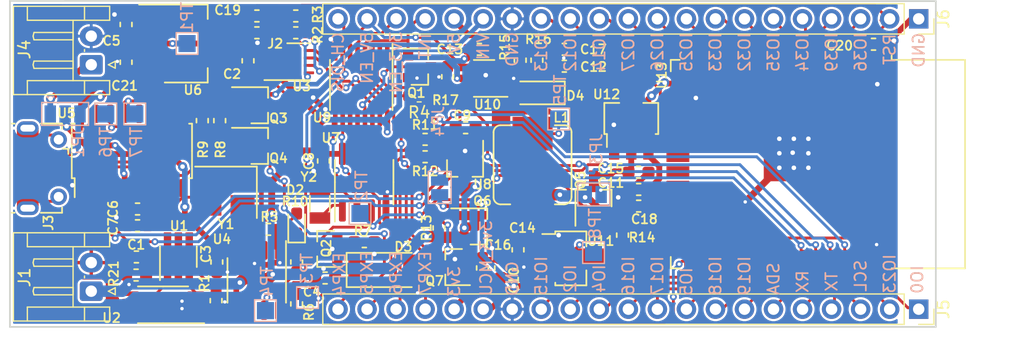
<source format=kicad_pcb>
(kicad_pcb (version 20171130) (host pcbnew "(5.1.7)-1")
  (layers (0 F.Cu signal) (31 B.Cu signal) (34 B.Paste user hide) (35 F.Paste user) (36 B.SilkS user hide) (37 F.SilkS user) (38 B.Mask user hide) (39 F.Mask user hide) (44 Edge.Cuts user))
  (net 0 "")
  (net 1 "Net-(C1-Pad2)")
  (net 2 "Net-(C1-Pad1)")
  (net 3 "/Battery Module/VBAT")
  (net 4 GND)
  (net 5 "/Charger I/O/VCHARGE")
  (net 6 "Net-(C4-Pad2)")
  (net 7 "/Charger I/O/3v3FTDI")
  (net 8 "Net-(C6-Pad1)")
  (net 9 "Net-(C7-Pad1)")
  (net 10 "/RTC and Cut-Off Module/V_I2C")
  (net 11 "/MCU Module/3v3")
  (net 12 "/MCU Module/3v3_MCU")
  (net 13 "/MCU Module/5V")
  (net 14 "Net-(C14-Pad1)")
  (net 15 "Net-(C15-Pad1)")
  (net 16 "/Charger I/O/RST")
  (net 17 "/Charger I/O/VBUS")
  (net 18 "Net-(D2-Pad1)")
  (net 19 "Net-(D4-Pad2)")
  (net 20 "Net-(J2-Pad1)")
  (net 21 "/Charger I/O/D+")
  (net 22 "/Charger I/O/D-")
  (net 23 "Net-(J4-Pad1)")
  (net 24 "/MCU Module/IO15")
  (net 25 "/MCU Module/IO2")
  (net 26 "/MCU Module/IO4")
  (net 27 "/MCU Module/IO16")
  (net 28 "/MCU Module/IO17")
  (net 29 "/MCU Module/IO5")
  (net 30 "/MCU Module/IO18")
  (net 31 "/MCU Module/IO19")
  (net 32 "/Charging Module/SDA")
  (net 33 "/MCU Module/RX")
  (net 34 "/Charger I/O/RX")
  (net 35 "/Charging Module/SCL")
  (net 36 "/MCU Module/IO23")
  (net 37 "/Charger I/O/GPIO0")
  (net 38 "/MCU Module/IO13")
  (net 39 "/MCU Module/IO12")
  (net 40 "/MCU Module/IO14")
  (net 41 "/MCU Module/IO27")
  (net 42 "/MCU Module/IO26")
  (net 43 "/MCU Module/IO25")
  (net 44 "/MCU Module/IO33")
  (net 45 "/MCU Module/IO32")
  (net 46 "/MCU Module/IO35")
  (net 47 "/MCU Module/IO34")
  (net 48 "/MCU Module/IO39")
  (net 49 "/MCU Module/IO36")
  (net 50 "/Charging Module/INT")
  (net 51 "Net-(Q3-Pad2)")
  (net 52 "Net-(Q3-Pad1)")
  (net 53 "Net-(Q4-Pad2)")
  (net 54 "Net-(Q4-Pad1)")
  (net 55 "Net-(Q6-Pad1)")
  (net 56 "Net-(R1-Pad1)")
  (net 57 "Net-(R2-Pad1)")
  (net 58 "Net-(R3-Pad1)")
  (net 59 "Net-(R5-Pad1)")
  (net 60 "/Charging Module/STDBY")
  (net 61 "Net-(R15-Pad1)")
  (net 62 "Net-(R17-Pad1)")
  (net 63 "Net-(U1-Pad4)")
  (net 64 "Net-(U1-Pad3)")
  (net 65 "Net-(U1-Pad1)")
  (net 66 "Net-(U2-Pad8)")
  (net 67 "Net-(U2-Pad1)")
  (net 68 "Net-(U3-Pad4)")
  (net 69 "Net-(U5-Pad15)")
  (net 70 "Net-(U5-Pad12)")
  (net 71 "Net-(U5-Pad11)")
  (net 72 "Net-(U5-Pad10)")
  (net 73 "Net-(U5-Pad9)")
  (net 74 "Net-(U7-Pad7)")
  (net 75 "Net-(U7-Pad2)")
  (net 76 "Net-(U7-Pad1)")
  (net 77 "Net-(U13-Pad32)")
  (net 78 "Net-(U13-Pad22)")
  (net 79 "Net-(U13-Pad21)")
  (net 80 "Net-(U13-Pad20)")
  (net 81 "Net-(U13-Pad19)")
  (net 82 "Net-(U13-Pad18)")
  (net 83 "Net-(U13-Pad17)")
  (net 84 "Net-(J3-Pad4)")
  (net 85 "Net-(TP4-Pad1)")
  (net 86 exp4)
  (net 87 exp5)
  (net 88 exp6)
  (net 89 exp7)
  (net 90 CH_DIS)
  (net 91 5V_EN)
  (net 92 3v3_EN)
  (net 93 INT_IO)
  (net 94 "Net-(J3-Pad6)")
  (net 95 "Net-(R4-Pad2)")
  (module Resistor_SMD:R_0603_1608Metric_Pad1.05x0.95mm_HandSolder (layer F.Cu) (at 137.7836 103.2772 180)
    (fp_text reference R4 (at 0 -1.43) (layer F.SilkS))
    (fp_text value 180k)
    (pad 2 smd roundrect (at 0.875 0 180) (size 1.05 0.95) (layers F.Cu F.Paste F.Mask) (net 95 "Net-(R4-Pad2)"))
    (pad 1 smd roundrect (at -0.875 0 180) (size 1.05 0.95) (layers F.Cu F.Paste F.Mask) (net 10 "/RTC and Cut-Off Module/V_I2C"))
  )
  (module Crystal:Crystal_SMD_3225-4Pin_3.2x2.5mm_HandSoldering (layer F.Cu) (at 120.881 111.696 180)
    (fp_text reference Y1 (at -0.0105 -2.787 180) (layer F.SilkS) (effects (font (size 0.8 0.8) (thickness 0.153))))
    (fp_text value 12MHZ)
    (pad 4 smd rect (at -1.45 -1.15 180) (size 2.1 1.8) (layers F.Cu F.Paste F.Mask))
    (pad 3 smd rect (at 1.45 1.143 180) (size 2.1 1.8) (layers F.Cu F.Paste F.Mask))
    (pad 2 smd rect (at 1.45 -1.143 180) (size 2.1 1.8) (layers F.Cu F.Paste F.Mask) (net 9 "Net-(C7-Pad1)"))
    (pad 1 smd rect (at -1.45 1.15 180) (size 2.1 1.8) (layers F.Cu F.Paste F.Mask) (net 8 "Net-(C6-Pad1)"))
  )
  (module Connector_PinSocket_2.54mm:PinSocket_1x21_P2.54mm_Vertical (layer F.Cu) (at 181.483 121.92 270)
    (fp_text reference J5 (at 0 -2.159 270) (layer F.SilkS))
    (fp_text value "main pin header fight")
    (pad 21 thru_hole oval (at 0 50.8 270) (size 1.7 1.7) (drill 1) (layers *.Cu *.Mask) (net 86 exp4))
    (pad 20 thru_hole oval (at 0 48.26 270) (size 1.7 1.7) (drill 1) (layers *.Cu *.Mask) (net 87 exp5))
    (pad 19 thru_hole oval (at 0 45.72 270) (size 1.7 1.7) (drill 1) (layers *.Cu *.Mask) (net 88 exp6))
    (pad 18 thru_hole oval (at 0 43.18 270) (size 1.7 1.7) (drill 1) (layers *.Cu *.Mask) (net 89 exp7))
    (pad 17 thru_hole oval (at 0 40.64 270) (size 1.7 1.7) (drill 1) (layers *.Cu *.Mask) (net 11 "/MCU Module/3v3"))
    (pad 16 thru_hole oval (at 0 38.1 270) (size 1.7 1.7) (drill 1) (layers *.Cu *.Mask) (net 12 "/MCU Module/3v3_MCU"))
    (pad 15 thru_hole oval (at 0 35.56 270) (size 1.7 1.7) (drill 1) (layers *.Cu *.Mask) (net 4 GND))
    (pad 14 thru_hole oval (at 0 33.02 270) (size 1.7 1.7) (drill 1) (layers *.Cu *.Mask) (net 24 "/MCU Module/IO15"))
    (pad 13 thru_hole oval (at 0 30.48 270) (size 1.7 1.7) (drill 1) (layers *.Cu *.Mask) (net 25 "/MCU Module/IO2"))
    (pad 12 thru_hole oval (at 0 27.94 270) (size 1.7 1.7) (drill 1) (layers *.Cu *.Mask) (net 26 "/MCU Module/IO4"))
    (pad 11 thru_hole oval (at 0 25.4 270) (size 1.7 1.7) (drill 1) (layers *.Cu *.Mask) (net 27 "/MCU Module/IO16"))
    (pad 10 thru_hole oval (at 0 22.86 270) (size 1.7 1.7) (drill 1) (layers *.Cu *.Mask) (net 28 "/MCU Module/IO17"))
    (pad 9 thru_hole oval (at 0 20.32 270) (size 1.7 1.7) (drill 1) (layers *.Cu *.Mask) (net 29 "/MCU Module/IO5"))
    (pad 8 thru_hole oval (at 0 17.78 270) (size 1.7 1.7) (drill 1) (layers *.Cu *.Mask) (net 30 "/MCU Module/IO18"))
    (pad 7 thru_hole oval (at 0 15.24 270) (size 1.7 1.7) (drill 1) (layers *.Cu *.Mask) (net 31 "/MCU Module/IO19"))
    (pad 6 thru_hole oval (at 0 12.7 270) (size 1.7 1.7) (drill 1) (layers *.Cu *.Mask) (net 32 "/Charging Module/SDA"))
    (pad 5 thru_hole oval (at 0 10.16 270) (size 1.7 1.7) (drill 1) (layers *.Cu *.Mask) (net 33 "/MCU Module/RX"))
    (pad 4 thru_hole oval (at 0 7.62 270) (size 1.7 1.7) (drill 1) (layers *.Cu *.Mask) (net 34 "/Charger I/O/RX"))
    (pad 3 thru_hole oval (at 0 5.08 270) (size 1.7 1.7) (drill 1) (layers *.Cu *.Mask) (net 35 "/Charging Module/SCL"))
    (pad 2 thru_hole oval (at 0 2.54 270) (size 1.7 1.7) (drill 1) (layers *.Cu *.Mask) (net 36 "/MCU Module/IO23"))
    (pad 1 thru_hole rect (at 0 0 270) (size 1.7 1.7) (drill 1) (layers *.Cu *.Mask) (net 37 "/Charger I/O/GPIO0"))
  )
  (module Connector_PinSocket_2.54mm:PinSocket_1x21_P2.54mm_Vertical (layer F.Cu) (at 181.483 96.52 270)
    (fp_text reference J6 (at 0 -2.159 270) (layer F.SilkS))
    (fp_text value "main pin header left")
    (pad 21 thru_hole oval (at 0 50.8 270) (size 1.7 1.7) (drill 1) (layers *.Cu *.Mask) (net 90 CH_DIS))
    (pad 20 thru_hole oval (at 0 48.26 270) (size 1.7 1.7) (drill 1) (layers *.Cu *.Mask) (net 91 5V_EN))
    (pad 19 thru_hole oval (at 0 45.72 270) (size 1.7 1.7) (drill 1) (layers *.Cu *.Mask) (net 92 3v3_EN))
    (pad 18 thru_hole oval (at 0 43.18 270) (size 1.7 1.7) (drill 1) (layers *.Cu *.Mask) (net 93 INT_IO))
    (pad 17 thru_hole oval (at 0 40.64 270) (size 1.7 1.7) (drill 1) (layers *.Cu *.Mask) (net 13 "/MCU Module/5V"))
    (pad 16 thru_hole oval (at 0 38.1 270) (size 1.7 1.7) (drill 1) (layers *.Cu *.Mask) (net 5 "/Charger I/O/VCHARGE"))
    (pad 15 thru_hole oval (at 0 35.56 270) (size 1.7 1.7) (drill 1) (layers *.Cu *.Mask) (net 4 GND))
    (pad 14 thru_hole oval (at 0 33.02 270) (size 1.7 1.7) (drill 1) (layers *.Cu *.Mask) (net 38 "/MCU Module/IO13"))
    (pad 13 thru_hole oval (at 0 30.48 270) (size 1.7 1.7) (drill 1) (layers *.Cu *.Mask) (net 39 "/MCU Module/IO12"))
    (pad 12 thru_hole oval (at 0 27.94 270) (size 1.7 1.7) (drill 1) (layers *.Cu *.Mask) (net 40 "/MCU Module/IO14"))
    (pad 11 thru_hole oval (at 0 25.4 270) (size 1.7 1.7) (drill 1) (layers *.Cu *.Mask) (net 41 "/MCU Module/IO27"))
    (pad 10 thru_hole oval (at 0 22.86 270) (size 1.7 1.7) (drill 1) (layers *.Cu *.Mask) (net 42 "/MCU Module/IO26"))
    (pad 9 thru_hole oval (at 0 20.32 270) (size 1.7 1.7) (drill 1) (layers *.Cu *.Mask) (net 43 "/MCU Module/IO25"))
    (pad 8 thru_hole oval (at 0 17.78 270) (size 1.7 1.7) (drill 1) (layers *.Cu *.Mask) (net 44 "/MCU Module/IO33"))
    (pad 7 thru_hole oval (at 0 15.24 270) (size 1.7 1.7) (drill 1) (layers *.Cu *.Mask) (net 45 "/MCU Module/IO32"))
    (pad 6 thru_hole oval (at 0 12.7 270) (size 1.7 1.7) (drill 1) (layers *.Cu *.Mask) (net 46 "/MCU Module/IO35"))
    (pad 5 thru_hole oval (at 0 10.16 270) (size 1.7 1.7) (drill 1) (layers *.Cu *.Mask) (net 47 "/MCU Module/IO34"))
    (pad 4 thru_hole oval (at 0 7.62 270) (size 1.7 1.7) (drill 1) (layers *.Cu *.Mask) (net 48 "/MCU Module/IO39"))
    (pad 3 thru_hole oval (at 0 5.08 270) (size 1.7 1.7) (drill 1) (layers *.Cu *.Mask) (net 49 "/MCU Module/IO36"))
    (pad 2 thru_hole oval (at 0 2.54 270) (size 1.7 1.7) (drill 1) (layers *.Cu *.Mask) (net 16 "/Charger I/O/RST"))
    (pad 1 thru_hole rect (at 0 0 270) (size 1.7 1.7) (drill 1) (layers *.Cu *.Mask) (net 4 GND))
  )
  (module TestPoint:TestPoint_Pad_1.5x1.5mm (layer B.Cu) (at 132.606 113.546)
    (fp_text reference TP2 (at 0.127 -2.413 90) (layer B.SilkS) (effects (justify mirror)))
    (fp_text value TestPoint)
    (pad 1 smd rect (at 0 0) (size 1.5 1.5) (layers B.Cu B.Mask) (net 50 "/Charging Module/INT"))
  )
  (module Diode_SMD:D_SOD-123 (layer F.Cu) (at 148.2725 102.997 180)
    (fp_text reference D4 (at -3.175 -0.254) (layer F.SilkS) (effects (font (size 0.8 0.8) (thickness 0.153))))
    (fp_text value D_Schottky)
    (pad 2 smd rect (at 1.65 0 180) (size 0.9 1.2) (layers F.Cu F.Paste F.Mask) (net 19 "Net-(D4-Pad2)"))
    (pad 1 smd rect (at -1.65 0 180) (size 0.9 1.2) (layers F.Cu F.Paste F.Mask) (net 13 "/MCU Module/5V"))
  )
  (module TestPoint:TestPoint_Pad_1.5x1.5mm (layer B.Cu) (at 124.333 122.047)
    (fp_text reference TP4 (at 0.127 -2.54 90) (layer B.SilkS) (effects (justify mirror)))
    (fp_text value TestPoint)
    (pad 1 smd rect (at 0 0) (size 1.5 1.5) (layers B.Cu B.Mask) (net 85 "Net-(TP4-Pad1)"))
  )
  (module TestPoint:TestPoint_Pad_1.5x1.5mm (layer B.Cu) (at 153.035 116.967)
    (fp_text reference TP8 (at 0.127 -2.54 90) (layer B.SilkS) (effects (justify mirror)))
    (fp_text value TestPoint)
    (pad 1 smd rect (at 0 0) (size 1.5 1.5) (layers B.Cu B.Mask) (net 14 "Net-(C14-Pad1)"))
  )
  (module TestPoint:TestPoint_Pad_1.5x1.5mm (layer B.Cu) (at 149.987 105.283)
    (fp_text reference TP5 (at 0.127 -2.54 90) (layer B.SilkS) (effects (justify mirror)))
    (fp_text value TestPoint)
    (pad 1 smd rect (at 0 0) (size 1.5 1.5) (layers B.Cu B.Mask) (net 19 "Net-(D4-Pad2)"))
  )
  (module TestPoint:TestPoint_Pad_1.5x1.5mm (layer B.Cu) (at 112.903 104.8385)
    (fp_text reference TP7 (at 0.127 2.4765 90) (layer B.SilkS) (effects (justify mirror)))
    (fp_text value TestPoint)
    (pad 1 smd rect (at 0 0) (size 1.5 1.5) (layers B.Cu B.Mask) (net 52 "Net-(Q3-Pad1)"))
  )
  (module TestPoint:TestPoint_Pad_1.5x1.5mm (layer B.Cu) (at 110.363 104.8385)
    (fp_text reference TP6 (at 0 2.4765 90) (layer B.SilkS) (effects (justify mirror)))
    (fp_text value TestPoint)
    (pad 1 smd rect (at 0 0) (size 1.5 1.5) (layers B.Cu B.Mask) (net 54 "Net-(Q4-Pad1)"))
  )
  (module TestPoint:TestPoint_Pad_1.5x1.5mm (layer B.Cu) (at 128.016 120.904)
    (fp_text reference TP3 (at -0.0635 -2.54 90) (layer B.SilkS) (effects (justify mirror)))
    (fp_text value TestPoint)
    (pad 1 smd rect (at 0 0) (size 1.5 1.5) (layers B.Cu B.Mask) (net 6 "Net-(C4-Pad2)"))
  )
  (module TestPoint:TestPoint_Pad_1.5x1.5mm (layer B.Cu) (at 117.475 98.679)
    (fp_text reference TP1 (at 0 -2.286 90) (layer B.SilkS) (effects (justify mirror)))
    (fp_text value TestPoint)
    (pad 1 smd rect (at 0 0) (size 1.5 1.5) (layers B.Cu B.Mask) (net 7 "/Charger I/O/3v3FTDI"))
  )
  (module Connector_USB:USB_Micro-B_Molex-105017-0001 (layer F.Cu) (at 104.775 109.585 270)
    (fp_text reference J3 (at 4.7785 -0.5715 90) (layer F.SilkS) (effects (font (size 0.8 0.8) (thickness 0.153))))
    (fp_text value USB_B_Micro)
    (pad 6 smd rect (at -2.9 1.2375 270) (size 1.2 1.9) (layers F.Cu F.Mask) (net 94 "Net-(J3-Pad6)"))
    (pad 6 smd rect (at 2.9 1.2375 270) (size 1.2 1.9) (layers F.Cu F.Mask) (net 94 "Net-(J3-Pad6)"))
    (pad 6 thru_hole oval (at 3.5 1.2375 270) (size 1.2 1.9) (drill oval 0.6 1.3) (layers *.Cu *.Mask) (net 94 "Net-(J3-Pad6)"))
    (pad 6 thru_hole oval (at -3.5 1.2375 90) (size 1.2 1.9) (drill oval 0.6 1.3) (layers *.Cu *.Mask) (net 94 "Net-(J3-Pad6)"))
    (pad 6 smd rect (at -1 1.2375 270) (size 1.5 1.9) (layers F.Cu F.Paste F.Mask) (net 94 "Net-(J3-Pad6)"))
    (pad 6 thru_hole circle (at 2.5 -1.4625 270) (size 1.45 1.45) (drill 0.85) (layers *.Cu *.Mask) (net 94 "Net-(J3-Pad6)"))
    (pad 3 smd rect (at 0 -1.4625 270) (size 0.4 1.35) (layers F.Cu F.Paste F.Mask) (net 21 "/Charger I/O/D+"))
    (pad 4 smd rect (at 0.65 -1.4625 270) (size 0.4 1.35) (layers F.Cu F.Paste F.Mask) (net 84 "Net-(J3-Pad4)"))
    (pad 5 smd rect (at 1.3 -1.4625 270) (size 0.4 1.35) (layers F.Cu F.Paste F.Mask) (net 4 GND))
    (pad 1 smd rect (at -1.3 -1.4625 270) (size 0.4 1.35) (layers F.Cu F.Paste F.Mask) (net 17 "/Charger I/O/VBUS"))
    (pad 2 smd rect (at -0.65 -1.4625 270) (size 0.4 1.35) (layers F.Cu F.Paste F.Mask) (net 22 "/Charger I/O/D-"))
    (pad 6 thru_hole circle (at -2.5 -1.4625 270) (size 1.45 1.45) (drill 0.85) (layers *.Cu *.Mask) (net 94 "Net-(J3-Pad6)"))
    (pad 6 smd rect (at 1 1.2375 270) (size 1.5 1.9) (layers F.Cu F.Paste F.Mask) (net 94 "Net-(J3-Pad6)"))
  )
  (module Inductor_SMD:L_Bourns_SRP7028A_7.3x6.6mm (layer F.Cu) (at 147.701 109.289 90)
    (fp_text reference L1 (at 4.133 2.54 180) (layer F.SilkS) (effects (font (size 0.8 0.8) (thickness 0.153))))
    (fp_text value 3.3u)
    (pad 2 smd rect (at 2.725 0 90) (size 2.95 3.5) (layers F.Cu F.Paste F.Mask) (net 19 "Net-(D4-Pad2)"))
    (pad 1 smd rect (at -2.725 0 90) (size 2.95 3.5) (layers F.Cu F.Paste F.Mask) (net 3 "/Battery Module/VBAT"))
  )
  (module Crystal:Crystal_SMD_3215-2Pin_3.2x1.5mm (layer F.Cu) (at 129.0955 112.6925 90)
    (fp_text reference Y2 (at 2.3465 -0.9645 180) (layer F.SilkS) (effects (font (size 0.8 0.8) (thickness 0.153))))
    (fp_text value 32.768KHz)
    (pad 2 smd rect (at -1.25 0 90) (size 1 1.8) (layers F.Cu F.Paste F.Mask) (net 76 "Net-(U7-Pad1)"))
    (pad 1 smd rect (at 1.25 0 90) (size 1 1.8) (layers F.Cu F.Paste F.Mask) (net 75 "Net-(U7-Pad2)"))
  )
  (module RF_Module:ESP32-WROOM-32 (layer F.Cu) (at 169.672 109.229 270)
    (fp_text reference U13 (at -7.756 10.668 90) (layer F.SilkS) (effects (font (size 0.8 0.8) (thickness 0.153))))
    (fp_text value ESP32-WROOM32)
    (pad 38 smd rect (at 8.5 -8.255 270) (size 2 0.9) (layers F.Cu F.Paste F.Mask) (net 4 GND))
    (pad 37 smd rect (at 8.5 -6.985 270) (size 2 0.9) (layers F.Cu F.Paste F.Mask) (net 36 "/MCU Module/IO23"))
    (pad 36 smd rect (at 8.5 -5.715 270) (size 2 0.9) (layers F.Cu F.Paste F.Mask) (net 35 "/Charging Module/SCL"))
    (pad 35 smd rect (at 8.5 -4.445 270) (size 2 0.9) (layers F.Cu F.Paste F.Mask) (net 34 "/Charger I/O/RX"))
    (pad 34 smd rect (at 8.5 -3.175 270) (size 2 0.9) (layers F.Cu F.Paste F.Mask) (net 33 "/MCU Module/RX"))
    (pad 33 smd rect (at 8.5 -1.905 270) (size 2 0.9) (layers F.Cu F.Paste F.Mask) (net 32 "/Charging Module/SDA"))
    (pad 32 smd rect (at 8.5 -0.635 270) (size 2 0.9) (layers F.Cu F.Paste F.Mask) (net 77 "Net-(U13-Pad32)"))
    (pad 31 smd rect (at 8.5 0.635 270) (size 2 0.9) (layers F.Cu F.Paste F.Mask) (net 31 "/MCU Module/IO19"))
    (pad 30 smd rect (at 8.5 1.905 270) (size 2 0.9) (layers F.Cu F.Paste F.Mask) (net 30 "/MCU Module/IO18"))
    (pad 29 smd rect (at 8.5 3.175 270) (size 2 0.9) (layers F.Cu F.Paste F.Mask) (net 29 "/MCU Module/IO5"))
    (pad 28 smd rect (at 8.5 4.445 270) (size 2 0.9) (layers F.Cu F.Paste F.Mask) (net 28 "/MCU Module/IO17"))
    (pad 27 smd rect (at 8.5 5.715 270) (size 2 0.9) (layers F.Cu F.Paste F.Mask) (net 27 "/MCU Module/IO16"))
    (pad 26 smd rect (at 8.5 6.985 270) (size 2 0.9) (layers F.Cu F.Paste F.Mask) (net 26 "/MCU Module/IO4"))
    (pad 25 smd rect (at 8.5 8.255 270) (size 2 0.9) (layers F.Cu F.Paste F.Mask) (net 37 "/Charger I/O/GPIO0"))
    (pad 24 smd rect (at 5.715 9.255) (size 2 0.9) (layers F.Cu F.Paste F.Mask) (net 25 "/MCU Module/IO2"))
    (pad 23 smd rect (at 4.445 9.255) (size 2 0.9) (layers F.Cu F.Paste F.Mask) (net 24 "/MCU Module/IO15"))
    (pad 22 smd rect (at 3.175 9.255) (size 2 0.9) (layers F.Cu F.Paste F.Mask) (net 78 "Net-(U13-Pad22)"))
    (pad 21 smd rect (at 1.905 9.255) (size 2 0.9) (layers F.Cu F.Paste F.Mask) (net 79 "Net-(U13-Pad21)"))
    (pad 20 smd rect (at 0.635 9.255) (size 2 0.9) (layers F.Cu F.Paste F.Mask) (net 80 "Net-(U13-Pad20)"))
    (pad 19 smd rect (at -0.635 9.255) (size 2 0.9) (layers F.Cu F.Paste F.Mask) (net 81 "Net-(U13-Pad19)"))
    (pad 18 smd rect (at -1.905 9.255) (size 2 0.9) (layers F.Cu F.Paste F.Mask) (net 82 "Net-(U13-Pad18)"))
    (pad 17 smd rect (at -3.175 9.255) (size 2 0.9) (layers F.Cu F.Paste F.Mask) (net 83 "Net-(U13-Pad17)"))
    (pad 16 smd rect (at -4.445 9.255) (size 2 0.9) (layers F.Cu F.Paste F.Mask) (net 38 "/MCU Module/IO13"))
    (pad 15 smd rect (at -5.715 9.255) (size 2 0.9) (layers F.Cu F.Paste F.Mask) (net 4 GND))
    (pad 14 smd rect (at -8.5 8.255 270) (size 2 0.9) (layers F.Cu F.Paste F.Mask) (net 39 "/MCU Module/IO12"))
    (pad 13 smd rect (at -8.5 6.985 270) (size 2 0.9) (layers F.Cu F.Paste F.Mask) (net 40 "/MCU Module/IO14"))
    (pad 12 smd rect (at -8.5 5.715 270) (size 2 0.9) (layers F.Cu F.Paste F.Mask) (net 41 "/MCU Module/IO27"))
    (pad 11 smd rect (at -8.5 4.445 270) (size 2 0.9) (layers F.Cu F.Paste F.Mask) (net 42 "/MCU Module/IO26"))
    (pad 10 smd rect (at -8.5 3.175 270) (size 2 0.9) (layers F.Cu F.Paste F.Mask) (net 43 "/MCU Module/IO25"))
    (pad 9 smd rect (at -8.5 1.905 270) (size 2 0.9) (layers F.Cu F.Paste F.Mask) (net 44 "/MCU Module/IO33"))
    (pad 8 smd rect (at -8.5 0.635 270) (size 2 0.9) (layers F.Cu F.Paste F.Mask) (net 45 "/MCU Module/IO32"))
    (pad 7 smd rect (at -8.5 -0.635 270) (size 2 0.9) (layers F.Cu F.Paste F.Mask) (net 46 "/MCU Module/IO35"))
    (pad 6 smd rect (at -8.5 -1.905 270) (size 2 0.9) (layers F.Cu F.Paste F.Mask) (net 47 "/MCU Module/IO34"))
    (pad 5 smd rect (at -8.5 -3.175 270) (size 2 0.9) (layers F.Cu F.Paste F.Mask) (net 48 "/MCU Module/IO39"))
    (pad 4 smd rect (at -8.5 -4.445 270) (size 2 0.9) (layers F.Cu F.Paste F.Mask) (net 49 "/MCU Module/IO36"))
    (pad 3 smd rect (at -8.5 -5.715 270) (size 2 0.9) (layers F.Cu F.Paste F.Mask) (net 16 "/Charger I/O/RST"))
    (pad 2 smd rect (at -8.5 -6.985 270) (size 2 0.9) (layers F.Cu F.Paste F.Mask) (net 12 "/MCU Module/3v3_MCU"))
    (pad 1 smd rect (at -8.5 -8.255 270) (size 2 0.9) (layers F.Cu F.Paste F.Mask) (net 4 GND))
    (pad 39 smd rect (at -1 -0.755 270) (size 5 5) (layers F.Cu F.Paste F.Mask) (net 4 GND))
  )
  (module Package_TO_SOT_SMD:SOT-89-3_Handsoldering (layer F.Cu) (at 156.337 105.537 90)
    (fp_text reference U12 (at 2.413 -2.159 180) (layer F.SilkS) (effects (font (size 0.8 0.8) (thickness 0.153))))
    (fp_text value ME6210A33P)
    (pad 2 smd custom (at -2.0625 0 90) (size 2.475 0.9) (layers F.Cu F.Paste F.Mask) (net 15 "Net-(C15-Pad1)") (options (clearance outline) (anchor rect)) (primitives (gr_poly (pts (xy 1.2375 -0.8665) (xy 5.3625 -0.8665) (xy 5.3625 0.8665) (xy 1.2375 0.8665)) (width 0))))
    (pad 3 smd rect (at -2.15 1.5 90) (size 2.3 0.9) (layers F.Cu F.Paste F.Mask) (net 12 "/MCU Module/3v3_MCU"))
    (pad 1 smd rect (at -2.15 -1.5 90) (size 2.3 0.9) (layers F.Cu F.Paste F.Mask) (net 4 GND))
  )
  (module Package_TO_SOT_SMD:SOT-89-3_Handsoldering (layer F.Cu) (at 150.749 117.475)
    (fp_text reference U11 (at 2.921 -1.524 180) (layer F.SilkS) (effects (font (size 0.8 0.8) (thickness 0.153))))
    (fp_text value ME6210A33P)
    (pad 2 smd custom (at -2.0625 0) (size 2.475 0.9) (layers F.Cu F.Paste F.Mask) (net 14 "Net-(C14-Pad1)") (options (clearance outline) (anchor rect)) (primitives (gr_poly (pts (xy 1.2375 -0.8665) (xy 5.3625 -0.8665) (xy 5.3625 0.8665) (xy 1.2375 0.8665)) (width 0))))
    (pad 3 smd rect (at -2.15 1.5) (size 2.3 0.9) (layers F.Cu F.Paste F.Mask) (net 11 "/MCU Module/3v3"))
    (pad 1 smd rect (at -2.15 -1.5) (size 2.3 0.9) (layers F.Cu F.Paste F.Mask) (net 4 GND))
  )
  (module Package_TO_SOT_SMD:SOT-23-6_Handsoldering (layer F.Cu) (at 143.463 101.7295 180)
    (fp_text reference U10 (at -0.301 -2.2835) (layer F.SilkS) (effects (font (size 0.8 0.8) (thickness 0.153))))
    (fp_text value FP6291LR)
    (pad 5 smd rect (at 1.35 0 180) (size 1.56 0.65) (layers F.Cu F.Paste F.Mask) (net 3 "/Battery Module/VBAT"))
    (pad 6 smd rect (at 1.35 -0.95 180) (size 1.56 0.65) (layers F.Cu F.Paste F.Mask) (net 62 "Net-(R17-Pad1)"))
    (pad 4 smd rect (at 1.35 0.95 180) (size 1.56 0.65) (layers F.Cu F.Paste F.Mask) (net 91 5V_EN))
    (pad 3 smd rect (at -1.35 0.95 180) (size 1.56 0.65) (layers F.Cu F.Paste F.Mask) (net 61 "Net-(R15-Pad1)"))
    (pad 2 smd rect (at -1.35 0 180) (size 1.56 0.65) (layers F.Cu F.Paste F.Mask) (net 4 GND))
    (pad 1 smd rect (at -1.35 -0.95 180) (size 1.56 0.65) (layers F.Cu F.Paste F.Mask) (net 19 "Net-(D4-Pad2)"))
  )
  (module Package_SO:TSSOP-16_4.4x5mm_P0.65mm (layer F.Cu) (at 132.715 102.3035 270)
    (fp_text reference U9 (at 2.8525 3.429 180) (layer F.SilkS) (effects (font (size 0.8 0.8) (thickness 0.153))))
    (fp_text value TCA6408A)
    (pad 16 smd roundrect (at 2.8625 -2.275 270) (size 1.475 0.4) (layers F.Cu F.Paste F.Mask) (net 3 "/Battery Module/VBAT"))
    (pad 15 smd roundrect (at 2.8625 -1.625 270) (size 1.475 0.4) (layers F.Cu F.Paste F.Mask) (net 32 "/Charging Module/SDA"))
    (pad 14 smd roundrect (at 2.8625 -0.975 270) (size 1.475 0.4) (layers F.Cu F.Paste F.Mask) (net 35 "/Charging Module/SCL"))
    (pad 13 smd roundrect (at 2.8625 -0.325 270) (size 1.475 0.4) (layers F.Cu F.Paste F.Mask) (net 50 "/Charging Module/INT"))
    (pad 12 smd roundrect (at 2.8625 0.325 270) (size 1.475 0.4) (layers F.Cu F.Paste F.Mask) (net 89 exp7))
    (pad 11 smd roundrect (at 2.8625 0.975 270) (size 1.475 0.4) (layers F.Cu F.Paste F.Mask) (net 88 exp6))
    (pad 10 smd roundrect (at 2.8625 1.625 270) (size 1.475 0.4) (layers F.Cu F.Paste F.Mask) (net 87 exp5))
    (pad 9 smd roundrect (at 2.8625 2.275 270) (size 1.475 0.4) (layers F.Cu F.Paste F.Mask) (net 86 exp4))
    (pad 8 smd roundrect (at -2.8625 2.275 270) (size 1.475 0.4) (layers F.Cu F.Paste F.Mask) (net 4 GND))
    (pad 7 smd roundrect (at -2.8625 1.625 270) (size 1.475 0.4) (layers F.Cu F.Paste F.Mask) (net 90 CH_DIS))
    (pad 6 smd roundrect (at -2.8625 0.975 270) (size 1.475 0.4) (layers F.Cu F.Paste F.Mask) (net 91 5V_EN))
    (pad 5 smd roundrect (at -2.8625 0.325 270) (size 1.475 0.4) (layers F.Cu F.Paste F.Mask) (net 92 3v3_EN))
    (pad 4 smd roundrect (at -2.8625 -0.325 270) (size 1.475 0.4) (layers F.Cu F.Paste F.Mask) (net 93 INT_IO))
    (pad 3 smd roundrect (at -2.8625 -0.975 270) (size 1.475 0.4) (layers F.Cu F.Paste F.Mask) (net 95 "Net-(R4-Pad2)"))
    (pad 2 smd roundrect (at -2.8625 -1.625 270) (size 1.475 0.4) (layers F.Cu F.Paste F.Mask) (net 10 "/RTC and Cut-Off Module/V_I2C"))
    (pad 1 smd roundrect (at -2.8625 -2.275 270) (size 1.475 0.4) (layers F.Cu F.Paste F.Mask) (net 10 "/RTC and Cut-Off Module/V_I2C"))
  )
  (module Package_TO_SOT_SMD:SOT-23_Handsoldering (layer F.Cu) (at 141.798 109.577 270)
    (fp_text reference U8 (at 1.421 -1.5215 180) (layer F.SilkS) (effects (font (size 0.8 0.8) (thickness 0.153))))
    (fp_text value XC6206P332MR)
    (pad 3 smd rect (at 1.5 0 270) (size 1.9 0.8) (layers F.Cu F.Paste F.Mask) (net 3 "/Battery Module/VBAT"))
    (pad 2 smd rect (at -1.5 0.95 270) (size 1.9 0.8) (layers F.Cu F.Paste F.Mask) (net 10 "/RTC and Cut-Off Module/V_I2C"))
    (pad 1 smd rect (at -1.5 -0.95 270) (size 1.9 0.8) (layers F.Cu F.Paste F.Mask) (net 4 GND))
  )
  (module Package_SO:SOIC-8_3.9x4.9mm_P1.27mm (layer F.Cu) (at 132.969 110.806 90)
    (fp_text reference U7 (at 3.872 -2.921 180) (layer F.SilkS) (effects (font (size 0.8 0.8) (thickness 0.153))))
    (fp_text value PCF8563T)
    (pad 8 smd roundrect (at 2.475 -1.905 90) (size 1.95 0.6) (layers F.Cu F.Paste F.Mask) (net 3 "/Battery Module/VBAT"))
    (pad 7 smd roundrect (at 2.475 -0.635 90) (size 1.95 0.6) (layers F.Cu F.Paste F.Mask) (net 74 "Net-(U7-Pad7)"))
    (pad 6 smd roundrect (at 2.475 0.635 90) (size 1.95 0.6) (layers F.Cu F.Paste F.Mask) (net 35 "/Charging Module/SCL"))
    (pad 5 smd roundrect (at 2.475 1.905 90) (size 1.95 0.6) (layers F.Cu F.Paste F.Mask) (net 32 "/Charging Module/SDA"))
    (pad 4 smd roundrect (at -2.475 1.905 90) (size 1.95 0.6) (layers F.Cu F.Paste F.Mask) (net 4 GND))
    (pad 3 smd roundrect (at -2.475 0.635 90) (size 1.95 0.6) (layers F.Cu F.Paste F.Mask) (net 50 "/Charging Module/INT"))
    (pad 2 smd roundrect (at -2.475 -0.635 90) (size 1.95 0.6) (layers F.Cu F.Paste F.Mask) (net 75 "Net-(U7-Pad2)"))
    (pad 1 smd roundrect (at -2.475 -1.905 90) (size 1.95 0.6) (layers F.Cu F.Paste F.Mask) (net 76 "Net-(U7-Pad1)"))
  )
  (module Package_TO_SOT_SMD:SOT-223-3_TabPin2 (layer F.Cu) (at 117.373 98.679)
    (fp_text reference U6 (at 0.61 4.064) (layer F.SilkS) (effects (font (size 0.8 0.8) (thickness 0.153))))
    (fp_text value AMS1117-3.3)
    (pad 1 smd rect (at -3.15 -2.3) (size 2 1.5) (layers F.Cu F.Paste F.Mask) (net 4 GND))
    (pad 3 smd rect (at -3.15 2.3) (size 2 1.5) (layers F.Cu F.Paste F.Mask) (net 17 "/Charger I/O/VBUS"))
    (pad 2 smd rect (at -3.15 0) (size 2 1.5) (layers F.Cu F.Paste F.Mask) (net 7 "/Charger I/O/3v3FTDI"))
    (pad 2 smd rect (at 3.15 0) (size 2 3.8) (layers F.Cu F.Paste F.Mask) (net 7 "/Charger I/O/3v3FTDI"))
  )
  (module Package_SO:SOP-16_4.55x10.3mm_P1.27mm (layer F.Cu) (at 112.649 108.077 90)
    (fp_text reference U5 (at 3.302 -5.715 180) (layer F.SilkS) (effects (font (size 0.8 0.8) (thickness 0.153))))
    (fp_text value CH340G)
    (pad 16 smd roundrect (at 3.25 -4.445 90) (size 1.6 0.6) (layers F.Cu F.Paste F.Mask) (net 7 "/Charger I/O/3v3FTDI"))
    (pad 15 smd roundrect (at 3.25 -3.175 90) (size 1.6 0.6) (layers F.Cu F.Paste F.Mask) (net 69 "Net-(U5-Pad15)"))
    (pad 14 smd roundrect (at 3.25 -1.905 90) (size 1.6 0.6) (layers F.Cu F.Paste F.Mask) (net 54 "Net-(Q4-Pad1)"))
    (pad 13 smd roundrect (at 3.25 -0.635 90) (size 1.6 0.6) (layers F.Cu F.Paste F.Mask) (net 52 "Net-(Q3-Pad1)"))
    (pad 12 smd roundrect (at 3.25 0.635 90) (size 1.6 0.6) (layers F.Cu F.Paste F.Mask) (net 70 "Net-(U5-Pad12)"))
    (pad 11 smd roundrect (at 3.25 1.905 90) (size 1.6 0.6) (layers F.Cu F.Paste F.Mask) (net 71 "Net-(U5-Pad11)"))
    (pad 10 smd roundrect (at 3.25 3.175 90) (size 1.6 0.6) (layers F.Cu F.Paste F.Mask) (net 72 "Net-(U5-Pad10)"))
    (pad 9 smd roundrect (at 3.25 4.445 90) (size 1.6 0.6) (layers F.Cu F.Paste F.Mask) (net 73 "Net-(U5-Pad9)"))
    (pad 8 smd roundrect (at -3.25 4.445 90) (size 1.6 0.6) (layers F.Cu F.Paste F.Mask) (net 9 "Net-(C7-Pad1)"))
    (pad 7 smd roundrect (at -3.25 3.175 90) (size 1.6 0.6) (layers F.Cu F.Paste F.Mask) (net 8 "Net-(C6-Pad1)"))
    (pad 6 smd roundrect (at -3.25 1.905 90) (size 1.6 0.6) (layers F.Cu F.Paste F.Mask) (net 22 "/Charger I/O/D-"))
    (pad 5 smd roundrect (at -3.25 0.635 90) (size 1.6 0.6) (layers F.Cu F.Paste F.Mask) (net 21 "/Charger I/O/D+"))
    (pad 4 smd roundrect (at -3.25 -0.635 90) (size 1.6 0.6) (layers F.Cu F.Paste F.Mask) (net 7 "/Charger I/O/3v3FTDI"))
    (pad 3 smd roundrect (at -3.25 -1.905 90) (size 1.6 0.6) (layers F.Cu F.Paste F.Mask) (net 34 "/Charger I/O/RX"))
    (pad 2 smd roundrect (at -3.25 -3.175 90) (size 1.6 0.6) (layers F.Cu F.Paste F.Mask) (net 33 "/MCU Module/RX"))
    (pad 1 smd roundrect (at -3.25 -4.445 90) (size 1.6 0.6) (layers F.Cu F.Paste F.Mask) (net 4 GND))
  )
  (module Package_SO:SOP-8_3.9x4.9mm_P1.27mm (layer F.Cu) (at 123.571 119.4015 270)
    (fp_text reference U4 (at -3.6055 3.048 180) (layer F.SilkS) (effects (font (size 0.8 0.8) (thickness 0.153))))
    (fp_text value TP4056)
    (pad 8 smd roundrect (at 2.625 -1.905 270) (size 1.65 0.6) (layers F.Cu F.Paste F.Mask) (net 90 CH_DIS))
    (pad 7 smd roundrect (at 2.625 -0.635 270) (size 1.65 0.6) (layers F.Cu F.Paste F.Mask) (net 85 "Net-(TP4-Pad1)"))
    (pad 6 smd roundrect (at 2.625 0.635 270) (size 1.65 0.6) (layers F.Cu F.Paste F.Mask) (net 60 "/Charging Module/STDBY"))
    (pad 5 smd roundrect (at 2.625 1.905 270) (size 1.65 0.6) (layers F.Cu F.Paste F.Mask) (net 3 "/Battery Module/VBAT"))
    (pad 4 smd roundrect (at -2.625 1.905 270) (size 1.65 0.6) (layers F.Cu F.Paste F.Mask) (net 5 "/Charger I/O/VCHARGE"))
    (pad 3 smd roundrect (at -2.625 0.635 270) (size 1.65 0.6) (layers F.Cu F.Paste F.Mask) (net 4 GND))
    (pad 2 smd roundrect (at -2.625 -0.635 270) (size 1.65 0.6) (layers F.Cu F.Paste F.Mask) (net 59 "Net-(R5-Pad1)"))
    (pad 1 smd roundrect (at -2.625 -1.905 270) (size 1.65 0.6) (layers F.Cu F.Paste F.Mask) (net 4 GND))
  )
  (module Package_DFN_QFN:WDFN-8-1EP_4x3mm_P0.65mm_EP2.4x1.8mm (layer F.Cu) (at 126.238 100.2665)
    (fp_text reference U3 (at 1.27 2.159) (layer F.SilkS) (effects (font (size 0.8 0.8) (thickness 0.153))))
    (fp_text value LC709203FQH)
    (pad 9 smd rect (at 0 0) (size 2.4 1.8) (layers F.Cu F.Mask))
    (pad 8 smd roundrect (at 1.9 -0.975) (size 0.9 0.25) (layers F.Cu F.Paste F.Mask) (net 35 "/Charging Module/SCL"))
    (pad 7 smd roundrect (at 1.9 -0.325) (size 0.9 0.25) (layers F.Cu F.Paste F.Mask) (net 32 "/Charging Module/SDA"))
    (pad 6 smd roundrect (at 1.9 0.325) (size 0.9 0.25) (layers F.Cu F.Paste F.Mask) (net 57 "Net-(R2-Pad1)"))
    (pad 5 smd roundrect (at 1.9 0.975) (size 0.9 0.25) (layers F.Cu F.Paste F.Mask) (net 58 "Net-(R3-Pad1)"))
    (pad 4 smd roundrect (at -1.9 0.975) (size 0.9 0.25) (layers F.Cu F.Paste F.Mask) (net 68 "Net-(U3-Pad4)"))
    (pad 3 smd roundrect (at -1.9 0.325) (size 0.9 0.25) (layers F.Cu F.Paste F.Mask) (net 3 "/Battery Module/VBAT"))
    (pad 2 smd roundrect (at -1.9 -0.325) (size 0.9 0.25) (layers F.Cu F.Paste F.Mask) (net 4 GND))
    (pad 1 smd roundrect (at -1.9 -0.975) (size 0.9 0.25) (layers F.Cu F.Paste F.Mask) (net 4 GND))
  )
  (module Package_SO:TSSOP-8_4.4x3mm_P0.65mm (layer F.Cu) (at 115.3745 121.539 180)
    (fp_text reference U2 (at 4.5035 -1.143) (layer F.SilkS) (effects (font (size 0.8 0.8) (thickness 0.153))))
    (fp_text value FS8205A)
    (pad 8 smd roundrect (at 2.8625 -0.975 180) (size 1.475 0.4) (layers F.Cu F.Paste F.Mask) (net 66 "Net-(U2-Pad8)"))
    (pad 7 smd roundrect (at 2.8625 -0.325 180) (size 1.475 0.4) (layers F.Cu F.Paste F.Mask) (net 1 "Net-(C1-Pad2)"))
    (pad 6 smd roundrect (at 2.8625 0.325 180) (size 1.475 0.4) (layers F.Cu F.Paste F.Mask) (net 1 "Net-(C1-Pad2)"))
    (pad 5 smd roundrect (at 2.8625 0.975 180) (size 1.475 0.4) (layers F.Cu F.Paste F.Mask) (net 65 "Net-(U1-Pad1)"))
    (pad 4 smd roundrect (at -2.8625 0.975 180) (size 1.475 0.4) (layers F.Cu F.Paste F.Mask) (net 64 "Net-(U1-Pad3)"))
    (pad 3 smd roundrect (at -2.8625 0.325 180) (size 1.475 0.4) (layers F.Cu F.Paste F.Mask) (net 4 GND))
    (pad 2 smd roundrect (at -2.8625 -0.325 180) (size 1.475 0.4) (layers F.Cu F.Paste F.Mask) (net 4 GND))
    (pad 1 smd roundrect (at -2.8625 -0.975 180) (size 1.475 0.4) (layers F.Cu F.Paste F.Mask) (net 67 "Net-(U2-Pad1)"))
  )
  (module Package_TO_SOT_SMD:SOT-23-6_Handsoldering (layer F.Cu) (at 116.7155 117.3315 90)
    (fp_text reference U1 (at 2.7005 0.061) (layer F.SilkS) (effects (font (size 0.8 0.8) (thickness 0.153))))
    (fp_text value FS312F-G)
    (pad 5 smd rect (at 1.35 0 90) (size 1.56 0.65) (layers F.Cu F.Paste F.Mask) (net 2 "Net-(C1-Pad1)"))
    (pad 6 smd rect (at 1.35 -0.95 90) (size 1.56 0.65) (layers F.Cu F.Paste F.Mask) (net 1 "Net-(C1-Pad2)"))
    (pad 4 smd rect (at 1.35 0.95 90) (size 1.56 0.65) (layers F.Cu F.Paste F.Mask) (net 63 "Net-(U1-Pad4)"))
    (pad 3 smd rect (at -1.35 0.95 90) (size 1.56 0.65) (layers F.Cu F.Paste F.Mask) (net 64 "Net-(U1-Pad3)"))
    (pad 2 smd rect (at -1.35 0 90) (size 1.56 0.65) (layers F.Cu F.Paste F.Mask) (net 56 "Net-(R1-Pad1)"))
    (pad 1 smd rect (at -1.35 -0.95 90) (size 1.56 0.65) (layers F.Cu F.Paste F.Mask) (net 65 "Net-(U1-Pad1)"))
  )
  (module Resistor_SMD:R_0603_1608Metric_Pad1.05x0.95mm_HandSolder (layer F.Cu) (at 113.016 118.9355)
    (fp_text reference R21 (at -1.9545 -0.1135 90) (layer F.SilkS) (effects (font (size 0.8 0.8) (thickness 0.153))))
    (fp_text value 100)
    (pad 2 smd roundrect (at 0.875 0) (size 1.05 0.95) (layers F.Cu F.Paste F.Mask) (net 2 "Net-(C1-Pad1)"))
    (pad 1 smd roundrect (at -0.875 0) (size 1.05 0.95) (layers F.Cu F.Paste F.Mask) (net 3 "/Battery Module/VBAT"))
  )
  (module Resistor_SMD:R_0603_1608Metric_Pad1.05x0.95mm_HandSolder (layer F.Cu) (at 140.2715 101.586 90)
    (fp_text reference R17 (at -2.046 -0.1905 180) (layer F.SilkS) (effects (font (size 0.8 0.8) (thickness 0.153))))
    (fp_text value 22k)
    (pad 2 smd roundrect (at 0.875 0 90) (size 1.05 0.95) (layers F.Cu F.Paste F.Mask) (net 4 GND))
    (pad 1 smd roundrect (at -0.875 0 90) (size 1.05 0.95) (layers F.Cu F.Paste F.Mask) (net 62 "Net-(R17-Pad1)"))
  )
  (module Resistor_SMD:R_0603_1608Metric_Pad1.05x0.95mm_HandSolder (layer F.Cu) (at 148.082 100.139 90)
    (fp_text reference R16 (at 1.8415 0.127 180) (layer F.SilkS) (effects (font (size 0.8 0.8) (thickness 0.153))))
    (fp_text value 180k)
    (pad 2 smd roundrect (at 0.875 0 90) (size 1.05 0.95) (layers F.Cu F.Paste F.Mask) (net 61 "Net-(R15-Pad1)"))
    (pad 1 smd roundrect (at -0.875 0 90) (size 1.05 0.95) (layers F.Cu F.Paste F.Mask) (net 13 "/MCU Module/5V"))
  )
  (module Resistor_SMD:R_0603_1608Metric_Pad1.05x0.95mm_HandSolder (layer F.Cu) (at 146.6215 100.139 270)
    (fp_text reference R15 (at -1.129 1.3335 270) (layer F.SilkS) (effects (font (size 0.8 0.8) (thickness 0.153))))
    (fp_text value 22k)
    (pad 2 smd roundrect (at 0.875 0 270) (size 1.05 0.95) (layers F.Cu F.Paste F.Mask) (net 4 GND))
    (pad 1 smd roundrect (at -0.875 0 270) (size 1.05 0.95) (layers F.Cu F.Paste F.Mask) (net 61 "Net-(R15-Pad1)"))
  )
  (module Resistor_SMD:R_0603_1608Metric_Pad1.05x0.95mm_HandSolder (layer F.Cu) (at 155.575 115.443 270)
    (fp_text reference R14 (at 0.203 -1.706 180) (layer F.SilkS) (effects (font (size 0.8 0.8) (thickness 0.153))))
    (fp_text value 180k)
    (pad 2 smd roundrect (at 0.875 0 270) (size 1.05 0.95) (layers F.Cu F.Paste F.Mask) (net 50 "/Charging Module/INT"))
    (pad 1 smd roundrect (at -0.875 0 270) (size 1.05 0.95) (layers F.Cu F.Paste F.Mask) (net 3 "/Battery Module/VBAT"))
  )
  (module Resistor_SMD:R_0603_1608Metric_Pad1.05x0.95mm_HandSolder (layer F.Cu) (at 139.5095 114.808 90)
    (fp_text reference R13 (at 0 -1.0795 90) (layer F.SilkS) (effects (font (size 0.8 0.8) (thickness 0.153))))
    (fp_text value 180k)
    (pad 2 smd roundrect (at 0.875 0 90) (size 1.05 0.95) (layers F.Cu F.Paste F.Mask) (net 55 "Net-(Q6-Pad1)"))
    (pad 1 smd roundrect (at -0.875 0 90) (size 1.05 0.95) (layers F.Cu F.Paste F.Mask) (net 3 "/Battery Module/VBAT"))
  )
  (module Resistor_SMD:R_0603_1608Metric_Pad1.05x0.95mm_HandSolder (layer F.Cu) (at 138.303 108.585)
    (fp_text reference R12 (at 0 1.27) (layer F.SilkS) (effects (font (size 0.8 0.8) (thickness 0.153))))
    (fp_text value 10k)
    (pad 2 smd roundrect (at 0.875 0) (size 1.05 0.95) (layers F.Cu F.Paste F.Mask) (net 10 "/RTC and Cut-Off Module/V_I2C"))
    (pad 1 smd roundrect (at -0.875 0) (size 1.05 0.95) (layers F.Cu F.Paste F.Mask) (net 35 "/Charging Module/SCL"))
  )
  (module Resistor_SMD:R_0603_1608Metric_Pad1.05x0.95mm_HandSolder (layer F.Cu) (at 138.303 107.061)
    (fp_text reference R11 (at 0 -1.27) (layer F.SilkS) (effects (font (size 0.8 0.8) (thickness 0.153))))
    (fp_text value 10k)
    (pad 2 smd roundrect (at 0.875 0) (size 1.05 0.95) (layers F.Cu F.Paste F.Mask) (net 10 "/RTC and Cut-Off Module/V_I2C"))
    (pad 1 smd roundrect (at -0.875 0) (size 1.05 0.95) (layers F.Cu F.Paste F.Mask) (net 32 "/Charging Module/SDA"))
  )
  (module Resistor_SMD:R_0603_1608Metric_Pad1.05x0.95mm_HandSolder (layer F.Cu) (at 127.0635 117.7925 270)
    (fp_text reference R10 (at -5.2965 0.1325 180) (layer F.SilkS) (effects (font (size 0.8 0.8) (thickness 0.153))))
    (fp_text value 1k)
    (pad 2 smd roundrect (at 0.875 0 270) (size 1.05 0.95) (layers F.Cu F.Paste F.Mask) (net 60 "/Charging Module/STDBY"))
    (pad 1 smd roundrect (at -0.875 0 270) (size 1.05 0.95) (layers F.Cu F.Paste F.Mask) (net 18 "Net-(D2-Pad1)"))
  )
  (module Resistor_SMD:R_0603_1608Metric_Pad1.05x0.95mm_HandSolder (layer F.Cu) (at 118.8085 105.424 90)
    (fp_text reference R9 (at -2.526 0.0635 270) (layer F.SilkS) (effects (font (size 0.8 0.8) (thickness 0.153))))
    (fp_text value 10k)
    (pad 2 smd roundrect (at 0.875 0 90) (size 1.05 0.95) (layers F.Cu F.Paste F.Mask) (net 52 "Net-(Q3-Pad1)"))
    (pad 1 smd roundrect (at -0.875 0 90) (size 1.05 0.95) (layers F.Cu F.Paste F.Mask) (net 53 "Net-(Q4-Pad2)"))
  )
  (module Resistor_SMD:R_0603_1608Metric_Pad1.05x0.95mm_HandSolder (layer F.Cu) (at 120.3325 105.424 270)
    (fp_text reference R8 (at 2.526 -0.0635 270) (layer F.SilkS) (effects (font (size 0.8 0.8) (thickness 0.153))))
    (fp_text value 10k)
    (pad 2 smd roundrect (at 0.875 0 270) (size 1.05 0.95) (layers F.Cu F.Paste F.Mask) (net 54 "Net-(Q4-Pad1)"))
    (pad 1 smd roundrect (at -0.875 0 270) (size 1.05 0.95) (layers F.Cu F.Paste F.Mask) (net 51 "Net-(Q3-Pad2)"))
  )
  (module Resistor_SMD:R_0603_1608Metric_Pad1.05x0.95mm_HandSolder (layer F.Cu) (at 132.983 116.0145 180)
    (fp_text reference R7 (at 0.141 0.9525) (layer F.SilkS) (effects (font (size 0.8 0.8) (thickness 0.153))))
    (fp_text value 1M)
    (pad 2 smd roundrect (at 0.875 0 180) (size 1.05 0.95) (layers F.Cu F.Paste F.Mask) (net 6 "Net-(C4-Pad2)"))
    (pad 1 smd roundrect (at -0.875 0 180) (size 1.05 0.95) (layers F.Cu F.Paste F.Mask) (net 4 GND))
  )
  (module Resistor_SMD:R_0603_1608Metric_Pad1.05x0.95mm_HandSolder (layer F.Cu) (at 127.0635 121.4615 270)
    (fp_text reference R6 (at 0.7125 -1.0795 90) (layer F.SilkS) (effects (font (size 0.8 0.8) (thickness 0.153))))
    (fp_text value 180k)
    (pad 2 smd roundrect (at 0.875 0 270) (size 1.05 0.95) (layers F.Cu F.Paste F.Mask) (net 90 CH_DIS))
    (pad 1 smd roundrect (at -0.875 0 270) (size 1.05 0.95) (layers F.Cu F.Paste F.Mask) (net 3 "/Battery Module/VBAT"))
  )
  (module Resistor_SMD:R_0603_1608Metric_Pad1.05x0.95mm_HandSolder (layer F.Cu) (at 124.601 114.935)
    (fp_text reference R5 (at 0.08 -1.089) (layer F.SilkS) (effects (font (size 0.8 0.8) (thickness 0.153))))
    (fp_text value 1.8k)
    (pad 2 smd roundrect (at 0.875 0) (size 1.05 0.95) (layers F.Cu F.Paste F.Mask) (net 4 GND))
    (pad 1 smd roundrect (at -0.875 0) (size 1.05 0.95) (layers F.Cu F.Paste F.Mask) (net 59 "Net-(R5-Pad1)"))
  )
  (module Resistor_SMD:R_0603_1608Metric_Pad1.05x0.95mm_HandSolder (layer F.Cu) (at 126.986 96.266 180)
    (fp_text reference R3 (at -1.919 0.127 270) (layer F.SilkS) (effects (font (size 0.8 0.8) (thickness 0.153))))
    (fp_text value 10k)
    (pad 2 smd roundrect (at 0.875 0 180) (size 1.05 0.95) (layers F.Cu F.Paste F.Mask) (net 20 "Net-(J2-Pad1)"))
    (pad 1 smd roundrect (at -0.875 0 180) (size 1.05 0.95) (layers F.Cu F.Paste F.Mask) (net 58 "Net-(R3-Pad1)"))
  )
  (module Resistor_SMD:R_0603_1608Metric_Pad1.05x0.95mm_HandSolder (layer F.Cu) (at 126.986 97.74 180)
    (fp_text reference R2 (at -1.919 -0.1905 90) (layer F.SilkS) (effects (font (size 0.8 0.8) (thickness 0.153))))
    (fp_text value 100)
    (pad 2 smd roundrect (at 0.875 0 180) (size 1.05 0.95) (layers F.Cu F.Paste F.Mask) (net 20 "Net-(J2-Pad1)"))
    (pad 1 smd roundrect (at -0.875 0 180) (size 1.05 0.95) (layers F.Cu F.Paste F.Mask) (net 57 "Net-(R2-Pad1)"))
  )
  (module Resistor_SMD:R_0603_1608Metric_Pad1.05x0.95mm_HandSolder (layer F.Cu) (at 120.015 121.172 270)
    (fp_text reference R1 (at -1.538 1.016 270) (layer F.SilkS) (effects (font (size 0.8 0.8) (thickness 0.153))))
    (fp_text value 1k)
    (pad 2 smd roundrect (at 0.875 0 270) (size 1.05 0.95) (layers F.Cu F.Paste F.Mask) (net 4 GND))
    (pad 1 smd roundrect (at -0.875 0 270) (size 1.05 0.95) (layers F.Cu F.Paste F.Mask) (net 56 "Net-(R1-Pad1)"))
  )
  (module Package_TO_SOT_SMD:SOT-23 (layer F.Cu) (at 140.827 118.237 180)
    (fp_text reference Q7 (at 1.6985 -1.2065) (layer F.SilkS) (effects (font (size 0.8 0.8) (thickness 0.153))))
    (fp_text value 2N7002)
    (pad 3 smd rect (at 1 0 180) (size 0.9 0.8) (layers F.Cu F.Paste F.Mask) (net 55 "Net-(Q6-Pad1)"))
    (pad 2 smd rect (at -1 0.95 180) (size 0.9 0.8) (layers F.Cu F.Paste F.Mask) (net 4 GND))
    (pad 1 smd rect (at -1 -0.95 180) (size 0.9 0.8) (layers F.Cu F.Paste F.Mask) (net 92 3v3_EN))
  )
  (module Package_TO_SOT_SMD:SOT-23_Handsoldering (layer F.Cu) (at 142.978 114.6835)
    (fp_text reference Q6 (at 0.3415 -2.225) (layer F.SilkS) (effects (font (size 0.8 0.8) (thickness 0.153))))
    (fp_text value AO3401A)
    (pad 3 smd rect (at 1.5 0) (size 1.9 0.8) (layers F.Cu F.Paste F.Mask) (net 14 "Net-(C14-Pad1)"))
    (pad 2 smd rect (at -1.5 0.95) (size 1.9 0.8) (layers F.Cu F.Paste F.Mask) (net 3 "/Battery Module/VBAT"))
    (pad 1 smd rect (at -1.5 -0.95) (size 1.9 0.8) (layers F.Cu F.Paste F.Mask) (net 55 "Net-(Q6-Pad1)"))
  )
  (module Package_TO_SOT_SMD:SOT-23_Handsoldering (layer F.Cu) (at 153.0325 112.2285 90)
    (fp_text reference Q5 (at 1.6115 -1.1405 270) (layer F.SilkS) (effects (font (size 0.8 0.8) (thickness 0.153))))
    (fp_text value AO3401A)
    (pad 3 smd rect (at 1.5 0 90) (size 1.9 0.8) (layers F.Cu F.Paste F.Mask) (net 15 "Net-(C15-Pad1)"))
    (pad 2 smd rect (at -1.5 0.95 90) (size 1.9 0.8) (layers F.Cu F.Paste F.Mask) (net 3 "/Battery Module/VBAT"))
    (pad 1 smd rect (at -1.5 -0.95 90) (size 1.9 0.8) (layers F.Cu F.Paste F.Mask) (net 50 "/Charging Module/INT"))
  )
  (module Package_TO_SOT_SMD:SOT-23_Handsoldering (layer F.Cu) (at 123.801 107.6325)
    (fp_text reference Q4 (at 1.675 1.0795 180) (layer F.SilkS) (effects (font (size 0.8 0.8) (thickness 0.153))))
    (fp_text value S8050)
    (pad 3 smd rect (at 1.5 0) (size 1.9 0.8) (layers F.Cu F.Paste F.Mask) (net 16 "/Charger I/O/RST"))
    (pad 2 smd rect (at -1.5 0.95) (size 1.9 0.8) (layers F.Cu F.Paste F.Mask) (net 53 "Net-(Q4-Pad2)"))
    (pad 1 smd rect (at -1.5 -0.95) (size 1.9 0.8) (layers F.Cu F.Paste F.Mask) (net 54 "Net-(Q4-Pad1)"))
  )
  (module Package_TO_SOT_SMD:SOT-23_Handsoldering (layer F.Cu) (at 123.801 104.079)
    (fp_text reference Q3 (at 1.675 1.1405) (layer F.SilkS) (effects (font (size 0.8 0.8) (thickness 0.153))))
    (fp_text value S8050)
    (pad 3 smd rect (at 1.5 0) (size 1.9 0.8) (layers F.Cu F.Paste F.Mask) (net 37 "/Charger I/O/GPIO0"))
    (pad 2 smd rect (at -1.5 0.95) (size 1.9 0.8) (layers F.Cu F.Paste F.Mask) (net 51 "Net-(Q3-Pad2)"))
    (pad 1 smd rect (at -1.5 -0.95) (size 1.9 0.8) (layers F.Cu F.Paste F.Mask) (net 52 "Net-(Q3-Pad1)"))
  )
  (module Package_TO_SOT_SMD:SOT-23 (layer F.Cu) (at 129.6195 116.647 180)
    (fp_text reference Q2 (at -0.0475 0.061 90) (layer F.SilkS) (effects (font (size 0.8 0.8) (thickness 0.153))))
    (fp_text value 2N7002)
    (pad 3 smd rect (at 1 0 180) (size 0.9 0.8) (layers F.Cu F.Paste F.Mask) (net 50 "/Charging Module/INT"))
    (pad 2 smd rect (at -1 0.95 180) (size 0.9 0.8) (layers F.Cu F.Paste F.Mask) (net 4 GND))
    (pad 1 smd rect (at -1 -0.95 180) (size 0.9 0.8) (layers F.Cu F.Paste F.Mask) (net 6 "Net-(C4-Pad2)"))
  )
  (module Package_TO_SOT_SMD:SOT-23 (layer F.Cu) (at 137.811 100.711)
    (fp_text reference Q1 (at -0.27 2.286) (layer F.SilkS) (effects (font (size 0.8 0.8) (thickness 0.153))))
    (fp_text value 2N7002)
    (pad 3 smd rect (at 1 0) (size 0.9 0.8) (layers F.Cu F.Paste F.Mask) (net 50 "/Charging Module/INT"))
    (pad 2 smd rect (at -1 0.95) (size 0.9 0.8) (layers F.Cu F.Paste F.Mask) (net 4 GND))
    (pad 1 smd rect (at -1 -0.95) (size 0.9 0.8) (layers F.Cu F.Paste F.Mask) (net 93 INT_IO))
  )
  (module Jumper:SolderJumper-2_P1.3mm_Open_Pad1.0x1.5mm (layer B.Cu) (at 139.573 111.267 90)
    (fp_text reference JP4 (at 5.78 -0.127 270) (layer B.SilkS) (effects (justify mirror)))
    (fp_text value 3v3_MCU_I2C)
    (pad 1 smd rect (at -0.65 0 90) (size 1 1.5) (layers B.Cu B.Mask) (net 12 "/MCU Module/3v3_MCU"))
    (pad 2 smd rect (at 0.65 0 90) (size 1 1.5) (layers B.Cu B.Mask) (net 10 "/RTC and Cut-Off Module/V_I2C"))
  )
  (module Jumper:SolderJumper-2_P1.3mm_Open_Pad1.0x1.5mm (layer B.Cu) (at 153.05 111.887)
    (fp_text reference JP3 (at 0.239 -3.987 90) (layer B.SilkS) (effects (justify mirror)))
    (fp_text value MCU_EN)
    (pad 1 smd rect (at -0.65 0) (size 1 1.5) (layers B.Cu B.Mask) (net 3 "/Battery Module/VBAT"))
    (pad 2 smd rect (at 0.65 0) (size 1 1.5) (layers B.Cu B.Mask) (net 15 "Net-(C15-Pad1)"))
  )
  (module Jumper:SolderJumper-3_P1.3mm_Open_Pad1.0x1.5mm (layer B.Cu) (at 106.807 104.8385)
    (fp_text reference JP1 (at 1.143 2.4765 270) (layer B.SilkS) (effects (justify mirror)))
    (fp_text value CHRG_Jumper)
    (pad 1 smd rect (at -1.3 0) (size 1 1.5) (layers B.Cu B.Mask) (net 23 "Net-(J4-Pad1)"))
    (pad 2 smd rect (at 0 0) (size 1 1.5) (layers B.Cu B.Mask) (net 5 "/Charger I/O/VCHARGE"))
    (pad 3 smd rect (at 1.3 0) (size 1 1.5) (layers B.Cu B.Mask) (net 17 "/Charger I/O/VBUS"))
  )
  (module Connector_JST:JST_EH_S2B-EH_1x02_P2.50mm_Horizontal (layer F.Cu) (at 109.093 100.534 90)
    (fp_text reference J4 (at 1.3335 -5.842 90) (layer F.SilkS))
    (fp_text value "Solar in")
    (pad 2 thru_hole oval (at 2.5 0 90) (size 1.7 2) (drill 1) (layers *.Cu *.Mask) (net 4 GND))
    (pad 1 thru_hole roundrect (at 0 0 90) (size 1.7 2) (drill 1) (layers *.Cu *.Mask) (roundrect_rratio 0.147059) (net 23 "Net-(J4-Pad1)"))
  )
  (module Resistor_SMD:R_0603_1608Metric_Pad1.05x0.95mm_HandSolder (layer F.Cu) (at 123.585 97.74 180)
    (fp_text reference J2 (at -1.6015 -0.9525) (layer F.SilkS) (effects (font (size 0.8 0.8) (thickness 0.153))))
    (fp_text value Thermistor)
    (pad 2 smd roundrect (at 0.875 0 180) (size 1.05 0.95) (layers F.Cu F.Paste F.Mask) (net 4 GND))
    (pad 1 smd roundrect (at -0.875 0 180) (size 1.05 0.95) (layers F.Cu F.Paste F.Mask) (net 20 "Net-(J2-Pad1)"))
  )
  (module Connector_JST:JST_EH_S2B-EH_1x02_P2.50mm_Horizontal (layer F.Cu) (at 109.093 120.346 90)
    (fp_text reference J1 (at 1.2065 -5.842 90) (layer F.SilkS))
    (fp_text value "Battery connector")
    (pad 2 thru_hole oval (at 2.5 0 90) (size 1.7 2) (drill 1) (layers *.Cu *.Mask) (net 1 "Net-(C1-Pad2)"))
    (pad 1 thru_hole roundrect (at 0 0 90) (size 1.7 2) (drill 1) (layers *.Cu *.Mask) (roundrect_rratio 0.147059) (net 3 "/Battery Module/VBAT"))
  )
  (module Diode_SMD:D_MELF (layer F.Cu) (at 134.734 118.491)
    (fp_text reference D3 (at 1.664 -2.032) (layer F.SilkS) (effects (font (size 0.8 0.8) (thickness 0.153))))
    (fp_text value SM4007)
    (pad 2 smd rect (at 2.4 0) (size 1.5 2.7) (layers F.Cu F.Paste F.Mask) (net 4 GND))
    (pad 1 smd rect (at -2.4 0) (size 1.5 2.7) (layers F.Cu F.Paste F.Mask) (net 6 "Net-(C4-Pad2)"))
  )
  (module LED_SMD:LED_0603_1608Metric_Pad1.05x0.95mm_HandSolder (layer F.Cu) (at 127.0635 114.427 90)
    (fp_text reference D2 (at 2.931 -0.1325 180) (layer F.SilkS) (effects (font (size 0.8 0.8) (thickness 0.153))))
    (fp_text value LED)
    (pad 2 smd roundrect (at 0.875 0 90) (size 1.05 0.95) (layers F.Cu F.Paste F.Mask) (net 5 "/Charger I/O/VCHARGE"))
    (pad 1 smd roundrect (at -0.875 0 90) (size 1.05 0.95) (layers F.Cu F.Paste F.Mask) (net 18 "Net-(D2-Pad1)"))
  )
  (module Capacitor_SMD:C_0603_1608Metric_Pad1.05x0.95mm_HandSolder (layer F.Cu) (at 112.141 100.316 90)
    (fp_text reference C21 (at -2.0595 -0.127) (layer F.SilkS) (effects (font (size 0.8 0.8) (thickness 0.153))))
    (fp_text value 1µF)
    (pad 2 smd roundrect (at 0.875 0 90) (size 1.05 0.95) (layers F.Cu F.Paste F.Mask) (net 4 GND))
    (pad 1 smd roundrect (at -0.875 0 90) (size 1.05 0.95) (layers F.Cu F.Paste F.Mask) (net 17 "/Charger I/O/VBUS"))
  )
  (module Capacitor_SMD:C_0603_1608Metric_Pad1.05x0.95mm_HandSolder (layer F.Cu) (at 177.532 98.7425 180)
    (fp_text reference C20 (at 2.9705 -0.127) (layer F.SilkS) (effects (font (size 0.8 0.8) (thickness 0.153))))
    (fp_text value 0.1µF)
    (pad 2 smd roundrect (at 0.875 0 180) (size 1.05 0.95) (layers F.Cu F.Paste F.Mask) (net 12 "/MCU Module/3v3_MCU"))
    (pad 1 smd roundrect (at -0.875 0 180) (size 1.05 0.95) (layers F.Cu F.Paste F.Mask) (net 4 GND))
  )
  (module Capacitor_SMD:C_0603_1608Metric_Pad1.05x0.95mm_HandSolder (layer F.Cu) (at 123.585 96.266)
    (fp_text reference C19 (at -2.554 -0.508) (layer F.SilkS) (effects (font (size 0.8 0.8) (thickness 0.153))))
    (fp_text value 0.1µF)
    (pad 2 smd roundrect (at 0.875 0) (size 1.05 0.95) (layers F.Cu F.Paste F.Mask) (net 4 GND))
    (pad 1 smd roundrect (at -0.875 0) (size 1.05 0.95) (layers F.Cu F.Paste F.Mask) (net 16 "/Charger I/O/RST"))
  )
  (module Capacitor_SMD:C_0603_1608Metric_Pad1.05x0.95mm_HandSolder (layer F.Cu) (at 156.986 112.903 180)
    (fp_text reference C18 (at -0.494 -1.143) (layer F.SilkS) (effects (font (size 0.8 0.8) (thickness 0.153))))
    (fp_text value 10µF)
    (pad 2 smd roundrect (at 0.875 0 180) (size 1.05 0.95) (layers F.Cu F.Paste F.Mask) (net 4 GND))
    (pad 1 smd roundrect (at -0.875 0 180) (size 1.05 0.95) (layers F.Cu F.Paste F.Mask) (net 12 "/MCU Module/3v3_MCU"))
  )
  (module Capacitor_SMD:C_0603_1608Metric_Pad1.05x0.95mm_HandSolder (layer F.Cu) (at 150.481 99.187 180)
    (fp_text reference C17 (at -2.54 0) (layer F.SilkS) (effects (font (size 0.8 0.8) (thickness 0.153))))
    (fp_text value 10µF)
    (pad 2 smd roundrect (at 0.875 0 180) (size 1.05 0.95) (layers F.Cu F.Paste F.Mask) (net 4 GND))
    (pad 1 smd roundrect (at -0.875 0 180) (size 1.05 0.95) (layers F.Cu F.Paste F.Mask) (net 13 "/MCU Module/5V"))
  )
  (module Capacitor_SMD:C_0603_1608Metric_Pad1.05x0.95mm_HandSolder (layer F.Cu) (at 143.3195 118.3145 90)
    (fp_text reference C16 (at 2.0185 1.3615 180) (layer F.SilkS) (effects (font (size 0.8 0.8) (thickness 0.153))))
    (fp_text value 10µF)
    (pad 2 smd roundrect (at 0.875 0 90) (size 1.05 0.95) (layers F.Cu F.Paste F.Mask) (net 4 GND))
    (pad 1 smd roundrect (at -0.875 0 90) (size 1.05 0.95) (layers F.Cu F.Paste F.Mask) (net 11 "/MCU Module/3v3"))
  )
  (module Capacitor_SMD:C_0603_1608Metric_Pad1.05x0.95mm_HandSolder (layer F.Cu) (at 156.972 109.932)
    (fp_text reference C15 (at -2.427 -0.3175) (layer F.SilkS) (effects (font (size 0.8 0.8) (thickness 0.153))))
    (fp_text value 0.1µF)
    (pad 2 smd roundrect (at 0.875 0) (size 1.05 0.95) (layers F.Cu F.Paste F.Mask) (net 4 GND))
    (pad 1 smd roundrect (at -0.875 0) (size 1.05 0.95) (layers F.Cu F.Paste F.Mask) (net 15 "Net-(C15-Pad1)"))
  )
  (module Capacitor_SMD:C_0603_1608Metric_Pad1.05x0.95mm_HandSolder (layer F.Cu) (at 146.431 116.727 270)
    (fp_text reference C14 (at -1.919 -0.381 180) (layer F.SilkS) (effects (font (size 0.8 0.8) (thickness 0.153))))
    (fp_text value 0.1µF)
    (pad 2 smd roundrect (at 0.875 0 270) (size 1.05 0.95) (layers F.Cu F.Paste F.Mask) (net 4 GND))
    (pad 1 smd roundrect (at -0.875 0 270) (size 1.05 0.95) (layers F.Cu F.Paste F.Mask) (net 14 "Net-(C14-Pad1)"))
  )
  (module Capacitor_SMD:C_0603_1608Metric_Pad1.05x0.95mm_HandSolder (layer F.Cu) (at 143.0515 99.187)
    (fp_text reference C13 (at -2.5895 0) (layer F.SilkS) (effects (font (size 0.8 0.8) (thickness 0.153))))
    (fp_text value 1µF)
    (pad 2 smd roundrect (at 0.875 0) (size 1.05 0.95) (layers F.Cu F.Paste F.Mask) (net 4 GND))
    (pad 1 smd roundrect (at -0.875 0) (size 1.05 0.95) (layers F.Cu F.Paste F.Mask) (net 3 "/Battery Module/VBAT"))
  )
  (module Capacitor_SMD:C_0603_1608Metric_Pad1.05x0.95mm_HandSolder (layer F.Cu) (at 150.481 100.661 180)
    (fp_text reference C12 (at -2.554 -0.0635) (layer F.SilkS) (effects (font (size 0.8 0.8) (thickness 0.153))))
    (fp_text value 1µF)
    (pad 2 smd roundrect (at 0.875 0 180) (size 1.05 0.95) (layers F.Cu F.Paste F.Mask) (net 4 GND))
    (pad 1 smd roundrect (at -0.875 0 180) (size 1.05 0.95) (layers F.Cu F.Paste F.Mask) (net 13 "/MCU Module/5V"))
  )
  (module Capacitor_SMD:C_0603_1608Metric_Pad1.05x0.95mm_HandSolder (layer F.Cu) (at 156.986 111.4425 180)
    (fp_text reference C11 (at 2.427 0.5715 180) (layer F.SilkS) (effects (font (size 0.8 0.8) (thickness 0.153))))
    (fp_text value 1µF)
    (pad 2 smd roundrect (at 0.875 0 180) (size 1.05 0.95) (layers F.Cu F.Paste F.Mask) (net 4 GND))
    (pad 1 smd roundrect (at -0.875 0 180) (size 1.05 0.95) (layers F.Cu F.Paste F.Mask) (net 12 "/MCU Module/3v3_MCU"))
  )
  (module Capacitor_SMD:C_0603_1608Metric_Pad1.05x0.95mm_HandSolder (layer F.Cu) (at 144.907 118.3145 90)
    (fp_text reference C10 (at -1.0815 1.174 270) (layer F.SilkS) (effects (font (size 0.8 0.8) (thickness 0.153))))
    (fp_text value 1µF)
    (pad 2 smd roundrect (at 0.875 0 90) (size 1.05 0.95) (layers F.Cu F.Paste F.Mask) (net 4 GND))
    (pad 1 smd roundrect (at -0.875 0 90) (size 1.05 0.95) (layers F.Cu F.Paste F.Mask) (net 11 "/MCU Module/3v3"))
  )
  (module Capacitor_SMD:C_0603_1608Metric_Pad1.05x0.95mm_HandSolder (layer F.Cu) (at 141.845 106.045 180)
    (fp_text reference C9 (at 0.3035 1.0795) (layer F.SilkS) (effects (font (size 0.8 0.8) (thickness 0.153))))
    (fp_text value 0.1µF)
    (pad 2 smd roundrect (at 0.875 0 180) (size 1.05 0.95) (layers F.Cu F.Paste F.Mask) (net 10 "/RTC and Cut-Off Module/V_I2C"))
    (pad 1 smd roundrect (at -0.875 0 180) (size 1.05 0.95) (layers F.Cu F.Paste F.Mask) (net 4 GND))
  )
  (module Capacitor_SMD:C_0603_1608Metric_Pad1.05x0.95mm_HandSolder (layer F.Cu) (at 129.413 108.952 90)
    (fp_text reference C8 (at -0.014 -1.27 90) (layer F.SilkS) (effects (font (size 0.8 0.8) (thickness 0.153))))
    (fp_text value 0.1µF)
    (pad 2 smd roundrect (at 0.875 0 90) (size 1.05 0.95) (layers F.Cu F.Paste F.Mask) (net 3 "/Battery Module/VBAT"))
    (pad 1 smd roundrect (at -0.875 0 90) (size 1.05 0.95) (layers F.Cu F.Paste F.Mask) (net 4 GND))
  )
  (module Capacitor_SMD:C_0603_1608Metric_Pad1.05x0.95mm_HandSolder (layer F.Cu) (at 113.143 114.6175 180)
    (fp_text reference C7 (at 2.145 -0.0635 90) (layer F.SilkS) (effects (font (size 0.8 0.8) (thickness 0.153))))
    (fp_text value 22pF)
    (pad 2 smd roundrect (at 0.875 0 180) (size 1.05 0.95) (layers F.Cu F.Paste F.Mask) (net 4 GND))
    (pad 1 smd roundrect (at -0.875 0 180) (size 1.05 0.95) (layers F.Cu F.Paste F.Mask) (net 9 "Net-(C7-Pad1)"))
  )
  (module Capacitor_SMD:C_0603_1608Metric_Pad1.05x0.95mm_HandSolder (layer F.Cu) (at 113.143 113.157 180)
    (fp_text reference C6 (at 2.145 0 90) (layer F.SilkS) (effects (font (size 0.8 0.8) (thickness 0.153))))
    (fp_text value 22pF)
    (pad 2 smd roundrect (at 0.875 0 180) (size 1.05 0.95) (layers F.Cu F.Paste F.Mask) (net 4 GND))
    (pad 1 smd roundrect (at -0.875 0 180) (size 1.05 0.95) (layers F.Cu F.Paste F.Mask) (net 8 "Net-(C6-Pad1)"))
  )
  (module Capacitor_SMD:C_0603_1608Metric_Pad1.05x0.95mm_HandSolder (layer F.Cu) (at 112.141 97.014 270)
    (fp_text reference C5 (at 1.4245 1.27) (layer F.SilkS) (effects (font (size 0.8 0.8) (thickness 0.153))))
    (fp_text value 1µF)
    (pad 2 smd roundrect (at 0.875 0 270) (size 1.05 0.95) (layers F.Cu F.Paste F.Mask) (net 7 "/Charger I/O/3v3FTDI"))
    (pad 1 smd roundrect (at -0.875 0 270) (size 1.05 0.95) (layers F.Cu F.Paste F.Mask) (net 4 GND))
  )
  (module Capacitor_SMD:C_0603_1608Metric_Pad1.05x0.95mm_HandSolder (layer F.Cu) (at 129.554 119.1895)
    (fp_text reference C4 (at -1.157 1.2065) (layer F.SilkS) (effects (font (size 0.8 0.8) (thickness 0.153))))
    (fp_text value 10µF)
    (pad 2 smd roundrect (at 0.875 0) (size 1.05 0.95) (layers F.Cu F.Paste F.Mask) (net 6 "Net-(C4-Pad2)"))
    (pad 1 smd roundrect (at -0.875 0) (size 1.05 0.95) (layers F.Cu F.Paste F.Mask) (net 3 "/Battery Module/VBAT"))
  )
  (module Capacitor_SMD:C_0603_1608Metric_Pad1.05x0.95mm_HandSolder (layer F.Cu) (at 120.0785 117.7925 270)
    (fp_text reference C3 (at -0.6985 0.9525 270) (layer F.SilkS) (effects (font (size 0.8 0.8) (thickness 0.153))))
    (fp_text value 1µF)
    (pad 2 smd roundrect (at 0.875 0 270) (size 1.05 0.95) (layers F.Cu F.Paste F.Mask) (net 4 GND))
    (pad 1 smd roundrect (at -0.875 0 270) (size 1.05 0.95) (layers F.Cu F.Paste F.Mask) (net 5 "/Charger I/O/VCHARGE"))
  )
  (module Capacitor_SMD:C_0603_1608Metric_Pad1.05x0.95mm_HandSolder (layer F.Cu) (at 122.809 100.189 270)
    (fp_text reference C2 (at 1.157 1.397 180) (layer F.SilkS) (effects (font (size 0.8 0.8) (thickness 0.153))))
    (fp_text value 0.1µF)
    (pad 2 smd roundrect (at 0.875 0 270) (size 1.05 0.95) (layers F.Cu F.Paste F.Mask) (net 3 "/Battery Module/VBAT"))
    (pad 1 smd roundrect (at -0.875 0 270) (size 1.05 0.95) (layers F.Cu F.Paste F.Mask) (net 4 GND))
  )
  (module Capacitor_SMD:C_0603_1608Metric_Pad1.05x0.95mm_HandSolder (layer F.Cu) (at 113.044 117.348)
    (fp_text reference C1 (at -0.014 -1.066) (layer F.SilkS) (effects (font (size 0.8 0.8) (thickness 0.153))))
    (fp_text value 0.1µF)
    (pad 2 smd roundrect (at 0.875 0) (size 1.05 0.95) (layers F.Cu F.Paste F.Mask) (net 1 "Net-(C1-Pad2)"))
    (pad 1 smd roundrect (at -0.875 0) (size 1.05 0.95) (layers F.Cu F.Paste F.Mask) (net 2 "Net-(C1-Pad1)"))
  )
  (gr_text EXP7 (at 138.303 118.745 90) (layer B.SilkS) (effects (font (size 1 1)) (justify mirror)))
  (gr_text EXP6 (at 135.763 118.745 90) (layer B.SilkS) (effects (font (size 1 1)) (justify mirror)))
  (gr_text EXP5 (at 133.223 118.745 90) (layer B.SilkS) (effects (font (size 1 1)) (justify mirror)))
  (gr_text EXP4 (at 130.81 118.872 90) (layer B.SilkS) (effects (font (size 1 1)) (justify mirror)))
  (gr_text 3v3 (at 140.843 119.507 90) (layer B.SilkS) (effects (font (size 1 1)) (justify mirror)))
  (gr_text 3v3_MCU (at 143.637 117.475 90) (layer B.SilkS) (effects (font (size 1 1)) (justify mirror)))
  (gr_text GND (at 145.923 119.253 90) (layer B.SilkS) (effects (font (size 1 1)) (justify mirror)))
  (gr_text IO15 (at 148.463 118.999 90) (layer B.SilkS) (effects (font (size 1 1)) (justify mirror)))
  (gr_text IO2 (at 151.003 119.253 90) (layer B.SilkS) (effects (font (size 1 1)) (justify mirror)))
  (gr_text IO4 (at 153.543 119.253 90) (layer B.SilkS) (effects (font (size 1 1)) (justify mirror)))
  (gr_text IO16 (at 156.083 118.999 90) (layer B.SilkS) (effects (font (size 1 1)) (justify mirror)))
  (gr_text IO17 (at 158.623 118.999 90) (layer B.SilkS) (effects (font (size 1 1)) (justify mirror)))
  (gr_text IO5 (at 161.163 119.507 90) (layer B.SilkS) (effects (font (size 1 1)) (justify mirror)))
  (gr_text IO18 (at 163.703 118.999 90) (layer B.SilkS) (effects (font (size 1 1)) (justify mirror)))
  (gr_text IO19 (at 166.243 118.999 90) (layer B.SilkS) (effects (font (size 1 1)) (justify mirror)))
  (gr_text SDA (at 168.783 119.253 90) (layer B.SilkS) (effects (font (size 1 1)) (justify mirror)))
  (gr_text "TX\n" (at 173.863 119.507 90) (layer B.SilkS) (effects (font (size 1 1)) (justify mirror)))
  (gr_text RX (at 171.323 119.507 90) (layer B.SilkS) (effects (font (size 1 1)) (justify mirror)))
  (gr_text "SCL\n" (at 176.403 118.999 90) (layer B.SilkS) (effects (font (size 1 1)) (justify mirror)))
  (gr_text IO23 (at 178.943 118.822 90) (layer B.SilkS) (effects (font (size 1 1)) (justify mirror)))
  (gr_text IO0 (at 181.356 119.33 90) (layer B.SilkS) (effects (font (size 1 1)) (justify mirror)))
  (gr_text GND (at 181.483 99.264 90) (layer B.SilkS) (effects (font (size 1 1)) (justify mirror)))
  (gr_text "RST\n" (at 178.943 99.187 90) (layer B.SilkS) (effects (font (size 1 1)) (justify mirror)))
  (gr_text IO36 (at 176.403 99.441 90) (layer B.SilkS) (effects (font (size 1 1)) (justify mirror)))
  (gr_text IO39 (at 173.863 99.441 90) (layer B.SilkS) (effects (font (size 1 1)) (justify mirror)))
  (gr_text IO32 (at 166.243 99.441 90) (layer B.SilkS) (effects (font (size 1 1)) (justify mirror)))
  (gr_text IO35 (at 168.783 99.441 90) (layer B.SilkS) (effects (font (size 1 1)) (justify mirror)))
  (gr_text IO34 (at 171.323 99.441 90) (layer B.SilkS) (effects (font (size 1 1)) (justify mirror)))
  (gr_text IO33 (at 163.703 99.441 90) (layer B.SilkS) (effects (font (size 1 1)) (justify mirror)))
  (gr_text IO25 (at 161.163 99.441 90) (layer B.SilkS) (effects (font (size 1 1)) (justify mirror)))
  (gr_text IO26 (at 158.623 99.441 90) (layer B.SilkS) (effects (font (size 1 1)) (justify mirror)))
  (gr_text IO27 (at 156.083 99.441 90) (layer B.SilkS) (effects (font (size 1 1)) (justify mirror)))
  (gr_text IO14 (at 153.543 99.441 90) (layer B.SilkS) (effects (font (size 1 1)) (justify mirror)))
  (gr_text IO12 (at 151.003 99.441 90) (layer B.SilkS) (effects (font (size 1 1)) (justify mirror)))
  (gr_text IO13 (at 148.463 99.441 90) (layer B.SilkS) (effects (font (size 1 1)) (justify mirror)))
  (gr_text "GND\n" (at 145.923 99.187 90) (layer B.SilkS) (effects (font (size 1 1)) (justify mirror)))
  (gr_text VIN (at 143.383 98.933 90) (layer B.SilkS) (effects (font (size 1 1)) (justify mirror)))
  (gr_text 5V (at 140.843 98.679 90) (layer B.SilkS) (effects (font (size 1 1)) (justify mirror)))
  (gr_text INT (at 138.303 98.933 90) (layer B.SilkS) (effects (font (size 1 1)) (justify mirror)))
  (gr_text "3v3_EN\n" (at 135.763 100.33 90) (layer B.SilkS) (effects (font (size 1 1)) (justify mirror)))
  (gr_text 5V_EN (at 133.223 99.949 90) (layer B.SilkS) (effects (font (size 1 1)) (justify mirror)))
  (gr_text CH_DIS (at 130.683 100.33 90) (layer B.SilkS) (effects (font (size 1 1)) (justify mirror)))
  (gr_line (start 182.981 123.471) (end 182.981 94.971) (layer Edge.Cuts) (width 0.15))
  (gr_line (start 101.981 123.471) (end 182.981 123.471) (layer Edge.Cuts) (width 0.15))
  (gr_line (start 101.981 94.946) (end 101.981 123.471) (layer Edge.Cuts) (width 0.15))
  (gr_line (start 182.981 94.971) (end 101.981 94.946) (layer Edge.Cuts) (width 0.15))
  (segment (start 112.9665 116.5225) (end 110.4165 116.5225) (width 0.25) (layer F.Cu) (net 1))
  (segment (start 114.806298 117.475) (end 113.919 117.475) (width 0.25) (layer F.Cu) (net 1))
  (segment (start 113.919 117.475) (end 112.9665 116.5225) (width 0.25) (layer F.Cu) (net 1))
  (segment (start 115.05481 117.226488) (end 114.806298 117.475) (width 0.25) (layer F.Cu) (net 1))
  (segment (start 115.375512 117.226488) (end 115.05481 117.226488) (width 0.25) (layer F.Cu) (net 1))
  (segment (start 115.697 116.905) (end 115.375512 117.226488) (width 0.25) (layer F.Cu) (net 1))
  (segment (start 115.697 116.045) (end 115.697 116.905) (width 0.25) (layer F.Cu) (net 1))
  (segment (start 113.693 118.999) (end 112.169 117.475) (width 0.25) (layer F.Cu) (net 2))
  (segment (start 113.9437 118.999) (end 113.693 118.999) (width 0.25) (layer F.Cu) (net 2))
  (segment (start 116.095501 117.626499) (end 115.316201 117.626499) (width 0.25) (layer F.Cu) (net 2))
  (segment (start 116.647 117.075) (end 116.095501 117.626499) (width 0.25) (layer F.Cu) (net 2))
  (segment (start 116.647 116.045) (end 116.647 117.075) (width 0.25) (layer F.Cu) (net 2))
  (segment (start 115.316201 117.626499) (end 113.9437 118.999) (width 0.25) (layer F.Cu) (net 2))
  (segment (start 129.639 108.331) (end 129.413 108.105) (width 0.508) (layer F.Cu) (net 3))
  (segment (start 131.064 108.331) (end 129.639 108.331) (width 0.508) (layer F.Cu) (net 3))
  (segment (start 134.99 106.415) (end 135.001 106.426) (width 0.5) (layer F.Cu) (net 3))
  (segment (start 134.99 105.0975) (end 134.99 106.415) (width 0.5) (layer F.Cu) (net 3))
  (segment (start 142.141 99.187) (end 142.113 99.187) (width 0.508) (layer F.Cu) (net 3))
  (via (at 150.090847 111.910153) (size 0.8) (drill 0.4) (layers F.Cu B.Cu) (net 3))
  (segment (start 150.090847 111.910153) (end 148.185847 111.910153) (width 1) (layer F.Cu) (net 3))
  (segment (start 121.784 119.906718) (end 122.09637 119.594348) (width 0.5) (layer F.Cu) (net 3))
  (segment (start 121.784 122.024) (end 121.784 119.906718) (width 0.5) (layer F.Cu) (net 3))
  (via (at 122.09637 119.594348) (size 0.8) (drill 0.4) (layers F.Cu B.Cu) (net 3))
  (segment (start 122.056718 119.634) (end 122.09637 119.594348) (width 0.6) (layer B.Cu) (net 3))
  (via (at 124.968 118.872) (size 0.8) (drill 0.4) (layers F.Cu B.Cu) (net 3))
  (via (at 152.299297 112.138701) (size 0.8) (drill 0.4) (layers F.Cu B.Cu) (net 3))
  (segment (start 152.461201 112.138701) (end 152.299297 112.138701) (width 0.508) (layer F.Cu) (net 3))
  (segment (start 153.9825 113.7285) (end 153.9825 113.66) (width 0.508) (layer F.Cu) (net 3))
  (segment (start 112.338016 119.704016) (end 121.986702 119.704016) (width 1) (layer B.Cu) (net 3))
  (segment (start 121.986702 119.704016) (end 122.056718 119.634) (width 1) (layer B.Cu) (net 3))
  (segment (start 124.587 119.253) (end 124.968 118.872) (width 1) (layer F.Cu) (net 3))
  (segment (start 122.437718 119.253) (end 124.587 119.253) (width 1) (layer F.Cu) (net 3))
  (segment (start 122.09637 119.594348) (end 122.437718 119.253) (width 1) (layer F.Cu) (net 3))
  (segment (start 139.559 115.6335) (end 139.5095 115.683) (width 0.6) (layer F.Cu) (net 3))
  (segment (start 141.478 115.6335) (end 139.559 115.6335) (width 1) (layer F.Cu) (net 3))
  (segment (start 150.194694 112.014) (end 150.090847 111.910153) (width 1) (layer B.Cu) (net 3))
  (segment (start 152.174596 112.014) (end 150.194694 112.014) (width 1) (layer B.Cu) (net 3))
  (segment (start 152.299297 112.138701) (end 152.174596 112.014) (width 1) (layer B.Cu) (net 3))
  (segment (start 152.524701 112.138701) (end 152.461201 112.138701) (width 0.6) (layer F.Cu) (net 3))
  (segment (start 153.9825 113.5965) (end 152.524701 112.138701) (width 0.6) (layer F.Cu) (net 3))
  (segment (start 153.9825 113.66) (end 153.9825 113.5965) (width 0.6) (layer F.Cu) (net 3))
  (via (at 141.732 114.808008) (size 0.8) (drill 0.4) (layers F.Cu B.Cu) (net 3))
  (segment (start 139.7 115.81) (end 139.460008 115.570008) (width 0.508) (layer F.Cu) (net 3))
  (segment (start 139.460008 115.570008) (end 138.43 115.570008) (width 1) (layer F.Cu) (net 3))
  (via (at 138.43 115.570008) (size 0.8) (drill 0.4) (layers F.Cu B.Cu) (net 3))
  (via (at 129.413008 118.364) (size 0.8) (drill 0.4) (layers F.Cu B.Cu) (net 3))
  (segment (start 129.159 118.364) (end 129.413008 118.364) (width 1) (layer B.Cu) (net 3))
  (segment (start 124.968 118.872) (end 128.651 118.872) (width 1) (layer B.Cu) (net 3))
  (segment (start 128.651 118.872) (end 129.159 118.364) (width 1) (layer B.Cu) (net 3))
  (segment (start 112.268 119.634) (end 112.395 119.761) (width 0.6) (layer B.Cu) (net 3))
  (via (at 112.395 119.761) (size 0.6) (drill 0.3) (layers F.Cu B.Cu) (net 3))
  (segment (start 112.141 118.999) (end 112.141 119.507) (width 0.5) (layer F.Cu) (net 3))
  (segment (start 112.141 119.507) (end 112.395 119.761) (width 0.5) (layer F.Cu) (net 3))
  (segment (start 142.113 99.187) (end 142.113 99.187) (width 0.508) (layer F.Cu) (net 3))
  (via (at 141.732 100.004474) (size 0.6) (drill 0.3) (layers F.Cu B.Cu) (net 3))
  (segment (start 141.0995 101.7295) (end 142.113 101.7295) (width 0.508) (layer F.Cu) (net 3))
  (via (at 141.0995 101.7295) (size 0.6) (drill 0.3) (layers F.Cu B.Cu) (net 3))
  (segment (start 133.832822 105.3465) (end 134.493 105.3465) (width 0.508) (layer B.Cu) (net 3))
  (via (at 134.99 106.415054) (size 0.6) (drill 0.3) (layers F.Cu B.Cu) (net 3))
  (segment (start 134.493 105.3465) (end 134.99 105.8435) (width 0.508) (layer B.Cu) (net 3))
  (segment (start 134.99 105.8435) (end 134.99 106.415054) (width 0.508) (layer B.Cu) (net 3))
  (segment (start 123.2815 100.5915) (end 122.809 101.064) (width 0.25) (layer F.Cu) (net 3))
  (segment (start 124.338 100.5915) (end 123.2815 100.5915) (width 0.25) (layer F.Cu) (net 3))
  (segment (start 135.255 118.364) (end 129.413008 118.364) (width 1) (layer B.Cu) (net 3))
  (segment (start 138.048992 115.570008) (end 135.255 118.364) (width 1) (layer B.Cu) (net 3))
  (segment (start 138.43 115.570008) (end 138.048992 115.570008) (width 1) (layer B.Cu) (net 3))
  (segment (start 129.413 108.105) (end 129.383498 108.075498) (width 0.5) (layer F.Cu) (net 3))
  (segment (start 122.964 101.092) (end 122.964 100.937) (width 0.5) (layer F.Cu) (net 3))
  (segment (start 123.641988 101.769988) (end 122.964 101.092) (width 0.5) (layer F.Cu) (net 3))
  (segment (start 129.0955 105.150021) (end 125.715467 101.769988) (width 0.5) (layer F.Cu) (net 3))
  (segment (start 125.715467 101.769988) (end 123.641988 101.769988) (width 0.5) (layer F.Cu) (net 3))
  (segment (start 129.413 108.105) (end 129.0955 107.7875) (width 0.5) (layer F.Cu) (net 3))
  (segment (start 129.4765 105.3465) (end 133.832822 105.3465) (width 0.5) (layer B.Cu) (net 3))
  (via (at 129.4765 105.3465) (size 0.6) (drill 0.3) (layers F.Cu B.Cu) (net 3))
  (segment (start 129.4765 105.3465) (end 129.0955 105.7275) (width 0.508) (layer F.Cu) (net 3))
  (segment (start 129.0955 105.7275) (end 129.0955 105.150021) (width 0.5) (layer F.Cu) (net 3))
  (segment (start 129.0955 107.7875) (end 129.0955 105.7275) (width 0.5) (layer F.Cu) (net 3))
  (segment (start 141.0995 100.8405) (end 140.462 100.203) (width 0.508) (layer B.Cu) (net 3))
  (segment (start 141.0995 101.7295) (end 141.0995 100.8405) (width 0.508) (layer B.Cu) (net 3))
  (segment (start 140.462 100.203) (end 141.6685 100.203) (width 0.5) (layer B.Cu) (net 3))
  (segment (start 141.732 100.004474) (end 141.732 100.1395) (width 0.508) (layer B.Cu) (net 3))
  (segment (start 141.972526 100.004474) (end 141.732 100.004474) (width 0.5) (layer F.Cu) (net 3))
  (segment (start 142.181 99.796) (end 141.972526 100.004474) (width 0.5) (layer F.Cu) (net 3))
  (segment (start 142.181 99.1915) (end 142.181 99.796) (width 0.5) (layer F.Cu) (net 3))
  (segment (start 142.1765 99.187) (end 142.181 99.1915) (width 0.5) (layer F.Cu) (net 3))
  (segment (start 134.99 99.441) (end 134.34 99.441) (width 0.25) (layer F.Cu) (net 10))
  (via (at 142.656 111.221) (size 0.8) (drill 0.4) (layers F.Cu B.Cu) (net 3))
  (segment (start 141.732 114.808008) (end 141.732 112.145) (width 0.5) (layer B.Cu) (net 3))
  (segment (start 141.732 112.145) (end 142.656 111.221) (width 0.5) (layer B.Cu) (net 3))
  (segment (start 142.512 111.077) (end 142.656 111.221) (width 0.508) (layer F.Cu) (net 3))
  (segment (start 141.798 111.077) (end 142.512 111.077) (width 0.508) (layer F.Cu) (net 3))
  (segment (start 154.7635 113.7285) (end 153.9825 113.7285) (width 0.6) (layer F.Cu) (net 3))
  (segment (start 155.5115 114.4765) (end 154.7635 113.7285) (width 0.6) (layer F.Cu) (net 3))
  (segment (start 155.5115 114.568) (end 155.5115 114.4765) (width 0.6) (layer F.Cu) (net 3))
  (segment (start 128.913 118.364) (end 129.413008 118.364) (width 0.5) (layer F.Cu) (net 3))
  (segment (start 128.651 118.626) (end 128.913 118.364) (width 0.5) (layer F.Cu) (net 3))
  (segment (start 128.651 119.507) (end 128.651 118.626) (width 0.5) (layer F.Cu) (net 3))
  (segment (start 128.651 119.901) (end 128.651 119.507) (width 0.508) (layer F.Cu) (net 3))
  (segment (start 128.001 120.551) (end 128.651 119.901) (width 0.508) (layer F.Cu) (net 3))
  (segment (start 127.381 120.551) (end 128.001 120.551) (width 0.508) (layer F.Cu) (net 3))
  (via (at 124.881001 113.546) (size 0.6) (drill 0.3) (layers F.Cu B.Cu) (net 3))
  (segment (start 124.881001 110.747499) (end 124.881001 113.546) (width 0.6) (layer F.Cu) (net 3))
  (segment (start 129.383498 108.075498) (end 127.553002 108.075498) (width 0.6) (layer F.Cu) (net 3))
  (segment (start 127.553002 108.075498) (end 124.881001 110.747499) (width 0.6) (layer F.Cu) (net 3))
  (segment (start 124.831 113.596001) (end 124.881001 113.546) (width 0.6) (layer B.Cu) (net 3))
  (segment (start 124.831 118.735) (end 124.831 113.596001) (width 0.6) (layer B.Cu) (net 3))
  (segment (start 124.968 118.872) (end 124.831 118.735) (width 0.6) (layer B.Cu) (net 3))
  (segment (start 141.732 115.3795) (end 141.478 115.6335) (width 0.75) (layer F.Cu) (net 3))
  (segment (start 141.732 114.808008) (end 141.732 115.3795) (width 0.75) (layer F.Cu) (net 3))
  (segment (start 146.019 113.696) (end 147.701 112.014) (width 0.75) (layer F.Cu) (net 3))
  (segment (start 142.972874 113.696) (end 146.019 113.696) (width 0.75) (layer F.Cu) (net 3))
  (segment (start 142.972874 114.533628) (end 142.972874 113.696) (width 0.75) (layer F.Cu) (net 3))
  (segment (start 142.810502 114.696) (end 142.972874 114.533628) (width 0.75) (layer F.Cu) (net 3))
  (segment (start 141.732 114.696) (end 142.810502 114.696) (width 0.75) (layer F.Cu) (net 3))
  (segment (start 141.732 114.808008) (end 141.732 114.696) (width 0.75) (layer F.Cu) (net 3))
  (segment (start 111.81 120.346) (end 112.395 119.761) (width 1) (layer B.Cu) (net 3))
  (segment (start 109.093 120.346) (end 111.81 120.346) (width 1) (layer B.Cu) (net 3))
  (segment (start 134.796 105.36) (end 135.699473 104.456527) (width 0.508) (layer B.Cu) (net 3))
  (segment (start 133.477 105.36) (end 134.796 105.36) (width 0.508) (layer B.Cu) (net 3))
  (segment (start 136.46581 99.88199) (end 136.041546 100.306254) (width 0.5) (layer B.Cu) (net 3))
  (segment (start 140.14099 99.88199) (end 136.46581 99.88199) (width 0.5) (layer B.Cu) (net 3))
  (segment (start 140.462 100.203) (end 140.14099 99.88199) (width 0.5) (layer B.Cu) (net 3))
  (segment (start 136.041546 104.114454) (end 135.699473 104.456527) (width 0.5) (layer B.Cu) (net 3))
  (segment (start 136.041546 100.306254) (end 136.041546 104.114454) (width 0.5) (layer B.Cu) (net 3))
  (via (at 171.831 109.551) (size 0.8) (drill 0.4) (layers F.Cu B.Cu) (net 4))
  (via (at 170.561 109.551) (size 0.8) (drill 0.4) (layers F.Cu B.Cu) (net 4))
  (via (at 170.561 107.011) (size 0.8) (drill 0.4) (layers F.Cu B.Cu) (net 4))
  (via (at 171.831 107.011) (size 0.8) (drill 0.4) (layers F.Cu B.Cu) (net 4))
  (via (at 171.831 108.281) (size 0.8) (drill 0.4) (layers F.Cu B.Cu) (net 4))
  (via (at 169.291 108.281) (size 0.8) (drill 0.4) (layers F.Cu B.Cu) (net 4))
  (via (at 169.291 109.551) (size 0.8) (drill 0.4) (layers F.Cu B.Cu) (net 4))
  (via (at 169.291 107.011) (size 0.8) (drill 0.4) (layers F.Cu B.Cu) (net 4))
  (segment (start 143.383 117.602) (end 144.907 117.602) (width 0.508) (layer F.Cu) (net 4))
  (segment (start 144.907 117.602) (end 146.431 117.602) (width 0.508) (layer F.Cu) (net 4))
  (segment (start 123.054 117.1832) (end 123.054 116.774) (width 0.508) (layer F.Cu) (net 4))
  (segment (start 125.349 116.529) (end 125.594 116.774) (width 0.508) (layer F.Cu) (net 4))
  (segment (start 125.349 114.935) (end 125.349 116.529) (width 0.508) (layer F.Cu) (net 4))
  (segment (start 113.983 96.139) (end 114.223 96.379) (width 0.508) (layer F.Cu) (net 4))
  (segment (start 112.141 96.139) (end 113.983 96.139) (width 0.508) (layer F.Cu) (net 4))
  (segment (start 122.837 99.159) (end 122.809 99.187) (width 0.508) (layer F.Cu) (net 4))
  (via (at 177.8 116.2685) (size 0.6) (drill 0.3) (layers F.Cu B.Cu) (net 4))
  (via (at 149.987 115.443) (size 0.8) (drill 0.4) (layers F.Cu B.Cu) (net 4))
  (segment (start 149.455 115.975) (end 149.987 115.443) (width 0.508) (layer F.Cu) (net 4))
  (segment (start 148.599 115.975) (end 149.455 115.975) (width 0.508) (layer F.Cu) (net 4))
  (via (at 139.5095 101.6) (size 0.6) (drill 0.3) (layers F.Cu B.Cu) (net 4))
  (segment (start 120.015 122.047) (end 120.142 122.047) (width 0.5) (layer F.Cu) (net 4))
  (segment (start 137.261 118.745) (end 137.287 118.745) (width 0.5) (layer F.Cu) (net 4))
  (segment (start 129.536253 104.432426) (end 129.575741 104.432426) (width 0.508) (layer F.Cu) (net 4))
  (segment (start 128.506836 103.403009) (end 129.536253 104.432426) (width 0.508) (layer F.Cu) (net 4))
  (via (at 129.575741 104.432426) (size 0.8) (drill 0.4) (layers F.Cu B.Cu) (net 4))
  (via (at 128.506836 103.403009) (size 0.8) (drill 0.4) (layers F.Cu B.Cu) (net 4))
  (via (at 154.813 105.791) (size 0.8) (drill 0.4) (layers F.Cu B.Cu) (net 4))
  (segment (start 154.837 105.815) (end 154.813 105.791) (width 0.508) (layer F.Cu) (net 4))
  (segment (start 154.837 107.687) (end 154.837 105.815) (width 0.508) (layer F.Cu) (net 4))
  (segment (start 154.837 107.687) (end 154.837 106.704) (width 0.508) (layer F.Cu) (net 4))
  (via (at 130.053358 98.297986) (size 0.8) (drill 0.4) (layers F.Cu B.Cu) (net 4))
  (segment (start 120.015 122.047) (end 119.761 121.793) (width 0.5) (layer F.Cu) (net 4))
  (segment (start 156.337 111.4425) (end 157.861 109.9185) (width 0.508) (layer F.Cu) (net 4))
  (segment (start 156.111 111.4425) (end 156.337 111.4425) (width 0.508) (layer F.Cu) (net 4))
  (segment (start 177.927 99.2225) (end 178.407 98.7425) (width 0.508) (layer F.Cu) (net 4))
  (segment (start 177.927 100.729) (end 177.927 99.2225) (width 0.508) (layer F.Cu) (net 4))
  (segment (start 179.0065 98.7425) (end 179.324 98.425) (width 0.508) (layer F.Cu) (net 4))
  (segment (start 178.407 98.7425) (end 179.0065 98.7425) (width 0.508) (layer F.Cu) (net 4))
  (via (at 179.324 98.425) (size 0.8) (drill 0.4) (layers F.Cu B.Cu) (net 4))
  (segment (start 124.460266 96.266) (end 124.559 96.266) (width 0.508) (layer F.Cu) (net 4))
  (segment (start 123.063266 97.663) (end 124.460266 96.266) (width 0.508) (layer F.Cu) (net 4))
  (segment (start 122.7455 97.663) (end 123.063266 97.663) (width 0.508) (layer F.Cu) (net 4))
  (via (at 141.79802 108.077) (size 0.8) (drill 0.4) (layers F.Cu B.Cu) (net 4))
  (segment (start 142.748 108.077) (end 141.79802 108.077) (width 0.508) (layer F.Cu) (net 4))
  (segment (start 155.349 112.141) (end 155.194 112.141) (width 0.508) (layer F.Cu) (net 4))
  (via (at 155.194 112.141) (size 0.8) (drill 0.4) (layers F.Cu B.Cu) (net 4))
  (segment (start 155.194 112.141) (end 155.956 112.141) (width 0.508) (layer F.Cu) (net 4))
  (segment (start 155.956 112.141) (end 156.111 112.296) (width 0.508) (layer F.Cu) (net 4))
  (segment (start 156.111 112.296) (end 156.111 112.903) (width 0.508) (layer F.Cu) (net 4))
  (segment (start 156.111 111.4425) (end 156.111 112.296) (width 0.508) (layer F.Cu) (net 4))
  (segment (start 145.034 117.475) (end 144.907 117.602) (width 0.508) (layer F.Cu) (net 4))
  (segment (start 144.145 116.586) (end 145.034 117.475) (width 0.508) (layer F.Cu) (net 4))
  (via (at 144.145 116.586) (size 0.8) (drill 0.4) (layers F.Cu B.Cu) (net 4))
  (via (at 133.858 117.094) (size 0.8) (drill 0.4) (layers F.Cu B.Cu) (net 4))
  (segment (start 133.844 116.205) (end 133.844 117.08) (width 0.508) (layer F.Cu) (net 4))
  (segment (start 133.844 117.08) (end 133.858 117.094) (width 0.508) (layer F.Cu) (net 4))
  (via (at 130.175 116.646954) (size 0.8) (drill 0.4) (layers F.Cu B.Cu) (net 4))
  (segment (start 120.777 121.285) (end 120.015 122.047) (width 0.5) (layer F.Cu) (net 4))
  (via (at 120.777 121.285) (size 0.6) (drill 0.3) (layers F.Cu B.Cu) (net 4))
  (via (at 125.594 117.856) (size 0.6) (drill 0.3) (layers F.Cu B.Cu) (net 4))
  (segment (start 125.594 116.774) (end 125.594 117.856) (width 0.5) (layer F.Cu) (net 4))
  (via (at 123.3775 117.9225) (size 0.6) (drill 0.3) (layers F.Cu B.Cu) (net 4))
  (segment (start 123.054 116.774) (end 123.054 117.599) (width 0.5) (layer F.Cu) (net 4))
  (segment (start 123.054 117.599) (end 123.3775 117.9225) (width 0.5) (layer F.Cu) (net 4))
  (segment (start 125.594 117.856) (end 124.771315 117.856) (width 0.5) (layer F.Cu) (net 4))
  (segment (start 124.771315 117.856) (end 124.581816 118.045499) (width 0.5) (layer F.Cu) (net 4))
  (segment (start 124.581816 118.045499) (end 123.500499 118.045499) (width 0.5) (layer F.Cu) (net 4))
  (segment (start 123.500499 118.045499) (end 123.3775 117.9225) (width 0.5) (layer F.Cu) (net 4))
  (segment (start 112.268 113.51) (end 111.887 113.891) (width 0.508) (layer F.Cu) (net 4))
  (segment (start 112.268 113.157) (end 112.268 113.51) (width 0.508) (layer F.Cu) (net 4))
  (segment (start 112.268 114.272) (end 111.887 113.891) (width 0.508) (layer F.Cu) (net 4))
  (segment (start 112.268 114.6175) (end 112.268 114.272) (width 0.508) (layer F.Cu) (net 4))
  (via (at 111.125 96.138994) (size 0.8) (drill 0.4) (layers F.Cu B.Cu) (net 4))
  (segment (start 112.141 96.139) (end 111.125006 96.139) (width 0.5) (layer F.Cu) (net 4))
  (segment (start 111.125006 96.139) (end 111.125 96.138994) (width 0.5) (layer F.Cu) (net 4))
  (segment (start 122.809 99.187) (end 123.063 99.187) (width 0.508) (layer F.Cu) (net 4))
  (via (at 123.6345 98.6155) (size 0.8) (drill 0.4) (layers F.Cu B.Cu) (net 4))
  (segment (start 139.5095 101.473) (end 140.2715 100.711) (width 0.508) (layer F.Cu) (net 4))
  (segment (start 139.5095 101.6) (end 139.5095 101.473) (width 0.508) (layer F.Cu) (net 4))
  (segment (start 146.939014 118.110014) (end 146.939014 118.237) (width 0.508) (layer F.Cu) (net 4))
  (via (at 146.939014 118.237) (size 0.6) (drill 0.3) (layers F.Cu B.Cu) (net 4))
  (segment (start 146.431 117.602) (end 146.939014 118.110014) (width 0.508) (layer F.Cu) (net 4))
  (via (at 143.603511 101.448086) (size 0.8) (drill 0.4) (layers F.Cu B.Cu) (net 4))
  (segment (start 143.9265 99.187) (end 143.9265 99.662) (width 0.508) (layer F.Cu) (net 4))
  (segment (start 143.9265 99.662) (end 143.603511 99.984989) (width 0.508) (layer F.Cu) (net 4))
  (segment (start 143.603511 99.984989) (end 143.603511 101.448086) (width 0.508) (layer F.Cu) (net 4))
  (segment (start 144.813 101.7295) (end 143.884925 101.7295) (width 0.508) (layer F.Cu) (net 4))
  (segment (start 143.884925 101.7295) (end 143.603511 101.448086) (width 0.508) (layer F.Cu) (net 4))
  (segment (start 144.813 101.7295) (end 146.0475 101.7295) (width 0.508) (layer F.Cu) (net 4))
  (via (at 146.0475 101.7295) (size 0.6) (drill 0.3) (layers F.Cu B.Cu) (net 4))
  (segment (start 146.0475 101.5745) (end 146.6215 101.0005) (width 0.5) (layer F.Cu) (net 4))
  (segment (start 146.0475 101.7295) (end 146.0475 101.5745) (width 0.5) (layer F.Cu) (net 4))
  (segment (start 177.927 116.445132) (end 177.775184 116.293316) (width 0.508) (layer F.Cu) (net 4))
  (segment (start 177.927 117.729) (end 177.927 116.445132) (width 0.508) (layer F.Cu) (net 4))
  (segment (start 180.848 96.52) (end 181.483 96.52) (width 0.508) (layer F.Cu) (net 4))
  (segment (start 179.324 98.044) (end 180.848 96.52) (width 0.508) (layer F.Cu) (net 4))
  (segment (start 179.324 98.425) (end 179.324 98.044) (width 0.508) (layer F.Cu) (net 4))
  (segment (start 177.927 102.1715) (end 177.8635 102.235) (width 0.508) (layer F.Cu) (net 4))
  (segment (start 177.927 100.729) (end 177.927 102.1715) (width 0.508) (layer F.Cu) (net 4))
  (via (at 177.8635 102.235) (size 0.8) (drill 0.4) (layers F.Cu B.Cu) (net 4))
  (segment (start 134.874 113.281) (end 134.874 111.78349) (width 0.5) (layer F.Cu) (net 4))
  (segment (start 134.874 111.78349) (end 135.001 111.65649) (width 0.5) (layer F.Cu) (net 4))
  (via (at 135.001 111.65649) (size 0.6) (drill 0.3) (layers F.Cu B.Cu) (net 4))
  (segment (start 161.916 103.514) (end 161.9885 103.4415) (width 0.508) (layer F.Cu) (net 4))
  (segment (start 160.417 103.514) (end 161.916 103.514) (width 0.508) (layer F.Cu) (net 4))
  (via (at 161.9885 103.4415) (size 0.8) (drill 0.4) (layers F.Cu B.Cu) (net 4))
  (segment (start 137.134 118.364) (end 137.134 118.491) (width 0.5) (layer F.Cu) (net 4))
  (segment (start 150.382 99.949) (end 150.4315 99.949) (width 0.508) (layer F.Cu) (net 4))
  (segment (start 149.62 99.187) (end 150.382 99.949) (width 0.508) (layer F.Cu) (net 4))
  (segment (start 150.3045 99.949) (end 150.4315 99.949) (width 0.508) (layer F.Cu) (net 4))
  (segment (start 149.606 100.6475) (end 150.3045 99.949) (width 0.508) (layer F.Cu) (net 4))
  (via (at 150.4315 99.949) (size 0.6) (drill 0.3) (layers F.Cu B.Cu) (net 4))
  (segment (start 128.572625 109.855) (end 128.54816 109.830535) (width 0.5) (layer F.Cu) (net 4))
  (via (at 128.54816 109.830535) (size 0.8) (drill 0.4) (layers F.Cu B.Cu) (net 4))
  (segment (start 129.413 109.855) (end 128.572625 109.855) (width 0.5) (layer F.Cu) (net 4))
  (segment (start 122.8315 99.2915) (end 122.809 99.314) (width 0.25) (layer F.Cu) (net 4))
  (segment (start 119.832 121.864) (end 120.015 122.047) (width 0.25) (layer F.Cu) (net 4))
  (segment (start 118.237 121.864) (end 119.832 121.864) (width 0.25) (layer F.Cu) (net 4))
  (segment (start 119.182 121.214) (end 120.015 122.047) (width 0.25) (layer F.Cu) (net 4))
  (segment (start 118.237 121.214) (end 119.182 121.214) (width 0.25) (layer F.Cu) (net 4))
  (segment (start 118.237 121.214) (end 118.237 121.864) (width 0.25) (layer F.Cu) (net 4))
  (via (at 137.6426 120.497592) (size 0.6) (drill 0.3) (layers F.Cu B.Cu) (net 4))
  (segment (start 137.134 118.491) (end 137.6426 118.9996) (width 0.5) (layer F.Cu) (net 4))
  (segment (start 137.6426 118.9996) (end 137.6426 120.497592) (width 0.5) (layer F.Cu) (net 4))
  (via (at 137.5918 101.7024) (size 0.6) (drill 0.3) (layers F.Cu B.Cu) (net 4))
  (segment (start 130.082986 98.297986) (end 130.053358 98.297986) (width 0.5) (layer F.Cu) (net 4))
  (segment (start 130.431 98.646) (end 130.082986 98.297986) (width 0.5) (layer F.Cu) (net 4))
  (segment (start 130.431 99.432) (end 130.431 98.646) (width 0.5) (layer F.Cu) (net 4))
  (segment (start 124.338 99.2915) (end 124.338 99.028) (width 0.25) (layer F.Cu) (net 4))
  (segment (start 123.9255 98.6155) (end 123.6345 98.6155) (width 0.25) (layer F.Cu) (net 4))
  (segment (start 124.338 99.028) (end 123.9255 98.6155) (width 0.25) (layer F.Cu) (net 4))
  (segment (start 124.338 99.9415) (end 124.338 99.2915) (width 0.25) (layer F.Cu) (net 4))
  (segment (start 122.837 98.502) (end 122.837 99.159) (width 0.508) (layer F.Cu) (net 4))
  (segment (start 122.837 97.663) (end 122.837 98.502) (width 0.508) (layer F.Cu) (net 4))
  (segment (start 122.9505 98.6155) (end 122.837 98.502) (width 0.508) (layer F.Cu) (net 4))
  (segment (start 123.6345 98.6155) (end 122.9505 98.6155) (width 0.508) (layer F.Cu) (net 4))
  (via (at 140.90901 117.541044) (size 0.8) (drill 0.4) (layers F.Cu B.Cu) (net 4))
  (segment (start 140.969966 117.602) (end 140.90901 117.541044) (width 0.5) (layer F.Cu) (net 4))
  (segment (start 143.383 117.602) (end 140.969966 117.602) (width 0.5) (layer F.Cu) (net 4))
  (segment (start 141.572956 117.541044) (end 141.827 117.287) (width 0.508) (layer F.Cu) (net 4))
  (segment (start 140.90901 117.541044) (end 141.572956 117.541044) (width 0.508) (layer F.Cu) (net 4))
  (segment (start 130.280046 116.646954) (end 130.175 116.646954) (width 0.508) (layer F.Cu) (net 4))
  (segment (start 130.683 116.244) (end 130.280046 116.646954) (width 0.508) (layer F.Cu) (net 4))
  (segment (start 130.683 116.017) (end 130.683 116.244) (width 0.508) (layer F.Cu) (net 4))
  (segment (start 142.72 108.049) (end 142.748 108.077) (width 0.508) (layer F.Cu) (net 4))
  (segment (start 142.72 106.045) (end 142.72 108.049) (width 0.508) (layer F.Cu) (net 4))
  (via (at 121.006 118.671) (size 0.6) (drill 0.3) (layers F.Cu B.Cu) (net 4))
  (segment (start 121.0025 118.6675) (end 121.006 118.671) (width 0.508) (layer F.Cu) (net 4))
  (segment (start 120.0785 118.6675) (end 121.0025 118.6675) (width 0.508) (layer F.Cu) (net 4))
  (via (at 117.031 121.221) (size 0.6) (drill 0.3) (layers F.Cu B.Cu) (net 4))
  (segment (start 117.038 121.214) (end 117.031 121.221) (width 0.508) (layer F.Cu) (net 4))
  (segment (start 118.237 121.214) (end 117.038 121.214) (width 0.508) (layer F.Cu) (net 4))
  (segment (start 117.038 121.864) (end 117.031 121.871) (width 0.508) (layer F.Cu) (net 4))
  (via (at 117.031 121.871) (size 0.6) (drill 0.3) (layers F.Cu B.Cu) (net 4))
  (segment (start 118.237 121.864) (end 117.038 121.864) (width 0.508) (layer F.Cu) (net 4))
  (segment (start 111.381 100.201) (end 111.381 100.246) (width 0.5) (layer F.Cu) (net 4))
  (segment (start 112.141 99.441) (end 111.381 100.201) (width 0.5) (layer F.Cu) (net 4))
  (via (at 111.381 100.246) (size 0.6) (drill 0.3) (layers F.Cu B.Cu) (net 4))
  (segment (start 111.887 113.891) (end 111.29701 113.891) (width 0.5) (layer F.Cu) (net 4))
  (via (at 111.29201 113.896) (size 0.8) (drill 0.4) (layers F.Cu B.Cu) (net 4))
  (segment (start 111.29701 113.891) (end 111.29201 113.896) (width 0.5) (layer F.Cu) (net 4))
  (via (at 107.442 111.075) (size 0.8) (drill 0.4) (layers F.Cu B.Cu) (net 4))
  (segment (start 107.252 110.885) (end 107.442 111.075) (width 0.4) (layer F.Cu) (net 4))
  (segment (start 106.2375 110.885) (end 107.252 110.885) (width 0.4) (layer F.Cu) (net 4))
  (segment (start 107.694 111.327) (end 107.442 111.075) (width 0.4) (layer F.Cu) (net 4))
  (segment (start 108.204 111.327) (end 107.694 111.327) (width 0.4) (layer F.Cu) (net 4))
  (segment (start 170.427 108.229) (end 170.459 108.229) (width 0.508) (layer F.Cu) (net 4))
  (segment (start 170.459 108.229) (end 170.459 108.229) (width 0.508) (layer F.Cu) (net 4))
  (via (at 170.459 108.229) (size 0.8) (drill 0.4) (layers F.Cu B.Cu) (net 4))
  (via (at 166.306498 112.535498) (size 0.6) (drill 0.3) (layers F.Cu B.Cu) (net 4))
  (segment (start 169.291 109.551) (end 166.306502 112.535498) (width 0.6) (layer F.Cu) (net 4))
  (segment (start 166.306502 112.535498) (end 166.306498 112.535498) (width 0.6) (layer F.Cu) (net 4))
  (segment (start 136.8524 101.7024) (end 136.811 101.661) (width 0.5) (layer F.Cu) (net 4))
  (segment (start 137.5918 101.7024) (end 136.8524 101.7024) (width 0.5) (layer F.Cu) (net 4))
  (segment (start 120.269 116.967) (end 121.591 116.967) (width 0.508) (layer F.Cu) (net 5))
  (via (at 117.282153 112.964153) (size 0.8) (drill 0.4) (layers F.Cu B.Cu) (net 5))
  (via (at 106.934 105.918004) (size 0.8) (drill 0.4) (layers F.Cu B.Cu) (net 5))
  (segment (start 106.807 105.791004) (end 106.934 105.918004) (width 0.6) (layer B.Cu) (net 5))
  (segment (start 106.807 104.8385) (end 106.807 105.791004) (width 0.6) (layer B.Cu) (net 5))
  (segment (start 117.282153 113.726153) (end 117.282153 112.964153) (width 0.5) (layer F.Cu) (net 5))
  (segment (start 120.269 116.713) (end 117.282153 113.726153) (width 0.5) (layer F.Cu) (net 5))
  (segment (start 120.269 116.967) (end 120.269 116.713) (width 0.5) (layer F.Cu) (net 5))
  (via (at 125.222 103.123998) (size 0.6) (drill 0.3) (layers F.Cu B.Cu) (net 5))
  (segment (start 126.54401 114.13499) (end 127.127 113.552) (width 0.25) (layer F.Cu) (net 5))
  (segment (start 117.282153 112.964153) (end 117.282153 109.647153) (width 0.5) (layer B.Cu) (net 5))
  (segment (start 115.981 108.346) (end 117.081 109.446) (width 0.5) (layer F.Cu) (net 5))
  (segment (start 112.881 108.346) (end 115.981 108.346) (width 0.5) (layer F.Cu) (net 5))
  (segment (start 117.282153 109.647153) (end 117.081 109.446) (width 0.5) (layer B.Cu) (net 5))
  (via (at 117.081 109.446) (size 0.8) (drill 0.4) (layers F.Cu B.Cu) (net 5))
  (segment (start 109.361996 108.346) (end 106.934 105.918004) (width 0.508) (layer F.Cu) (net 5))
  (segment (start 112.881 108.346) (end 109.361996 108.346) (width 0.508) (layer F.Cu) (net 5))
  (segment (start 121.784 115.493) (end 123.14201 114.13499) (width 0.4) (layer F.Cu) (net 5))
  (segment (start 121.784 116.774) (end 121.784 115.493) (width 0.4) (layer F.Cu) (net 5))
  (segment (start 123.647999 114.096001) (end 123.731 114.013) (width 0.4) (layer F.Cu) (net 5))
  (segment (start 123.209133 114.096001) (end 123.647999 114.096001) (width 0.4) (layer F.Cu) (net 5))
  (segment (start 123.170144 114.13499) (end 123.209133 114.096001) (width 0.4) (layer F.Cu) (net 5))
  (segment (start 123.14201 114.13499) (end 123.170144 114.13499) (width 0.4) (layer F.Cu) (net 5))
  (segment (start 123.686988 114.13499) (end 123.647999 114.096001) (width 0.25) (layer F.Cu) (net 5))
  (segment (start 126.54401 114.13499) (end 123.686988 114.13499) (width 0.25) (layer F.Cu) (net 5))
  (segment (start 128.8415 102.235) (end 126.110998 102.235) (width 0.4) (layer B.Cu) (net 5))
  (segment (start 143.383 96.647) (end 141.234 98.796) (width 0.4) (layer B.Cu) (net 5))
  (segment (start 132.2805 98.796) (end 128.8415 102.235) (width 0.4) (layer B.Cu) (net 5))
  (segment (start 141.234 98.796) (end 132.2805 98.796) (width 0.4) (layer B.Cu) (net 5))
  (segment (start 126.110998 102.235) (end 125.222 103.123998) (width 0.4) (layer B.Cu) (net 5))
  (segment (start 123.981 113.776002) (end 123.981 109.759212) (width 0.4) (layer F.Cu) (net 5))
  (segment (start 123.661001 114.096001) (end 123.981 113.776002) (width 0.4) (layer F.Cu) (net 5))
  (segment (start 123.209133 114.096001) (end 123.661001 114.096001) (width 0.4) (layer F.Cu) (net 5))
  (segment (start 123.981 109.759212) (end 123.981 108.767764) (width 0.4) (layer F.Cu) (net 5))
  (segment (start 123.981 108.767764) (end 123.601001 108.387765) (width 0.4) (layer F.Cu) (net 5))
  (segment (start 123.601001 103.939735) (end 123.615507 103.925229) (width 0.25) (layer F.Cu) (net 5))
  (segment (start 123.601001 108.387765) (end 123.601001 103.939735) (width 0.35) (layer F.Cu) (net 5))
  (segment (start 124.276 103.123998) (end 125.222 103.123998) (width 0.4) (layer F.Cu) (net 5))
  (segment (start 123.601001 103.798997) (end 124.276 103.123998) (width 0.4) (layer F.Cu) (net 5))
  (segment (start 123.601001 103.939735) (end 123.601001 103.798997) (width 0.4) (layer F.Cu) (net 5))
  (segment (start 132.334 118.364) (end 132.715 118.364) (width 0.25) (layer F.Cu) (net 6))
  (segment (start 130.429 119.1895) (end 130.429 119.253) (width 0.25) (layer F.Cu) (net 6))
  (segment (start 130.429 119.1895) (end 130.429 119.507) (width 0.25) (layer F.Cu) (net 6))
  (segment (start 128.905 120.904) (end 128.9685 120.9675) (width 0.25) (layer B.Cu) (net 6))
  (segment (start 128.016 120.904) (end 128.905 120.904) (width 0.25) (layer B.Cu) (net 6))
  (segment (start 130.429 119.507) (end 128.9685 120.9675) (width 0.25) (layer F.Cu) (net 6))
  (via (at 128.9685 120.9675) (size 0.6) (drill 0.3) (layers F.Cu B.Cu) (net 6))
  (segment (start 132.334 118.491) (end 130.951 118.491) (width 0.508) (layer F.Cu) (net 6))
  (segment (start 130.6195 118.1595) (end 130.6195 117.597) (width 0.508) (layer F.Cu) (net 6))
  (segment (start 130.951 118.491) (end 130.6195 118.1595) (width 0.508) (layer F.Cu) (net 6))
  (segment (start 130.456 119.1625) (end 130.429 119.1895) (width 0.508) (layer F.Cu) (net 6))
  (segment (start 130.456 118.696) (end 130.456 119.1625) (width 0.508) (layer F.Cu) (net 6))
  (segment (start 130.661 118.491) (end 130.456 118.696) (width 0.508) (layer F.Cu) (net 6))
  (segment (start 132.334 118.491) (end 130.661 118.491) (width 0.508) (layer F.Cu) (net 6))
  (segment (start 132.108 118.265) (end 132.334 118.491) (width 0.508) (layer F.Cu) (net 6))
  (segment (start 132.108 116.0145) (end 132.108 118.265) (width 0.508) (layer F.Cu) (net 6))
  (via (at 116.205 98.679) (size 0.6) (drill 0.3) (layers F.Cu B.Cu) (net 7))
  (segment (start 114.223 98.679) (end 116.205 98.679) (width 0.508) (layer F.Cu) (net 7))
  (segment (start 116.205 98.679) (end 120.523 98.679) (width 0.508) (layer F.Cu) (net 7))
  (segment (start 116.205 98.679) (end 117.475 98.679) (width 0.508) (layer B.Cu) (net 7))
  (segment (start 108.204 104.827) (end 108.204 105.156) (width 0.5) (layer F.Cu) (net 7))
  (via (at 111.9505 110.04901) (size 0.6) (drill 0.3) (layers F.Cu B.Cu) (net 7))
  (segment (start 112.014 111.327) (end 112.014 110.11251) (width 0.5) (layer F.Cu) (net 7))
  (segment (start 112.014 110.11251) (end 111.9505 110.04901) (width 0.5) (layer F.Cu) (net 7))
  (segment (start 111.869023 108.286987) (end 111.869023 109.967533) (width 0.5) (layer B.Cu) (net 7))
  (segment (start 111.869023 109.967533) (end 111.9505 110.04901) (width 0.5) (layer B.Cu) (net 7))
  (segment (start 113.433 97.889) (end 114.223 98.679) (width 0.508) (layer F.Cu) (net 7))
  (segment (start 112.141 97.889) (end 113.433 97.889) (width 0.508) (layer F.Cu) (net 7))
  (via (at 111.181 107.596) (size 0.6) (drill 0.3) (layers F.Cu B.Cu) (net 7))
  (segment (start 111.869023 108.284023) (end 111.181 107.596) (width 0.508) (layer B.Cu) (net 7))
  (segment (start 111.869023 108.286987) (end 111.869023 108.284023) (width 0.508) (layer B.Cu) (net 7))
  (segment (start 108.204 105.919) (end 108.204 104.827) (width 0.508) (layer F.Cu) (net 7))
  (segment (start 109.881 107.596) (end 108.204 105.919) (width 0.508) (layer F.Cu) (net 7))
  (segment (start 111.181 107.596) (end 109.881 107.596) (width 0.508) (layer F.Cu) (net 7))
  (segment (start 112.141 97.889) (end 110.646998 99.383002) (width 0.5) (layer F.Cu) (net 7))
  (segment (start 110.646998 99.383002) (end 110.646998 101.395998) (width 0.5) (layer F.Cu) (net 7))
  (segment (start 110.646998 101.395998) (end 108.204 103.838996) (width 0.5) (layer F.Cu) (net 7))
  (segment (start 108.204 103.838996) (end 108.204 104.827) (width 0.5) (layer F.Cu) (net 7))
  (segment (start 114.945 113.157) (end 114.427 113.157) (width 0.25) (layer F.Cu) (net 8))
  (segment (start 115.824 112.278) (end 114.945 113.157) (width 0.25) (layer F.Cu) (net 8))
  (segment (start 115.824 111.327) (end 115.824 112.278) (width 0.25) (layer F.Cu) (net 8))
  (segment (start 121.0725 109.346) (end 122.3435 110.617) (width 0.25) (layer F.Cu) (net 8))
  (segment (start 118.231 109.346) (end 121.0725 109.346) (width 0.25) (layer F.Cu) (net 8))
  (segment (start 117.355999 110.221001) (end 118.231 109.346) (width 0.25) (layer F.Cu) (net 8))
  (segment (start 116.129999 110.221001) (end 117.355999 110.221001) (width 0.25) (layer F.Cu) (net 8))
  (segment (start 115.824 110.527) (end 116.129999 110.221001) (width 0.25) (layer F.Cu) (net 8))
  (segment (start 115.824 111.327) (end 115.824 110.527) (width 0.25) (layer F.Cu) (net 8))
  (segment (start 117.094 111.327) (end 117.094 112.014) (width 0.25) (layer F.Cu) (net 9))
  (segment (start 114.54 114.681) (end 114.427 114.681) (width 0.25) (layer F.Cu) (net 9))
  (segment (start 117.094 112.127) (end 114.54 114.681) (width 0.25) (layer F.Cu) (net 9))
  (segment (start 117.094 111.327) (end 117.094 112.127) (width 0.25) (layer F.Cu) (net 9))
  (segment (start 118.719 112.127) (end 117.094 112.127) (width 0.25) (layer F.Cu) (net 9))
  (segment (start 119.431 112.839) (end 118.719 112.127) (width 0.25) (layer F.Cu) (net 9))
  (segment (start 140.984 106.299) (end 140.984 106.92) (width 0.508) (layer F.Cu) (net 10))
  (segment (start 140.984 106.92) (end 140.081 107.823) (width 0.508) (layer F.Cu) (net 10))
  (segment (start 139.94 107.823) (end 139.178 107.061) (width 0.508) (layer F.Cu) (net 10))
  (segment (start 139.94 107.823) (end 139.178 108.585) (width 0.508) (layer F.Cu) (net 10))
  (segment (start 140.081 107.823) (end 139.94 107.823) (width 0.508) (layer F.Cu) (net 10))
  (segment (start 140.377 107.823) (end 140.909 108.355) (width 0.508) (layer F.Cu) (net 10))
  (segment (start 140.081 107.823) (end 140.377 107.823) (width 0.508) (layer F.Cu) (net 10))
  (via (at 139.181335 109.894159) (size 0.6) (drill 0.3) (layers F.Cu B.Cu) (net 10))
  (segment (start 139.065 110.729) (end 139.065 110.010494) (width 0.508) (layer B.Cu) (net 10))
  (segment (start 139.178 109.890824) (end 139.181335 109.894159) (width 0.508) (layer F.Cu) (net 10))
  (segment (start 139.065 110.010494) (end 139.181335 109.894159) (width 0.508) (layer B.Cu) (net 10))
  (segment (start 139.178 108.585) (end 139.178 109.890824) (width 0.508) (layer F.Cu) (net 10))
  (segment (start 137.90859 102.52719) (end 138.6586 103.2772) (width 0.25) (layer F.Cu) (net 10))
  (segment (start 134.121199 101.572001) (end 135.076388 102.52719) (width 0.25) (layer F.Cu) (net 10))
  (segment (start 134.121199 101.019999) (end 134.121199 101.572001) (width 0.25) (layer F.Cu) (net 10))
  (segment (start 135.076388 102.52719) (end 137.90859 102.52719) (width 0.25) (layer F.Cu) (net 10))
  (segment (start 134.34 100.801198) (end 134.121199 101.019999) (width 0.25) (layer F.Cu) (net 10))
  (segment (start 134.34 99.441) (end 134.34 100.801198) (width 0.25) (layer F.Cu) (net 10))
  (segment (start 141.348039 104.625999) (end 141.348039 105.666961) (width 0.25) (layer F.Cu) (net 10))
  (segment (start 141.049039 104.326999) (end 141.348039 104.625999) (width 0.25) (layer F.Cu) (net 10))
  (segment (start 139.759199 104.326999) (end 141.049039 104.326999) (width 0.25) (layer F.Cu) (net 10))
  (segment (start 138.7094 103.2772) (end 139.759199 104.326999) (width 0.25) (layer F.Cu) (net 10))
  (segment (start 141.348039 105.666961) (end 140.97 106.045) (width 0.25) (layer F.Cu) (net 10))
  (segment (start 138.6586 103.2772) (end 138.7094 103.2772) (width 0.25) (layer F.Cu) (net 10))
  (segment (start 143.3195 119.3165) (end 140.843 121.793) (width 0.508) (layer F.Cu) (net 11))
  (segment (start 143.3195 119.1895) (end 143.3195 119.3165) (width 0.508) (layer F.Cu) (net 11))
  (segment (start 143.693998 119.041002) (end 148.532998 119.041002) (width 0.508) (layer F.Cu) (net 11))
  (segment (start 148.532998 119.041002) (end 148.599 118.975) (width 0.508) (layer F.Cu) (net 11))
  (segment (start 143.383 119.352) (end 143.693998 119.041002) (width 0.508) (layer F.Cu) (net 11))
  (segment (start 157.861 112.903) (end 157.861 111.379) (width 0.508) (layer F.Cu) (net 12))
  (via (at 158.115 103.251) (size 0.8) (drill 0.4) (layers F.Cu B.Cu) (net 12))
  (segment (start 157.837 103.529) (end 158.115 103.251) (width 0.508) (layer F.Cu) (net 12))
  (segment (start 157.837 107.687) (end 157.837 103.529) (width 0.508) (layer F.Cu) (net 12))
  (segment (start 158.115 103.251) (end 159.131 102.235) (width 0.508) (layer B.Cu) (net 12))
  (via (at 159.262653 102.103347) (size 0.8) (drill 0.4) (layers F.Cu B.Cu) (net 12))
  (segment (start 159.131 102.235) (end 159.262653 102.103347) (width 0.508) (layer B.Cu) (net 12))
  (segment (start 176.657 101.726202) (end 176.657 100.729) (width 0.508) (layer F.Cu) (net 12))
  (segment (start 176.200201 102.183001) (end 176.657 101.726202) (width 0.508) (layer F.Cu) (net 12))
  (segment (start 159.342307 102.183001) (end 176.200201 102.183001) (width 0.508) (layer F.Cu) (net 12))
  (segment (start 159.262653 102.103347) (end 159.342307 102.183001) (width 0.508) (layer F.Cu) (net 12))
  (segment (start 158.008486 111.231514) (end 157.861 111.379) (width 0.508) (layer F.Cu) (net 12))
  (segment (start 157.837 107.687) (end 158.008486 107.858486) (width 0.508) (layer F.Cu) (net 12))
  (segment (start 158.79001 110.51349) (end 157.861 111.4425) (width 0.508) (layer F.Cu) (net 12))
  (segment (start 158.79001 109.415276) (end 158.79001 110.51349) (width 0.508) (layer F.Cu) (net 12))
  (segment (start 157.837 108.462266) (end 158.79001 109.415276) (width 0.508) (layer F.Cu) (net 12))
  (segment (start 157.837 107.687) (end 157.837 108.462266) (width 0.508) (layer F.Cu) (net 12))
  (segment (start 176.657 100.729) (end 176.657 99.731798) (width 0.508) (layer F.Cu) (net 12))
  (segment (start 176.657 98.7425) (end 176.657 99.731798) (width 0.508) (layer F.Cu) (net 12))
  (via (at 146.05 119.888) (size 0.8) (drill 0.4) (layers F.Cu B.Cu) (net 12))
  (segment (start 144.145 121.793) (end 143.383 121.793) (width 0.508) (layer F.Cu) (net 12))
  (segment (start 146.05 119.888) (end 144.145 121.793) (width 0.508) (layer F.Cu) (net 12))
  (segment (start 146.615685 119.888) (end 146.05 119.888) (width 0.508) (layer F.Cu) (net 12))
  (segment (start 150.955202 118.946) (end 150.013202 119.888) (width 0.508) (layer F.Cu) (net 12))
  (segment (start 154.506 118.946) (end 150.955202 118.946) (width 0.508) (layer F.Cu) (net 12))
  (segment (start 157.706 115.746) (end 154.506 118.946) (width 0.508) (layer F.Cu) (net 12))
  (segment (start 150.013202 119.888) (end 146.615685 119.888) (width 0.508) (layer F.Cu) (net 12))
  (segment (start 157.706 113.058) (end 157.706 115.746) (width 0.508) (layer F.Cu) (net 12))
  (segment (start 157.861 112.903) (end 157.706 113.058) (width 0.508) (layer F.Cu) (net 12))
  (segment (start 139.897872 112.869945) (end 143.157055 112.869945) (width 0.4) (layer F.Cu) (net 12))
  (segment (start 143.281 117.119) (end 143.281 112.746) (width 0.4) (layer B.Cu) (net 12))
  (segment (start 146.05 119.888) (end 143.281 117.119) (width 0.4) (layer B.Cu) (net 12))
  (via (at 143.281 112.746) (size 0.6) (drill 0.3) (layers F.Cu B.Cu) (net 12))
  (segment (start 143.281 112.746) (end 143.157055 112.869945) (width 0.4) (layer F.Cu) (net 12))
  (via (at 139.8905 112.915944) (size 0.6) (drill 0.3) (layers F.Cu B.Cu) (net 12))
  (segment (start 139.573 111.917) (end 139.573 112.598444) (width 0.4) (layer B.Cu) (net 12))
  (segment (start 139.573 112.598444) (end 139.8905 112.915944) (width 0.4) (layer B.Cu) (net 12))
  (segment (start 148.082 101.1565) (end 149.9225 102.997) (width 0.508) (layer F.Cu) (net 13))
  (segment (start 148.082 101.0145) (end 148.082 101.1565) (width 0.508) (layer F.Cu) (net 13))
  (segment (start 151.37 101.5495) (end 151.37 99.187) (width 0.508) (layer F.Cu) (net 13))
  (segment (start 149.9225 102.997) (end 151.37 101.5495) (width 0.508) (layer F.Cu) (net 13))
  (segment (start 142.147001 97.951001) (end 140.843 96.647) (width 0.508) (layer F.Cu) (net 13))
  (segment (start 149.894001 97.951001) (end 142.147001 97.951001) (width 0.508) (layer F.Cu) (net 13))
  (segment (start 151.13 99.187) (end 149.894001 97.951001) (width 0.508) (layer F.Cu) (net 13))
  (segment (start 151.37 99.187) (end 151.13 99.187) (width 0.508) (layer F.Cu) (net 13))
  (segment (start 145.58 115.001) (end 146.431 115.852) (width 0.508) (layer F.Cu) (net 14))
  (segment (start 144.629 115.001) (end 145.58 115.001) (width 0.508) (layer F.Cu) (net 14))
  (segment (start 146.431 116.099056) (end 147.806944 117.475) (width 0.508) (layer F.Cu) (net 14))
  (segment (start 147.806944 117.475) (end 148.6865 117.475) (width 0.508) (layer F.Cu) (net 14))
  (segment (start 146.431 115.852) (end 146.431 116.099056) (width 0.508) (layer F.Cu) (net 14))
  (segment (start 148.6865 117.475) (end 148.686438 117.475) (width 0.508) (layer F.Cu) (net 14))
  (via (at 151.8158 116.2812) (size 0.6) (drill 0.3) (layers F.Cu B.Cu) (net 14))
  (segment (start 150.622 117.475) (end 151.8158 116.2812) (width 0.25) (layer F.Cu) (net 14))
  (segment (start 148.6865 117.475) (end 150.622 117.475) (width 0.25) (layer F.Cu) (net 14))
  (segment (start 152.3492 116.2812) (end 153.035 116.967) (width 0.25) (layer B.Cu) (net 14))
  (segment (start 151.8158 116.2812) (end 152.3492 116.2812) (width 0.25) (layer B.Cu) (net 14))
  (via (at 153.67 111.506) (size 0.6) (drill 0.3) (layers F.Cu B.Cu) (net 15))
  (segment (start 156.0475 109.855) (end 156.111 109.9185) (width 0.508) (layer F.Cu) (net 15))
  (segment (start 154.841 109.855) (end 156.0475 109.855) (width 0.508) (layer F.Cu) (net 15))
  (segment (start 153.67 111.366) (end 153.0325 110.7285) (width 0.508) (layer F.Cu) (net 15))
  (segment (start 153.67 111.506) (end 153.67 111.366) (width 0.508) (layer F.Cu) (net 15))
  (segment (start 154.841 109.855) (end 154.504498 110.191502) (width 0.508) (layer F.Cu) (net 15))
  (segment (start 154.504498 110.191502) (end 153.347502 110.191502) (width 0.508) (layer F.Cu) (net 15))
  (segment (start 153.347502 110.191502) (end 153.289 110.133) (width 0.508) (layer F.Cu) (net 15))
  (segment (start 156.337 109.6925) (end 156.337 107.5995) (width 0.508) (layer F.Cu) (net 15))
  (segment (start 156.111 109.9185) (end 156.337 109.6925) (width 0.508) (layer F.Cu) (net 15))
  (segment (start 175.387 100.729) (end 175.387 100.07741) (width 0.25) (layer F.Cu) (net 16))
  (segment (start 178.181 96.647) (end 178.943 96.647) (width 0.25) (layer F.Cu) (net 16))
  (segment (start 177.817999 97.772001) (end 178.943 96.647) (width 0.25) (layer F.Cu) (net 16))
  (segment (start 176.166999 97.772001) (end 177.817999 97.772001) (width 0.25) (layer F.Cu) (net 16))
  (segment (start 175.387 98.552) (end 176.166999 97.772001) (width 0.25) (layer F.Cu) (net 16))
  (segment (start 175.387 100.729) (end 175.387 98.552) (width 0.25) (layer F.Cu) (net 16))
  (segment (start 177.618665 95.322664) (end 178.943 96.647) (width 0.25) (layer F.Cu) (net 16))
  (segment (start 127.509951 95.338129) (end 177.618665 95.322664) (width 0.25) (layer F.Cu) (net 16))
  (segment (start 123.585077 95.366923) (end 127.481157 95.366923) (width 0.25) (layer F.Cu) (net 16))
  (segment (start 121.8565 97.0955) (end 123.585077 95.366923) (width 0.25) (layer F.Cu) (net 16))
  (segment (start 122.809 102.362) (end 121.8565 101.4095) (width 0.25) (layer F.Cu) (net 16))
  (segment (start 125.349 102.362) (end 122.809 102.362) (width 0.25) (layer F.Cu) (net 16))
  (segment (start 127.481157 95.366923) (end 127.509951 95.338129) (width 0.25) (layer F.Cu) (net 16))
  (segment (start 126.619 105.058) (end 126.619 103.632) (width 0.25) (layer F.Cu) (net 16))
  (segment (start 126.619 103.632) (end 125.349 102.362) (width 0.25) (layer F.Cu) (net 16))
  (segment (start 125.301 106.376) (end 126.619 105.058) (width 0.25) (layer F.Cu) (net 16))
  (segment (start 121.8565 101.4095) (end 121.8565 97.0955) (width 0.25) (layer F.Cu) (net 16))
  (segment (start 125.301 107.6325) (end 125.301 106.376) (width 0.25) (layer F.Cu) (net 16))
  (segment (start 106.2375 108.285) (end 106.38 108.285) (width 0.25) (layer F.Cu) (net 17))
  (segment (start 114.011 101.191) (end 114.223 100.979) (width 0.508) (layer F.Cu) (net 17))
  (segment (start 112.141 101.191) (end 114.011 101.191) (width 0.508) (layer F.Cu) (net 17))
  (via (at 107.569 108.077) (size 0.8) (drill 0.4) (layers F.Cu B.Cu) (net 17))
  (segment (start 107.361 108.285) (end 107.569 108.077) (width 0.5) (layer F.Cu) (net 17))
  (segment (start 106.2375 108.285) (end 107.361 108.285) (width 0.5) (layer F.Cu) (net 17))
  (segment (start 108.107 104.554315) (end 109.315315 103.346) (width 0.508) (layer B.Cu) (net 17))
  (segment (start 109.315315 103.346) (end 109.881 103.346) (width 0.508) (layer B.Cu) (net 17))
  (segment (start 108.107 104.775) (end 108.107 104.554315) (width 0.508) (layer B.Cu) (net 17))
  (segment (start 109.986 103.346) (end 109.881 103.346) (width 0.508) (layer F.Cu) (net 17))
  (segment (start 112.141 101.191) (end 109.986 103.346) (width 0.508) (layer F.Cu) (net 17))
  (via (at 109.881 103.346) (size 0.8) (drill 0.4) (layers F.Cu B.Cu) (net 17))
  (segment (start 107.95 104.932) (end 108.107 104.775) (width 0.5) (layer B.Cu) (net 17))
  (segment (start 107.95 107.696) (end 107.95 104.932) (width 0.5) (layer B.Cu) (net 17))
  (segment (start 107.569 108.077) (end 107.95 107.696) (width 0.5) (layer B.Cu) (net 17))
  (segment (start 127.127 116.995) (end 127.127 115.302) (width 0.25) (layer F.Cu) (net 18))
  (segment (start 146.257 106.009) (end 147.447 107.199) (width 0.508) (layer F.Cu) (net 19))
  (segment (start 145.415 105.62701) (end 145.415 105.62701) (width 0.508) (layer F.Cu) (net 19))
  (via (at 149.987 106.552992) (size 0.6) (drill 0.3) (layers F.Cu B.Cu) (net 19))
  (segment (start 147.701 106.564) (end 149.975992 106.564) (width 0.25) (layer F.Cu) (net 19))
  (segment (start 149.987 105.30201) (end 149.987 106.552992) (width 0.25) (layer B.Cu) (net 19))
  (segment (start 149.975992 106.564) (end 149.987 106.552992) (width 0.25) (layer F.Cu) (net 19))
  (segment (start 124.587 97.663) (end 126.111 97.663) (width 0.25) (layer F.Cu) (net 20))
  (segment (start 125.998 97.55) (end 126.111 97.663) (width 0.25) (layer F.Cu) (net 20))
  (segment (start 126.139 97.635) (end 126.111 97.663) (width 0.25) (layer F.Cu) (net 20))
  (segment (start 126.139 96.139) (end 126.139 97.635) (width 0.25) (layer F.Cu) (net 20))
  (segment (start 113.284 111.058639) (end 113.284 111.327) (width 0.25) (layer F.Cu) (net 21))
  (segment (start 113.284 110.059) (end 113.284 111.058639) (width 0.25) (layer F.Cu) (net 21))
  (segment (start 112.699 109.474) (end 113.284 110.059) (width 0.25) (layer F.Cu) (net 21))
  (segment (start 111.386 109.474) (end 112.699 109.474) (width 0.25) (layer F.Cu) (net 21))
  (segment (start 111.319243 109.481521) (end 111.386 109.474) (width 0.25) (layer F.Cu) (net 21))
  (segment (start 111.198953 109.53945) (end 111.255834 109.503709) (width 0.25) (layer F.Cu) (net 21))
  (segment (start 111.115709 109.643834) (end 111.15145 109.586953) (width 0.25) (layer F.Cu) (net 21))
  (segment (start 110.478478 109.707243) (end 110.486 109.774) (width 0.25) (layer F.Cu) (net 21))
  (segment (start 111.086 109.774) (end 111.093521 109.707243) (width 0.25) (layer F.Cu) (net 21))
  (segment (start 110.373046 109.53945) (end 110.420549 109.586953) (width 0.25) (layer F.Cu) (net 21))
  (segment (start 110.486 109.774) (end 110.486 109.924) (width 0.25) (layer F.Cu) (net 21))
  (segment (start 111.05629 110.054165) (end 111.078478 109.990756) (width 0.25) (layer F.Cu) (net 21))
  (segment (start 110.316165 109.503709) (end 110.373046 109.53945) (width 0.25) (layer F.Cu) (net 21))
  (segment (start 111.020549 110.111046) (end 111.05629 110.054165) (width 0.25) (layer F.Cu) (net 21))
  (segment (start 110.515709 110.054165) (end 110.55145 110.111046) (width 0.25) (layer F.Cu) (net 21))
  (segment (start 111.078478 109.990756) (end 111.086 109.924) (width 0.25) (layer F.Cu) (net 21))
  (segment (start 110.186 109.474) (end 110.252756 109.481521) (width 0.25) (layer F.Cu) (net 21))
  (segment (start 111.093521 109.707243) (end 111.115709 109.643834) (width 0.25) (layer F.Cu) (net 21))
  (segment (start 111.255834 109.503709) (end 111.319243 109.481521) (width 0.25) (layer F.Cu) (net 21))
  (segment (start 110.252756 109.481521) (end 110.316165 109.503709) (width 0.25) (layer F.Cu) (net 21))
  (segment (start 110.45629 109.643834) (end 110.478478 109.707243) (width 0.25) (layer F.Cu) (net 21))
  (segment (start 106.3485 109.474) (end 110.186 109.474) (width 0.25) (layer F.Cu) (net 21))
  (segment (start 111.086 109.924) (end 111.086 109.774) (width 0.25) (layer F.Cu) (net 21))
  (segment (start 110.420549 109.586953) (end 110.45629 109.643834) (width 0.25) (layer F.Cu) (net 21))
  (segment (start 110.719243 110.216478) (end 110.786 110.224) (width 0.25) (layer F.Cu) (net 21))
  (segment (start 110.655834 110.19429) (end 110.719243 110.216478) (width 0.25) (layer F.Cu) (net 21))
  (segment (start 110.916165 110.19429) (end 110.973046 110.158549) (width 0.25) (layer F.Cu) (net 21))
  (segment (start 110.493521 109.990756) (end 110.515709 110.054165) (width 0.25) (layer F.Cu) (net 21))
  (segment (start 110.786 110.224) (end 110.852756 110.216478) (width 0.25) (layer F.Cu) (net 21))
  (segment (start 110.486 109.924) (end 110.493521 109.990756) (width 0.25) (layer F.Cu) (net 21))
  (segment (start 110.852756 110.216478) (end 110.916165 110.19429) (width 0.25) (layer F.Cu) (net 21))
  (segment (start 110.55145 110.111046) (end 110.598953 110.158549) (width 0.25) (layer F.Cu) (net 21))
  (segment (start 110.598953 110.158549) (end 110.655834 110.19429) (width 0.25) (layer F.Cu) (net 21))
  (segment (start 110.973046 110.158549) (end 111.020549 110.111046) (width 0.25) (layer F.Cu) (net 21))
  (segment (start 106.2375 109.585) (end 106.3485 109.474) (width 0.25) (layer F.Cu) (net 21))
  (segment (start 111.15145 109.586953) (end 111.198953 109.53945) (width 0.25) (layer F.Cu) (net 21))
  (segment (start 106.3455 109.043) (end 106.2375 108.935) (width 0.25) (layer F.Cu) (net 22))
  (segment (start 112.903 109.043) (end 106.3455 109.043) (width 0.25) (layer F.Cu) (net 22))
  (segment (start 114.554 110.694) (end 112.903 109.043) (width 0.25) (layer F.Cu) (net 22))
  (segment (start 114.554 111.327) (end 114.554 110.694) (width 0.25) (layer F.Cu) (net 22))
  (via (at 105.537 103.505) (size 0.8) (drill 0.4) (layers F.Cu B.Cu) (net 23))
  (segment (start 105.507 103.535) (end 105.537 103.505) (width 0.508) (layer B.Cu) (net 23))
  (segment (start 105.507 104.775) (end 105.507 103.535) (width 0.508) (layer B.Cu) (net 23))
  (segment (start 109.093 100.534) (end 108.508 100.534) (width 0.6) (layer B.Cu) (net 23))
  (segment (start 108.585 100.534) (end 109.093 100.534) (width 0.508) (layer F.Cu) (net 23))
  (segment (start 105.614 103.505) (end 108.585 100.534) (width 0.508) (layer F.Cu) (net 23))
  (segment (start 105.537 103.505) (end 105.614 103.505) (width 0.508) (layer F.Cu) (net 23))
  (segment (start 160.417 113.674) (end 159.884 113.674) (width 0.25) (layer F.Cu) (net 24))
  (segment (start 159.167 113.674) (end 160.417 113.674) (width 0.25) (layer F.Cu) (net 24))
  (segment (start 158.381 114.46) (end 159.167 113.674) (width 0.25) (layer F.Cu) (net 24))
  (segment (start 158.381 115.971) (end 158.381 114.46) (width 0.25) (layer F.Cu) (net 24))
  (segment (start 154.731 119.621) (end 158.381 115.971) (width 0.25) (layer F.Cu) (net 24))
  (segment (start 151.149167 119.621) (end 154.731 119.621) (width 0.25) (layer F.Cu) (net 24))
  (segment (start 150.247167 120.523) (end 151.149167 119.621) (width 0.25) (layer F.Cu) (net 24))
  (segment (start 149.733 120.523) (end 150.247167 120.523) (width 0.25) (layer F.Cu) (net 24))
  (segment (start 148.463 121.793) (end 149.733 120.523) (width 0.25) (layer F.Cu) (net 24))
  (segment (start 160.417 114.944) (end 160.392 114.944) (width 0.25) (layer F.Cu) (net 25))
  (segment (start 154.885 120.142) (end 152.654 120.142) (width 0.25) (layer F.Cu) (net 25))
  (segment (start 152.654 120.142) (end 151.003 121.793) (width 0.25) (layer F.Cu) (net 25))
  (segment (start 158.881 116.146) (end 154.885 120.142) (width 0.25) (layer F.Cu) (net 25))
  (segment (start 158.881 115.371) (end 158.881 116.146) (width 0.25) (layer F.Cu) (net 25))
  (segment (start 159.308 114.944) (end 158.881 115.371) (width 0.25) (layer F.Cu) (net 25))
  (segment (start 160.417 114.944) (end 159.308 114.944) (width 0.25) (layer F.Cu) (net 25))
  (segment (start 156.800698 119.126) (end 154.133698 121.793) (width 0.25) (layer F.Cu) (net 26))
  (segment (start 154.133698 121.793) (end 153.543 121.793) (width 0.25) (layer F.Cu) (net 26))
  (segment (start 162.56 119.126) (end 156.800698 119.126) (width 0.25) (layer F.Cu) (net 26))
  (segment (start 162.687 118.999) (end 162.56 119.126) (width 0.25) (layer F.Cu) (net 26))
  (segment (start 162.687 117.729) (end 162.687 118.999) (width 0.25) (layer F.Cu) (net 26))
  (segment (start 158.242 119.634) (end 156.083 121.793) (width 0.25) (layer F.Cu) (net 27))
  (segment (start 163.322 119.634) (end 158.242 119.634) (width 0.25) (layer F.Cu) (net 27))
  (segment (start 163.957 118.999) (end 163.322 119.634) (width 0.25) (layer F.Cu) (net 27))
  (segment (start 163.957 117.729) (end 163.957 118.999) (width 0.25) (layer F.Cu) (net 27))
  (segment (start 158.623 120.777) (end 158.623 121.793) (width 0.25) (layer F.Cu) (net 28))
  (segment (start 165.227 118.999) (end 164.084 120.142) (width 0.25) (layer F.Cu) (net 28))
  (segment (start 159.258 120.142) (end 158.623 120.777) (width 0.25) (layer F.Cu) (net 28))
  (segment (start 164.084 120.142) (end 159.258 120.142) (width 0.25) (layer F.Cu) (net 28))
  (segment (start 165.227 117.729) (end 165.227 118.999) (width 0.25) (layer F.Cu) (net 28))
  (segment (start 162.306 120.65) (end 161.163 121.793) (width 0.25) (layer F.Cu) (net 29))
  (segment (start 164.846 120.65) (end 162.306 120.65) (width 0.25) (layer F.Cu) (net 29))
  (segment (start 166.497 118.999) (end 164.846 120.65) (width 0.25) (layer F.Cu) (net 29))
  (segment (start 166.497 117.729) (end 166.497 118.999) (width 0.25) (layer F.Cu) (net 29))
  (segment (start 164.415 121.793) (end 163.703 121.793) (width 0.25) (layer F.Cu) (net 30))
  (segment (start 165.608 120.6) (end 164.415 121.793) (width 0.25) (layer F.Cu) (net 30))
  (segment (start 166.146 120.6) (end 165.608 120.6) (width 0.25) (layer F.Cu) (net 30))
  (segment (start 167.767 118.979) (end 166.146 120.6) (width 0.25) (layer F.Cu) (net 30))
  (segment (start 167.767 117.729) (end 167.767 118.979) (width 0.25) (layer F.Cu) (net 30))
  (segment (start 169.037 118.999) (end 166.243 121.793) (width 0.25) (layer F.Cu) (net 31))
  (segment (start 169.037 117.729) (end 169.037 118.999) (width 0.25) (layer F.Cu) (net 31))
  (via (at 139.573 105.283) (size 0.6) (drill 0.3) (layers F.Cu B.Cu) (net 32))
  (segment (start 171.577 118.999) (end 171.577 117.729) (width 0.25) (layer F.Cu) (net 32))
  (segment (start 169.037 121.539) (end 171.577 118.999) (width 0.25) (layer F.Cu) (net 32))
  (segment (start 131.412667 102.5525) (end 131.381506 102.5525) (width 0.25) (layer B.Cu) (net 32))
  (via (at 131.381506 102.5525) (size 0.6) (drill 0.3) (layers F.Cu B.Cu) (net 32))
  (segment (start 132.229179 101.735988) (end 131.412667 102.5525) (width 0.25) (layer B.Cu) (net 32))
  (via (at 132.229179 101.735988) (size 0.6) (drill 0.3) (layers F.Cu B.Cu) (net 32))
  (segment (start 137.218 107.271) (end 137.428 107.061) (width 0.25) (layer F.Cu) (net 32))
  (segment (start 135.174 108.031) (end 134.874 108.331) (width 0.25) (layer F.Cu) (net 32))
  (segment (start 136.458 108.031) (end 135.174 108.031) (width 0.25) (layer F.Cu) (net 32))
  (segment (start 137.428 107.061) (end 136.458 108.031) (width 0.25) (layer F.Cu) (net 32))
  (segment (start 134.34 106.68) (end 134.34 105.166) (width 0.25) (layer F.Cu) (net 32))
  (segment (start 134.874 107.214) (end 134.34 106.68) (width 0.25) (layer F.Cu) (net 32))
  (segment (start 134.874 108.331) (end 134.874 107.214) (width 0.25) (layer F.Cu) (net 32))
  (segment (start 138.544 105.283) (end 139.573 105.283) (width 0.25) (layer F.Cu) (net 32))
  (segment (start 137.428 106.399) (end 138.544 105.283) (width 0.25) (layer F.Cu) (net 32))
  (segment (start 137.428 107.061) (end 137.428 106.399) (width 0.25) (layer F.Cu) (net 32))
  (segment (start 134.34 103.846809) (end 134.34 105.166) (width 0.25) (layer F.Cu) (net 32))
  (segment (start 132.229179 101.735988) (end 134.34 103.846809) (width 0.25) (layer F.Cu) (net 32))
  (segment (start 131.0505 102.5525) (end 131.381506 102.5525) (width 0.25) (layer F.Cu) (net 32))
  (segment (start 129.771487 101.273487) (end 131.0505 102.5525) (width 0.25) (layer F.Cu) (net 32))
  (segment (start 129.771487 100.942481) (end 129.771487 101.273487) (width 0.25) (layer F.Cu) (net 32))
  (segment (start 128.770506 99.9415) (end 129.771487 100.942481) (width 0.25) (layer F.Cu) (net 32))
  (segment (start 128.138 99.9415) (end 128.770506 99.9415) (width 0.25) (layer F.Cu) (net 32))
  (via (at 171.196 116.33551) (size 0.6) (drill 0.3) (layers F.Cu B.Cu) (net 32))
  (segment (start 171.196 117.348) (end 171.577 117.729) (width 0.25) (layer F.Cu) (net 32))
  (segment (start 171.196 116.33551) (end 171.196 117.348) (width 0.25) (layer F.Cu) (net 32))
  (segment (start 165.28699 110.4265) (end 171.196 116.33551) (width 0.25) (layer B.Cu) (net 32))
  (segment (start 146.857999 105.582999) (end 151.7015 110.4265) (width 0.25) (layer B.Cu) (net 32))
  (segment (start 151.7015 110.4265) (end 165.28699 110.4265) (width 0.25) (layer B.Cu) (net 32))
  (segment (start 139.872999 105.582999) (end 146.857999 105.582999) (width 0.25) (layer B.Cu) (net 32))
  (segment (start 139.573 105.283) (end 139.872999 105.582999) (width 0.25) (layer B.Cu) (net 32))
  (segment (start 149.489002 109.347) (end 149.484001 109.352001) (width 0.25) (layer F.Cu) (net 33))
  (segment (start 172.847 120.269) (end 172.847 118.999) (width 0.25) (layer F.Cu) (net 33))
  (segment (start 171.577 121.539) (end 172.847 120.269) (width 0.25) (layer F.Cu) (net 33))
  (segment (start 172.847 118.999) (end 172.847 117.729) (width 0.25) (layer F.Cu) (net 33))
  (segment (start 149.484001 109.352001) (end 151.632989 109.352001) (width 0.25) (layer F.Cu) (net 33))
  (via (at 151.764992 109.219998) (size 0.6) (drill 0.3) (layers F.Cu B.Cu) (net 33))
  (segment (start 151.632989 109.352001) (end 151.764992 109.219998) (width 0.25) (layer F.Cu) (net 33))
  (via (at 137.787718 112.110656) (size 0.6) (drill 0.3) (layers F.Cu B.Cu) (net 33))
  (segment (start 111.485405 115.413595) (end 111.185406 115.713594) (width 0.25) (layer B.Cu) (net 33))
  (segment (start 121.634 112.046) (end 118.266405 115.413595) (width 0.25) (layer B.Cu) (net 33))
  (segment (start 118.266405 115.413595) (end 111.485405 115.413595) (width 0.25) (layer B.Cu) (net 33))
  (segment (start 133.959998 112.046) (end 121.634 112.046) (width 0.25) (layer B.Cu) (net 33))
  (segment (start 134.16859 112.254592) (end 133.959998 112.046) (width 0.25) (layer B.Cu) (net 33))
  (segment (start 137.643782 112.254592) (end 134.16859 112.254592) (width 0.25) (layer B.Cu) (net 33))
  (segment (start 137.787718 112.110656) (end 137.643782 112.254592) (width 0.25) (layer B.Cu) (net 33))
  (via (at 111.185406 115.713594) (size 0.6) (drill 0.3) (layers F.Cu B.Cu) (net 33))
  (segment (start 138.087717 111.810657) (end 137.787718 112.110656) (width 0.25) (layer F.Cu) (net 33))
  (segment (start 138.329343 111.810657) (end 138.087717 111.810657) (width 0.25) (layer F.Cu) (net 33))
  (segment (start 140.787999 109.352001) (end 138.329343 111.810657) (width 0.25) (layer F.Cu) (net 33))
  (segment (start 149.484001 109.352001) (end 140.787999 109.352001) (width 0.25) (layer F.Cu) (net 33))
  (segment (start 109.601 114.129188) (end 111.185406 115.713594) (width 0.25) (layer F.Cu) (net 33))
  (segment (start 109.601 111.454) (end 109.601 114.129188) (width 0.25) (layer F.Cu) (net 33))
  (segment (start 109.474 111.327) (end 109.601 111.454) (width 0.25) (layer F.Cu) (net 33))
  (via (at 172.465984 116.282) (size 0.6) (drill 0.3) (layers F.Cu B.Cu) (net 33))
  (segment (start 172.465984 117.347984) (end 172.847 117.729) (width 0.25) (layer F.Cu) (net 33))
  (segment (start 172.465984 116.282) (end 172.465984 117.347984) (width 0.25) (layer F.Cu) (net 33))
  (segment (start 154.282421 109.897458) (end 154.291356 109.883238) (width 0.25) (layer B.Cu) (net 33))
  (segment (start 154.273113 109.946689) (end 154.276874 109.91331) (width 0.25) (layer B.Cu) (net 33))
  (segment (start 154.267566 109.962541) (end 154.273113 109.946689) (width 0.25) (layer B.Cu) (net 33))
  (segment (start 154.246755 109.988637) (end 154.258631 109.976761) (width 0.25) (layer B.Cu) (net 33))
  (segment (start 153.749994 110.005) (end 154.199994 110.005) (width 0.25) (layer B.Cu) (net 33))
  (segment (start 153.717452 109.997572) (end 153.733304 110.003119) (width 0.25) (layer B.Cu) (net 33))
  (segment (start 153.703232 109.988637) (end 153.717452 109.997572) (width 0.25) (layer B.Cu) (net 33))
  (segment (start 153.682421 109.962541) (end 153.691356 109.976761) (width 0.25) (layer B.Cu) (net 33))
  (segment (start 153.676874 109.946689) (end 153.682421 109.962541) (width 0.25) (layer B.Cu) (net 33))
  (segment (start 153.674994 109.78) (end 153.674994 109.93) (width 0.25) (layer B.Cu) (net 33))
  (segment (start 153.646755 109.721363) (end 153.658631 109.733239) (width 0.25) (layer B.Cu) (net 33))
  (segment (start 154.291356 109.883238) (end 165.559238 109.883238) (width 0.25) (layer B.Cu) (net 33))
  (segment (start 153.674994 109.93) (end 153.676874 109.946689) (width 0.25) (layer B.Cu) (net 33))
  (segment (start 152.999994 110.005) (end 153.016683 110.003119) (width 0.25) (layer B.Cu) (net 33))
  (segment (start 171.958 116.282) (end 172.465984 116.282) (width 0.25) (layer B.Cu) (net 33))
  (segment (start 154.232535 109.997572) (end 154.246755 109.988637) (width 0.25) (layer B.Cu) (net 33))
  (segment (start 152.533304 110.003119) (end 152.549994 110.005) (width 0.25) (layer B.Cu) (net 33))
  (segment (start 152.491356 109.976761) (end 152.503232 109.988637) (width 0.25) (layer B.Cu) (net 33))
  (segment (start 152.482421 109.962541) (end 152.491356 109.976761) (width 0.25) (layer B.Cu) (net 33))
  (segment (start 152.476874 109.946689) (end 152.482421 109.962541) (width 0.25) (layer B.Cu) (net 33))
  (segment (start 152.549994 110.005) (end 152.999994 110.005) (width 0.25) (layer B.Cu) (net 33))
  (segment (start 165.559238 109.883238) (end 171.958 116.282) (width 0.25) (layer B.Cu) (net 33))
  (segment (start 154.216683 110.003119) (end 154.232535 109.997572) (width 0.25) (layer B.Cu) (net 33))
  (segment (start 152.473113 109.91331) (end 152.476874 109.946689) (width 0.25) (layer B.Cu) (net 33))
  (segment (start 152.503232 109.988637) (end 152.517452 109.997572) (width 0.25) (layer B.Cu) (net 33))
  (segment (start 152.467566 109.498308) (end 152.467566 109.897458) (width 0.25) (layer B.Cu) (net 33))
  (segment (start 154.258631 109.976761) (end 154.267566 109.962541) (width 0.25) (layer B.Cu) (net 33))
  (segment (start 153.733304 110.003119) (end 153.749994 110.005) (width 0.25) (layer B.Cu) (net 33))
  (segment (start 152.467566 109.897458) (end 152.473113 109.91331) (width 0.25) (layer B.Cu) (net 33))
  (segment (start 153.632535 109.712428) (end 153.646755 109.721363) (width 0.25) (layer B.Cu) (net 33))
  (segment (start 152.189256 109.219998) (end 152.467566 109.498308) (width 0.25) (layer B.Cu) (net 33))
  (segment (start 153.667566 109.747459) (end 153.673113 109.763311) (width 0.25) (layer B.Cu) (net 33))
  (segment (start 153.117452 109.712428) (end 153.133304 109.706881) (width 0.25) (layer B.Cu) (net 33))
  (segment (start 152.517452 109.997572) (end 152.533304 110.003119) (width 0.25) (layer B.Cu) (net 33))
  (segment (start 153.016683 110.003119) (end 153.032535 109.997572) (width 0.25) (layer B.Cu) (net 33))
  (segment (start 153.076874 109.763311) (end 153.082421 109.747459) (width 0.25) (layer B.Cu) (net 33))
  (segment (start 151.764992 109.219998) (end 152.189256 109.219998) (width 0.25) (layer B.Cu) (net 33))
  (segment (start 153.032535 109.997572) (end 153.046755 109.988637) (width 0.25) (layer B.Cu) (net 33))
  (segment (start 153.616683 109.706881) (end 153.632535 109.712428) (width 0.25) (layer B.Cu) (net 33))
  (segment (start 153.074994 109.78) (end 153.076874 109.763311) (width 0.25) (layer B.Cu) (net 33))
  (segment (start 153.058631 109.976761) (end 153.067566 109.962541) (width 0.25) (layer B.Cu) (net 33))
  (segment (start 154.276874 109.91331) (end 154.282421 109.897458) (width 0.25) (layer B.Cu) (net 33))
  (segment (start 153.073113 109.946689) (end 153.074994 109.93) (width 0.25) (layer B.Cu) (net 33))
  (segment (start 153.046755 109.988637) (end 153.058631 109.976761) (width 0.25) (layer B.Cu) (net 33))
  (segment (start 153.067566 109.962541) (end 153.073113 109.946689) (width 0.25) (layer B.Cu) (net 33))
  (segment (start 153.691356 109.976761) (end 153.703232 109.988637) (width 0.25) (layer B.Cu) (net 33))
  (segment (start 153.074994 109.93) (end 153.074994 109.78) (width 0.25) (layer B.Cu) (net 33))
  (segment (start 153.149994 109.705) (end 153.599994 109.705) (width 0.25) (layer B.Cu) (net 33))
  (segment (start 153.082421 109.747459) (end 153.091356 109.733239) (width 0.25) (layer B.Cu) (net 33))
  (segment (start 153.091356 109.733239) (end 153.103232 109.721363) (width 0.25) (layer B.Cu) (net 33))
  (segment (start 153.658631 109.733239) (end 153.667566 109.747459) (width 0.25) (layer B.Cu) (net 33))
  (segment (start 153.103232 109.721363) (end 153.117452 109.712428) (width 0.25) (layer B.Cu) (net 33))
  (segment (start 153.673113 109.763311) (end 153.674994 109.78) (width 0.25) (layer B.Cu) (net 33))
  (segment (start 153.133304 109.706881) (end 153.149994 109.705) (width 0.25) (layer B.Cu) (net 33))
  (segment (start 154.199994 110.005) (end 154.216683 110.003119) (width 0.25) (layer B.Cu) (net 33))
  (segment (start 153.599994 109.705) (end 153.616683 109.706881) (width 0.25) (layer B.Cu) (net 33))
  (segment (start 174.117 118.999) (end 174.117 119.507) (width 0.25) (layer F.Cu) (net 34))
  (segment (start 174.117 121.539) (end 173.863 121.793) (width 0.25) (layer F.Cu) (net 34))
  (segment (start 174.117 118.999) (end 174.117 121.539) (width 0.25) (layer F.Cu) (net 34))
  (segment (start 174.117 118.999) (end 174.117 117.729) (width 0.25) (layer F.Cu) (net 34))
  (via (at 114.663677 116.01801) (size 0.6) (drill 0.3) (layers F.Cu B.Cu) (net 34))
  (via (at 137.786146 112.860666) (size 0.6) (drill 0.3) (layers F.Cu B.Cu) (net 34))
  (via (at 154.051 109.27999) (size 0.6) (drill 0.3) (layers F.Cu B.Cu) (net 34))
  (segment (start 133.528 112.446) (end 133.942666 112.860666) (width 0.25) (layer B.Cu) (net 34))
  (segment (start 133.942666 112.860666) (end 137.786146 112.860666) (width 0.25) (layer B.Cu) (net 34))
  (segment (start 122.0595 112.446) (end 133.528 112.446) (width 0.25) (layer B.Cu) (net 34))
  (segment (start 118.48749 116.01801) (end 122.0595 112.446) (width 0.25) (layer B.Cu) (net 34))
  (segment (start 114.663677 116.01801) (end 118.48749 116.01801) (width 0.25) (layer B.Cu) (net 34))
  (segment (start 110.744 111.327) (end 110.617 111.454) (width 0.25) (layer F.Cu) (net 34))
  (segment (start 110.617 111.454) (end 110.617 114.332) (width 0.25) (layer F.Cu) (net 34))
  (segment (start 110.617 114.332) (end 112.30301 116.01801) (width 0.25) (layer F.Cu) (net 34))
  (segment (start 112.30301 116.01801) (end 114.663677 116.01801) (width 0.25) (layer F.Cu) (net 34))
  (segment (start 138.027822 112.860666) (end 137.786146 112.860666) (width 0.25) (layer F.Cu) (net 34))
  (segment (start 141.093487 109.795001) (end 138.027822 112.860666) (width 0.25) (layer F.Cu) (net 34))
  (segment (start 152.041029 109.795001) (end 141.093487 109.795001) (width 0.25) (layer F.Cu) (net 34))
  (segment (start 152.55604 109.27999) (end 152.041029 109.795001) (width 0.25) (layer F.Cu) (net 34))
  (segment (start 154.051 109.27999) (end 152.55604 109.27999) (width 0.25) (layer F.Cu) (net 34))
  (via (at 173.736 116.282) (size 0.6) (drill 0.3) (layers F.Cu B.Cu) (net 34))
  (segment (start 173.736 117.348) (end 174.117 117.729) (width 0.25) (layer F.Cu) (net 34))
  (segment (start 173.736 116.282) (end 173.736 117.348) (width 0.25) (layer F.Cu) (net 34))
  (segment (start 173.160999 115.706999) (end 173.736 116.282) (width 0.25) (layer B.Cu) (net 34))
  (segment (start 165.84499 109.27999) (end 172.271999 115.706999) (width 0.25) (layer B.Cu) (net 34))
  (segment (start 172.271999 115.706999) (end 173.160999 115.706999) (width 0.25) (layer B.Cu) (net 34))
  (segment (start 154.051 109.27999) (end 165.84499 109.27999) (width 0.25) (layer B.Cu) (net 34))
  (segment (start 175.387 117.729) (end 175.387 118.494002) (width 0.25) (layer F.Cu) (net 35))
  (segment (start 175.387 120.777) (end 176.403 121.793) (width 0.25) (layer F.Cu) (net 35))
  (segment (start 175.387 118.999) (end 175.387 120.777) (width 0.25) (layer F.Cu) (net 35))
  (segment (start 175.387 118.999) (end 175.387 117.729) (width 0.25) (layer F.Cu) (net 35))
  (segment (start 135.194986 109.63101) (end 136.240996 108.585) (width 0.25) (layer F.Cu) (net 35))
  (segment (start 133.86601 109.63101) (end 135.194986 109.63101) (width 0.25) (layer F.Cu) (net 35))
  (segment (start 133.69 104.009996) (end 133.69 109.455) (width 0.25) (layer F.Cu) (net 35))
  (segment (start 131.657502 101.977498) (end 133.69 104.009996) (width 0.25) (layer F.Cu) (net 35))
  (segment (start 136.240996 108.585) (end 137.428 108.585) (width 0.25) (layer F.Cu) (net 35))
  (segment (start 133.69 109.455) (end 133.86601 109.63101) (width 0.25) (layer F.Cu) (net 35))
  (segment (start 131.110498 101.977498) (end 131.657502 101.977498) (width 0.25) (layer F.Cu) (net 35))
  (segment (start 130.171498 101.038498) (end 131.110498 101.977498) (width 0.25) (layer F.Cu) (net 35))
  (segment (start 130.171498 100.733002) (end 130.171498 101.038498) (width 0.25) (layer F.Cu) (net 35))
  (segment (start 128.729996 99.2915) (end 130.171498 100.733002) (width 0.25) (layer F.Cu) (net 35))
  (segment (start 128.138 99.2915) (end 128.729996 99.2915) (width 0.25) (layer F.Cu) (net 35))
  (via (at 175.006 116.282) (size 0.6) (drill 0.3) (layers F.Cu B.Cu) (net 35))
  (segment (start 175.006 117.348) (end 175.387 117.729) (width 0.25) (layer F.Cu) (net 35))
  (segment (start 175.006 116.282) (end 175.006 117.348) (width 0.25) (layer F.Cu) (net 35))
  (segment (start 138.910488 106.008002) (end 139.667036 106.008002) (width 0.25) (layer F.Cu) (net 35))
  (segment (start 146.849996 104.902) (end 140.773038 104.902) (width 0.25) (layer B.Cu) (net 35))
  (segment (start 150.532996 108.585) (end 146.849996 104.902) (width 0.25) (layer B.Cu) (net 35))
  (segment (start 167.309 108.585) (end 150.532996 108.585) (width 0.25) (layer B.Cu) (net 35))
  (segment (start 175.006 116.282) (end 167.309 108.585) (width 0.25) (layer B.Cu) (net 35))
  (via (at 140.773038 104.902) (size 0.6) (drill 0.3) (layers F.Cu B.Cu) (net 35))
  (segment (start 139.667036 106.008002) (end 140.773038 104.902) (width 0.25) (layer F.Cu) (net 35))
  (segment (start 138.32799 106.5905) (end 138.910488 106.008002) (width 0.25) (layer F.Cu) (net 35))
  (segment (start 138.32799 107.68501) (end 138.32799 106.5905) (width 0.25) (layer F.Cu) (net 35))
  (segment (start 137.428 108.585) (end 138.32799 107.68501) (width 0.25) (layer F.Cu) (net 35))
  (segment (start 178.685998 121.793) (end 178.943 121.793) (width 0.25) (layer F.Cu) (net 36))
  (segment (start 176.657 119.507) (end 178.943 121.793) (width 0.25) (layer F.Cu) (net 36))
  (segment (start 176.657 117.729) (end 176.657 119.507) (width 0.25) (layer F.Cu) (net 36))
  (via (at 160.02 120.842989) (size 0.6) (drill 0.3) (layers F.Cu B.Cu) (net 37))
  (via (at 160.528 117.983) (size 0.6) (drill 0.3) (layers F.Cu B.Cu) (net 37))
  (segment (start 161.417 117.729) (end 160.782 117.729) (width 0.25) (layer F.Cu) (net 37))
  (segment (start 160.782 117.729) (end 160.528 117.983) (width 0.25) (layer F.Cu) (net 37))
  (segment (start 160.02 120.842989) (end 160.02 118.491) (width 0.25) (layer B.Cu) (net 37))
  (segment (start 160.02 118.491) (end 160.528 117.983) (width 0.25) (layer B.Cu) (net 37))
  (via (at 124.730688 109.837136) (size 0.6) (drill 0.3) (layers F.Cu B.Cu) (net 37))
  (via (at 125.983996 110.718004) (size 0.6) (drill 0.3) (layers F.Cu B.Cu) (net 37))
  (segment (start 124.730688 109.837136) (end 125.611556 110.718004) (width 0.25) (layer B.Cu) (net 37))
  (segment (start 125.611556 110.718004) (end 125.983996 110.718004) (width 0.25) (layer B.Cu) (net 37))
  (via (at 125.984 113.074) (size 0.6) (drill 0.3) (layers F.Cu B.Cu) (net 37))
  (segment (start 125.983996 110.718004) (end 125.983996 113.073996) (width 0.25) (layer F.Cu) (net 37))
  (segment (start 125.983996 113.073996) (end 125.984 113.074) (width 0.25) (layer F.Cu) (net 37))
  (segment (start 124.730688 108.845688) (end 124.730688 109.837136) (width 0.25) (layer F.Cu) (net 37))
  (segment (start 124.075999 108.190999) (end 124.730688 108.845688) (width 0.25) (layer F.Cu) (net 37))
  (segment (start 124.075999 105.304001) (end 124.075999 108.190999) (width 0.25) (layer F.Cu) (net 37))
  (segment (start 125.301 104.079) (end 124.075999 105.304001) (width 0.25) (layer F.Cu) (net 37))
  (segment (start 160.02 122.307) (end 159.20601 123.12099) (width 0.25) (layer F.Cu) (net 37))
  (segment (start 130.485499 120.269) (end 133.223 120.269) (width 0.25) (layer F.Cu) (net 37))
  (segment (start 129.413 122.52249) (end 129.413 121.341499) (width 0.25) (layer F.Cu) (net 37))
  (segment (start 160.02 120.842989) (end 160.02 122.307) (width 0.25) (layer F.Cu) (net 37))
  (segment (start 129.413 121.341499) (end 130.485499 120.269) (width 0.25) (layer F.Cu) (net 37))
  (segment (start 159.20601 123.12099) (end 130.0115 123.12099) (width 0.25) (layer F.Cu) (net 37))
  (segment (start 133.223 120.269) (end 134.733967 118.758033) (width 0.25) (layer F.Cu) (net 37))
  (segment (start 134.733967 118.758033) (end 134.733967 115.316044) (width 0.25) (layer F.Cu) (net 37))
  (segment (start 128.226044 115.316044) (end 133.351044 115.316044) (width 0.25) (layer B.Cu) (net 37))
  (segment (start 125.984 113.074) (end 128.226044 115.316044) (width 0.25) (layer B.Cu) (net 37))
  (segment (start 133.351044 115.316044) (end 134.733967 115.316044) (width 0.25) (layer B.Cu) (net 37))
  (via (at 134.733967 115.316044) (size 0.6) (drill 0.3) (layers F.Cu B.Cu) (net 37))
  (segment (start 130.0115 123.12099) (end 129.413 122.52249) (width 0.25) (layer F.Cu) (net 37))
  (segment (start 161.417 116.479) (end 161.417 117.729) (width 0.25) (layer F.Cu) (net 37))
  (segment (start 178.076001 115.693499) (end 162.202501 115.693499) (width 0.25) (layer F.Cu) (net 37))
  (segment (start 162.202501 115.693499) (end 161.417 116.479) (width 0.25) (layer F.Cu) (net 37))
  (segment (start 178.816 116.433498) (end 178.076001 115.693499) (width 0.25) (layer F.Cu) (net 37))
  (segment (start 178.816 120.0785) (end 178.816 116.433498) (width 0.25) (layer F.Cu) (net 37))
  (segment (start 180.5305 121.793) (end 178.816 120.0785) (width 0.25) (layer F.Cu) (net 37))
  (segment (start 181.483 121.793) (end 180.5305 121.793) (width 0.25) (layer F.Cu) (net 37))
  (segment (start 150.989132 98.298) (end 149.338132 96.647) (width 0.25) (layer F.Cu) (net 38))
  (segment (start 154.432 98.298) (end 150.989132 98.298) (width 0.25) (layer F.Cu) (net 38))
  (segment (start 158.877 102.743) (end 154.432 98.298) (width 0.25) (layer F.Cu) (net 38))
  (segment (start 158.877 104.467) (end 158.877 102.743) (width 0.25) (layer F.Cu) (net 38))
  (segment (start 149.338132 96.647) (end 148.463 96.647) (width 0.25) (layer F.Cu) (net 38))
  (segment (start 159.194 104.784) (end 158.877 104.467) (width 0.25) (layer F.Cu) (net 38))
  (segment (start 160.417 104.784) (end 159.194 104.784) (width 0.25) (layer F.Cu) (net 38))
  (segment (start 152.128001 97.772001) (end 151.003 96.647) (width 0.25) (layer F.Cu) (net 39))
  (segment (start 154.541001 97.772001) (end 152.128001 97.772001) (width 0.25) (layer F.Cu) (net 39))
  (segment (start 157.498 100.729) (end 154.541001 97.772001) (width 0.25) (layer F.Cu) (net 39))
  (segment (start 161.417 100.729) (end 157.498 100.729) (width 0.25) (layer F.Cu) (net 39))
  (segment (start 154.432 96.647) (end 153.543 96.647) (width 0.25) (layer F.Cu) (net 40))
  (segment (start 157.099 99.314) (end 154.432 96.647) (width 0.25) (layer F.Cu) (net 40))
  (segment (start 162.474 99.314) (end 157.099 99.314) (width 0.25) (layer F.Cu) (net 40))
  (segment (start 162.687 99.527) (end 162.474 99.314) (width 0.25) (layer F.Cu) (net 40))
  (segment (start 162.687 100.729) (end 162.687 99.527) (width 0.25) (layer F.Cu) (net 40))
  (segment (start 163.957 100.729) (end 163.957 99.963998) (width 0.25) (layer F.Cu) (net 41))
  (segment (start 158.242 98.806) (end 156.083 96.647) (width 0.25) (layer F.Cu) (net 41))
  (segment (start 163.166 98.806) (end 158.242 98.806) (width 0.25) (layer F.Cu) (net 41))
  (segment (start 163.957 99.597) (end 163.166 98.806) (width 0.25) (layer F.Cu) (net 41))
  (segment (start 163.957 100.729) (end 163.957 99.597) (width 0.25) (layer F.Cu) (net 41))
  (segment (start 165.227 100.729) (end 165.227 99.963998) (width 0.25) (layer F.Cu) (net 42))
  (segment (start 160.274 98.298) (end 158.623 96.647) (width 0.25) (layer F.Cu) (net 42))
  (segment (start 164.133 98.298) (end 160.274 98.298) (width 0.25) (layer F.Cu) (net 42))
  (segment (start 165.227 99.392) (end 164.133 98.298) (width 0.25) (layer F.Cu) (net 42))
  (segment (start 165.227 100.729) (end 165.227 99.392) (width 0.25) (layer F.Cu) (net 42))
  (segment (start 161.910002 96.647) (end 161.163 96.647) (width 0.25) (layer F.Cu) (net 43))
  (segment (start 162.288001 97.772001) (end 161.163 96.647) (width 0.25) (layer F.Cu) (net 43))
  (segment (start 164.790001 97.772001) (end 162.288001 97.772001) (width 0.25) (layer F.Cu) (net 43))
  (segment (start 166.497 99.479) (end 164.790001 97.772001) (width 0.25) (layer F.Cu) (net 43))
  (segment (start 166.497 100.729) (end 166.497 99.479) (width 0.25) (layer F.Cu) (net 43))
  (segment (start 164.507 96.647) (end 163.703 96.647) (width 0.25) (layer F.Cu) (net 44))
  (segment (start 166.156 98.296) (end 164.507 96.647) (width 0.25) (layer F.Cu) (net 44))
  (segment (start 166.531 98.296) (end 166.156 98.296) (width 0.25) (layer F.Cu) (net 44))
  (segment (start 167.767 99.532) (end 166.531 98.296) (width 0.25) (layer F.Cu) (net 44))
  (segment (start 167.767 100.729) (end 167.767 99.532) (width 0.25) (layer F.Cu) (net 44))
  (segment (start 169.037 99.441) (end 166.243 96.647) (width 0.25) (layer F.Cu) (net 45))
  (segment (start 169.037 100.729) (end 169.037 99.441) (width 0.25) (layer F.Cu) (net 45))
  (segment (start 169.037 96.901) (end 168.783 96.647) (width 0.25) (layer F.Cu) (net 46))
  (segment (start 170.307 98.171) (end 168.783 96.647) (width 0.25) (layer F.Cu) (net 46))
  (segment (start 170.307 100.729) (end 170.307 98.171) (width 0.25) (layer F.Cu) (net 46))
  (segment (start 171.577 96.901) (end 171.323 96.647) (width 0.25) (layer F.Cu) (net 47))
  (segment (start 171.577 100.729) (end 171.577 96.901) (width 0.25) (layer F.Cu) (net 47))
  (segment (start 172.847 97.663) (end 173.863 96.647) (width 0.25) (layer F.Cu) (net 48))
  (segment (start 172.847 100.729) (end 172.847 97.663) (width 0.25) (layer F.Cu) (net 48))
  (segment (start 175.679 96.647) (end 176.403 96.647) (width 0.25) (layer F.Cu) (net 49))
  (segment (start 174.117 98.933) (end 176.403 96.647) (width 0.25) (layer F.Cu) (net 49))
  (segment (start 174.117 100.729) (end 174.117 98.933) (width 0.25) (layer F.Cu) (net 49))
  (via (at 143.764 108.585) (size 0.6) (drill 0.3) (layers F.Cu B.Cu) (net 50))
  (segment (start 154.573 115.3795) (end 155.5115 116.318) (width 0.508) (layer F.Cu) (net 50))
  (segment (start 153.4795 115.3795) (end 154.573 115.3795) (width 0.508) (layer F.Cu) (net 50))
  (segment (start 152.0825 113.9825) (end 153.4795 115.3795) (width 0.508) (layer F.Cu) (net 50))
  (segment (start 152.0825 113.7285) (end 152.0825 113.9825) (width 0.508) (layer F.Cu) (net 50))
  (segment (start 140.152129 103.639629) (end 141.612629 103.639629) (width 0.25) (layer F.Cu) (net 50))
  (segment (start 143.764 105.791) (end 143.764 108.585) (width 0.25) (layer F.Cu) (net 50))
  (segment (start 138.811 102.2985) (end 140.152129 103.639629) (width 0.25) (layer F.Cu) (net 50))
  (segment (start 141.612629 103.639629) (end 143.764 105.791) (width 0.25) (layer F.Cu) (net 50))
  (segment (start 138.811 100.711) (end 138.811 102.2985) (width 0.25) (layer F.Cu) (net 50))
  (segment (start 133.604 113.281) (end 133.604 114.525224) (width 0.25) (layer F.Cu) (net 50))
  (segment (start 133.71399 114.66399) (end 133.742766 114.66399) (width 0.25) (layer B.Cu) (net 50))
  (via (at 133.742766 114.66399) (size 0.6) (drill 0.3) (layers F.Cu B.Cu) (net 50))
  (segment (start 133.096 114.046) (end 133.71399 114.66399) (width 0.25) (layer B.Cu) (net 50))
  (segment (start 133.604 114.525224) (end 133.742766 114.66399) (width 0.25) (layer F.Cu) (net 50))
  (via (at 144.571475 110.471975) (size 0.6) (drill 0.3) (layers F.Cu B.Cu) (net 50))
  (segment (start 144.821474 110.221976) (end 144.571475 110.471975) (width 0.25) (layer F.Cu) (net 50))
  (segment (start 143.764 108.585) (end 144.571475 109.392475) (width 0.25) (layer B.Cu) (net 50))
  (segment (start 144.571475 109.392475) (end 144.571475 110.471975) (width 0.25) (layer B.Cu) (net 50))
  (segment (start 151.511 112.103998) (end 149.628978 110.221976) (width 0.25) (layer F.Cu) (net 50))
  (segment (start 151.511 112.305) (end 151.511 112.103998) (width 0.25) (layer F.Cu) (net 50))
  (segment (start 149.628978 110.221976) (end 144.821474 110.221976) (width 0.25) (layer F.Cu) (net 50))
  (segment (start 152.339 113.133) (end 151.511 112.305) (width 0.25) (layer F.Cu) (net 50))
  (segment (start 133.04 105.0975) (end 133.04 104.247186) (width 0.25) (layer F.Cu) (net 50))
  (via (at 132.823907 104.031093) (size 0.6) (drill 0.3) (layers F.Cu B.Cu) (net 50))
  (segment (start 133.04 104.247186) (end 132.823907 104.031093) (width 0.25) (layer F.Cu) (net 50))
  (via (at 137.794994 113.665) (size 0.6) (drill 0.3) (layers F.Cu B.Cu) (net 50))
  (segment (start 134.741756 113.665) (end 137.794994 113.665) (width 0.25) (layer B.Cu) (net 50))
  (segment (start 133.742766 114.66399) (end 134.741756 113.665) (width 0.25) (layer B.Cu) (net 50))
  (segment (start 133.1155 114.7445) (end 133.604 114.256) (width 0.25) (layer F.Cu) (net 50))
  (segment (start 133.604 114.256) (end 133.604 113.281) (width 0.25) (layer F.Cu) (net 50))
  (segment (start 130.2555 114.7445) (end 133.1155 114.7445) (width 0.25) (layer F.Cu) (net 50))
  (segment (start 128.6195 116.3805) (end 130.2555 114.7445) (width 0.25) (layer F.Cu) (net 50))
  (segment (start 128.6195 116.647) (end 128.6195 116.3805) (width 0.25) (layer F.Cu) (net 50))
  (segment (start 137.999 113.665) (end 137.794994 113.665) (width 0.25) (layer F.Cu) (net 50))
  (segment (start 139.323066 112.340934) (end 137.999 113.665) (width 0.25) (layer F.Cu) (net 50))
  (segment (start 142.702516 112.340934) (end 139.323066 112.340934) (width 0.25) (layer F.Cu) (net 50))
  (segment (start 144.571475 110.471975) (end 142.702516 112.340934) (width 0.25) (layer F.Cu) (net 50))
  (via (at 134.6962 101.296) (size 0.6) (drill 0.3) (layers F.Cu B.Cu) (net 50))
  (segment (start 132.823907 104.031093) (end 134.6962 102.1588) (width 0.25) (layer B.Cu) (net 50))
  (segment (start 134.6962 102.1588) (end 134.6962 101.296) (width 0.25) (layer B.Cu) (net 50))
  (segment (start 138.811 100.711) (end 135.2812 100.711) (width 0.25) (layer F.Cu) (net 50))
  (segment (start 135.2812 100.711) (end 134.6962 101.296) (width 0.25) (layer F.Cu) (net 50))
  (segment (start 120.716 104.996) (end 122.08 104.996) (width 0.25) (layer F.Cu) (net 51))
  (segment (start 120.269 104.549) (end 120.716 104.996) (width 0.25) (layer F.Cu) (net 51))
  (segment (start 117.89799 103.70199) (end 118.745 104.549) (width 0.25) (layer F.Cu) (net 52))
  (segment (start 112.33901 103.70199) (end 112.33901 103.70199) (width 0.25) (layer F.Cu) (net 52))
  (segment (start 120.419 102.875) (end 122.301 102.875) (width 0.25) (layer F.Cu) (net 52))
  (segment (start 118.745 104.549) (end 120.419 102.875) (width 0.25) (layer F.Cu) (net 52))
  (segment (start 112.33901 103.70199) (end 117.89799 103.70199) (width 0.25) (layer F.Cu) (net 52))
  (via (at 112.33901 103.70199) (size 0.6) (drill 0.3) (layers F.Cu B.Cu) (net 52))
  (segment (start 113.411 104.775) (end 113.411 104.77398) (width 0.25) (layer B.Cu) (net 52))
  (segment (start 112.33901 104.21101) (end 112.903 104.775) (width 0.25) (layer B.Cu) (net 52))
  (segment (start 112.33901 103.70199) (end 112.33901 104.21101) (width 0.25) (layer B.Cu) (net 52))
  (segment (start 112.12501 103.70199) (end 112.33901 103.70199) (width 0.25) (layer F.Cu) (net 52))
  (segment (start 112.014 103.813) (end 112.12501 103.70199) (width 0.25) (layer F.Cu) (net 52))
  (segment (start 112.014 104.827) (end 112.014 103.813) (width 0.25) (layer F.Cu) (net 52))
  (segment (start 120.281 108.521) (end 121.979 108.521) (width 0.25) (layer F.Cu) (net 53))
  (segment (start 118.745 106.985) (end 120.281 108.521) (width 0.25) (layer F.Cu) (net 53))
  (segment (start 118.745 106.299) (end 118.745 106.985) (width 0.25) (layer F.Cu) (net 53))
  (via (at 110.871 106.045) (size 0.6) (drill 0.3) (layers F.Cu B.Cu) (net 54))
  (segment (start 110.871 105.283) (end 110.363 104.775) (width 0.25) (layer B.Cu) (net 54))
  (segment (start 110.871 106.045) (end 110.871 105.283) (width 0.25) (layer B.Cu) (net 54))
  (segment (start 120.591 106.621) (end 121.979 106.621) (width 0.25) (layer F.Cu) (net 54))
  (segment (start 119.41899 105.44899) (end 120.591 106.621) (width 0.25) (layer F.Cu) (net 54))
  (segment (start 118.2745 105.44899) (end 119.41899 105.44899) (width 0.25) (layer F.Cu) (net 54))
  (segment (start 117.77148 105.95201) (end 118.2745 105.44899) (width 0.25) (layer F.Cu) (net 54))
  (segment (start 111.06901 105.95201) (end 117.77148 105.95201) (width 0.25) (layer F.Cu) (net 54))
  (segment (start 110.744 104.827) (end 110.744 105.627) (width 0.25) (layer F.Cu) (net 54))
  (segment (start 110.871 105.868) (end 110.928 105.811) (width 0.25) (layer F.Cu) (net 54))
  (segment (start 110.871 106.045) (end 110.871 105.868) (width 0.25) (layer F.Cu) (net 54))
  (segment (start 110.928 105.811) (end 111.06901 105.95201) (width 0.25) (layer F.Cu) (net 54))
  (segment (start 110.744 105.627) (end 110.928 105.811) (width 0.25) (layer F.Cu) (net 54))
  (segment (start 139.709 113.7335) (end 139.5095 113.933) (width 0.508) (layer F.Cu) (net 55))
  (segment (start 141.478 113.7335) (end 139.709 113.7335) (width 0.508) (layer F.Cu) (net 55))
  (segment (start 140.1305 114.554) (end 140.2715 114.554) (width 0.25) (layer F.Cu) (net 55))
  (segment (start 139.5095 113.933) (end 140.1305 114.554) (width 0.25) (layer F.Cu) (net 55))
  (via (at 140.2715 114.554) (size 0.6) (drill 0.3) (layers F.Cu B.Cu) (net 55))
  (via (at 140.27149 116.6495) (size 0.6) (drill 0.3) (layers F.Cu B.Cu) (net 55))
  (segment (start 140.2715 114.554) (end 140.2715 116.64949) (width 0.25) (layer B.Cu) (net 55))
  (segment (start 140.2715 116.64949) (end 140.27149 116.6495) (width 0.25) (layer B.Cu) (net 55))
  (segment (start 139.843 118.491) (end 139.843 117.07799) (width 0.25) (layer F.Cu) (net 55))
  (segment (start 139.843 117.07799) (end 140.27149 116.6495) (width 0.25) (layer F.Cu) (net 55))
  (segment (start 118.4402 118.7222) (end 119.46899 119.75099) (width 0.25) (layer F.Cu) (net 56))
  (segment (start 118.4402 117.856198) (end 118.4402 118.7222) (width 0.25) (layer F.Cu) (net 56))
  (segment (start 118.135202 117.5512) (end 118.4402 117.856198) (width 0.25) (layer F.Cu) (net 56))
  (segment (start 119.46899 119.75099) (end 120.015 120.297) (width 0.25) (layer F.Cu) (net 56))
  (segment (start 116.8108 117.5512) (end 118.135202 117.5512) (width 0.25) (layer F.Cu) (net 56))
  (segment (start 116.647 117.715) (end 116.8108 117.5512) (width 0.25) (layer F.Cu) (net 56))
  (segment (start 116.647 118.745) (end 116.647 117.715) (width 0.25) (layer F.Cu) (net 56))
  (via (at 128.651 98.552) (size 0.6) (drill 0.3) (layers F.Cu B.Cu) (net 57))
  (segment (start 127.861 97.663) (end 128.651 98.453) (width 0.25) (layer F.Cu) (net 57))
  (segment (start 128.651 98.453) (end 128.651 98.552) (width 0.25) (layer F.Cu) (net 57))
  (segment (start 128.651 100.695054) (end 129.056596 101.10065) (width 0.25) (layer B.Cu) (net 57))
  (segment (start 128.651 98.552) (end 128.651 100.695054) (width 0.25) (layer B.Cu) (net 57))
  (via (at 129.056596 101.10065) (size 0.6) (drill 0.3) (layers F.Cu B.Cu) (net 57))
  (segment (start 128.547446 100.5915) (end 128.138 100.5915) (width 0.25) (layer F.Cu) (net 57))
  (segment (start 129.056596 101.10065) (end 128.547446 100.5915) (width 0.25) (layer F.Cu) (net 57))
  (segment (start 127.889 96.139) (end 127.06099 96.96701) (width 0.25) (layer F.Cu) (net 58))
  (segment (start 127.06099 96.96701) (end 127.06099 98.283056) (width 0.25) (layer F.Cu) (net 58))
  (via (at 127.810487 98.679) (size 0.6) (drill 0.3) (layers F.Cu B.Cu) (net 58))
  (segment (start 127.06099 98.283056) (end 127.456934 98.679) (width 0.25) (layer F.Cu) (net 58))
  (segment (start 127.456934 98.679) (end 127.810487 98.679) (width 0.25) (layer F.Cu) (net 58))
  (segment (start 128.016 101.254) (end 128.016 101.58499) (width 0.25) (layer F.Cu) (net 58))
  (segment (start 127.810487 98.679) (end 127.810487 101.379477) (width 0.25) (layer B.Cu) (net 58))
  (via (at 128.016 101.58499) (size 0.6) (drill 0.3) (layers F.Cu B.Cu) (net 58))
  (segment (start 127.810487 101.379477) (end 128.016 101.58499) (width 0.25) (layer B.Cu) (net 58))
  (segment (start 124.206 116.656) (end 124.324 116.774) (width 0.25) (layer F.Cu) (net 59))
  (segment (start 124.206 115.542) (end 124.206 116.656) (width 0.25) (layer F.Cu) (net 59))
  (segment (start 123.599 114.935) (end 124.206 115.542) (width 0.25) (layer F.Cu) (net 59))
  (segment (start 127 118.745) (end 125.525641 120.219359) (width 0.25) (layer F.Cu) (net 60))
  (segment (start 125.525641 120.219359) (end 124.033641 120.219359) (width 0.25) (layer F.Cu) (net 60))
  (segment (start 124.033641 120.219359) (end 123.054 121.199) (width 0.25) (layer F.Cu) (net 60))
  (segment (start 123.054 121.199) (end 123.054 122.024) (width 0.25) (layer F.Cu) (net 60))
  (segment (start 148.039 99.271) (end 148.463 99.695) (width 0.25) (layer F.Cu) (net 61))
  (segment (start 146.601 99.271) (end 148.039 99.271) (width 0.25) (layer F.Cu) (net 61))
  (segment (start 146.576 99.296) (end 146.601 99.271) (width 0.25) (layer F.Cu) (net 61))
  (segment (start 145.706 99.296) (end 146.576 99.296) (width 0.25) (layer F.Cu) (net 61))
  (segment (start 144.813 100.189) (end 145.706 99.296) (width 0.25) (layer F.Cu) (net 61))
  (segment (start 144.813 100.7795) (end 144.813 100.189) (width 0.25) (layer F.Cu) (net 61))
  (segment (start 140.716 102.616) (end 142.348 102.616) (width 0.25) (layer F.Cu) (net 62))
  (segment (start 140.561 102.461) (end 140.716 102.616) (width 0.25) (layer F.Cu) (net 62))
  (segment (start 140.2715 102.461) (end 140.561 102.461) (width 0.25) (layer F.Cu) (net 62))
  (segment (start 117.597 119.853) (end 118.237 120.493) (width 0.25) (layer F.Cu) (net 64))
  (segment (start 117.597 118.745) (end 117.597 119.853) (width 0.25) (layer F.Cu) (net 64))
  (segment (start 115.697 119.655) (end 115.697 118.745) (width 0.25) (layer F.Cu) (net 65))
  (segment (start 114.781 120.571) (end 115.697 119.655) (width 0.25) (layer F.Cu) (net 65))
  (segment (start 112.59 120.571) (end 114.781 120.571) (width 0.25) (layer F.Cu) (net 65))
  (segment (start 112.512 120.493) (end 112.59 120.571) (width 0.25) (layer F.Cu) (net 65))
  (segment (start 129.413 111.633) (end 129.159 111.379) (width 0.25) (layer F.Cu) (net 75))
  (segment (start 131.191 111.633) (end 129.413 111.633) (width 0.25) (layer F.Cu) (net 75))
  (segment (start 132.334 112.776) (end 131.191 111.633) (width 0.25) (layer F.Cu) (net 75))
  (segment (start 132.334 112.838) (end 132.334 112.776) (width 0.25) (layer F.Cu) (net 75))
  (segment (start 130.2 112.838) (end 129.159 113.879) (width 0.25) (layer F.Cu) (net 76))
  (segment (start 131.064 112.838) (end 130.2 112.838) (width 0.25) (layer F.Cu) (net 76))
  (via (at 124.46 120.904) (size 0.6) (drill 0.3) (layers F.Cu B.Cu) (net 85))
  (segment (start 124.206 121.158) (end 124.46 120.904) (width 0.25) (layer F.Cu) (net 85))
  (segment (start 124.206 122.0265) (end 124.206 121.158) (width 0.25) (layer F.Cu) (net 85))
  (segment (start 124.46 121.92) (end 124.333 122.047) (width 0.25) (layer B.Cu) (net 85))
  (segment (start 124.46 120.904) (end 124.46 121.92) (width 0.25) (layer B.Cu) (net 85))
  (via (at 130.256 107.271) (size 0.6) (drill 0.3) (layers F.Cu B.Cu) (net 86))
  (segment (start 130.44 105.0975) (end 130.256 105.2815) (width 0.25) (layer F.Cu) (net 86))
  (segment (start 130.256 105.2815) (end 130.256 107.271) (width 0.25) (layer F.Cu) (net 86))
  (via (at 130.534333 109.778079) (size 0.6) (drill 0.3) (layers F.Cu B.Cu) (net 86))
  (segment (start 130.256 109.499746) (end 130.534333 109.778079) (width 0.25) (layer B.Cu) (net 86))
  (segment (start 130.256 107.271) (end 130.256 109.499746) (width 0.25) (layer B.Cu) (net 86))
  (segment (start 134.615501 114.657501) (end 134.29899 114.34099) (width 0.25) (layer F.Cu) (net 86))
  (segment (start 133.602768 111.633) (end 131.96499 111.633) (width 0.25) (layer F.Cu) (net 86))
  (segment (start 130.534333 110.202343) (end 130.534333 109.778079) (width 0.25) (layer F.Cu) (net 86))
  (segment (start 134.29899 114.34099) (end 134.29899 112.329222) (width 0.25) (layer F.Cu) (net 86))
  (segment (start 135.308977 114.846975) (end 135.119503 114.657501) (width 0.25) (layer F.Cu) (net 86))
  (segment (start 131.552989 120.669011) (end 133.661989 120.669011) (width 0.25) (layer F.Cu) (net 86))
  (segment (start 130.429 121.793) (end 131.552989 120.669011) (width 0.25) (layer F.Cu) (net 86))
  (segment (start 135.119503 114.657501) (end 134.615501 114.657501) (width 0.25) (layer F.Cu) (net 86))
  (segment (start 131.96499 111.633) (end 130.534333 110.202343) (width 0.25) (layer F.Cu) (net 86))
  (segment (start 133.661989 120.669011) (end 135.308977 119.022023) (width 0.25) (layer F.Cu) (net 86))
  (segment (start 135.308977 119.022023) (end 135.308977 114.846975) (width 0.25) (layer F.Cu) (net 86))
  (segment (start 134.29899 112.329222) (end 133.602768 111.633) (width 0.25) (layer F.Cu) (net 86))
  (via (at 131.006 106.871) (size 0.6) (drill 0.3) (layers F.Cu B.Cu) (net 87))
  (segment (start 131.09 105.0975) (end 131.09 106.787) (width 0.25) (layer F.Cu) (net 87))
  (segment (start 131.09 106.787) (end 131.006 106.871) (width 0.25) (layer F.Cu) (net 87))
  (via (at 131.3555 109.798691) (size 0.6) (drill 0.3) (layers F.Cu B.Cu) (net 87))
  (segment (start 131.006 106.871) (end 131.006 109.449191) (width 0.25) (layer B.Cu) (net 87))
  (segment (start 131.006 109.449191) (end 131.3555 109.798691) (width 0.25) (layer B.Cu) (net 87))
  (segment (start 132.538297 110.981488) (end 131.3555 109.798691) (width 0.25) (layer F.Cu) (net 87))
  (segment (start 132.969 121.793) (end 133.3 121.793) (width 0.25) (layer F.Cu) (net 87))
  (segment (start 133.3 121.793) (end 135.708988 119.384012) (width 0.25) (layer F.Cu) (net 87))
  (segment (start 135.708988 111.365474) (end 135.325002 110.981488) (width 0.25) (layer F.Cu) (net 87))
  (segment (start 135.325002 110.981488) (end 132.538297 110.981488) (width 0.25) (layer F.Cu) (net 87))
  (segment (start 135.708988 119.384012) (end 135.708988 111.365474) (width 0.25) (layer F.Cu) (net 87))
  (segment (start 136.108999 121.447001) (end 135.763 121.793) (width 0.25) (layer F.Cu) (net 88))
  (segment (start 136.108999 111.199785) (end 136.108999 121.447001) (width 0.25) (layer F.Cu) (net 88))
  (segment (start 135.490691 110.581477) (end 136.108999 111.199785) (width 0.25) (layer F.Cu) (net 88))
  (segment (start 133.008419 110.581477) (end 135.490691 110.581477) (width 0.25) (layer F.Cu) (net 88))
  (segment (start 131.74 109.313058) (end 133.008419 110.581477) (width 0.25) (layer F.Cu) (net 88))
  (segment (start 131.74 105.0975) (end 131.74 109.313058) (width 0.25) (layer F.Cu) (net 88))
  (segment (start 138.336001 117.167712) (end 138.336001 121.886999) (width 0.25) (layer F.Cu) (net 89))
  (segment (start 135.892822 110.109) (end 136.652 110.868178) (width 0.25) (layer F.Cu) (net 89))
  (segment (start 133.735232 110.109) (end 135.892822 110.109) (width 0.25) (layer F.Cu) (net 89))
  (segment (start 138.336001 121.886999) (end 138.303 121.92) (width 0.25) (layer F.Cu) (net 89))
  (segment (start 136.652 115.483711) (end 138.336001 117.167712) (width 0.25) (layer F.Cu) (net 89))
  (segment (start 136.652 110.868178) (end 136.652 115.483711) (width 0.25) (layer F.Cu) (net 89))
  (segment (start 132.97899 109.352758) (end 133.735232 110.109) (width 0.25) (layer F.Cu) (net 89))
  (segment (start 132.97899 107.04801) (end 132.97899 109.352758) (width 0.25) (layer F.Cu) (net 89))
  (segment (start 132.39 106.45902) (end 132.97899 107.04801) (width 0.25) (layer F.Cu) (net 89))
  (segment (start 132.39 105.0975) (end 132.39 106.45902) (width 0.25) (layer F.Cu) (net 89))
  (segment (start 127.381 122.301) (end 127.10759 122.301) (width 0.25) (layer F.Cu) (net 90))
  (segment (start 125.594 121.9085) (end 125.476 122.0265) (width 0.25) (layer F.Cu) (net 90))
  (segment (start 125.594 121.022) (end 125.594 121.9085) (width 0.25) (layer F.Cu) (net 90))
  (via (at 131.318 101.346) (size 0.6) (drill 0.3) (layers F.Cu B.Cu) (net 90))
  (segment (start 131.191 101.219) (end 131.318 101.346) (width 0.25) (layer F.Cu) (net 90))
  (segment (start 131.191 97.155) (end 131.191 101.219) (width 0.25) (layer F.Cu) (net 90))
  (segment (start 130.683 96.647) (end 131.191 97.155) (width 0.25) (layer F.Cu) (net 90))
  (via (at 127.9525 108.825508) (size 0.6) (drill 0.3) (layers F.Cu B.Cu) (net 90))
  (segment (start 127.85099 119.21452) (end 127.85099 108.927018) (width 0.25) (layer F.Cu) (net 90))
  (segment (start 125.594 120.78741) (end 126.7864 119.59501) (width 0.25) (layer F.Cu) (net 90))
  (segment (start 125.594 121.022) (end 125.594 120.78741) (width 0.25) (layer F.Cu) (net 90))
  (segment (start 127.9525 104.945264) (end 127.9525 108.825508) (width 0.25) (layer B.Cu) (net 90))
  (segment (start 127.85099 108.927018) (end 127.9525 108.825508) (width 0.25) (layer F.Cu) (net 90))
  (segment (start 127.4705 119.59501) (end 127.85099 119.21452) (width 0.25) (layer F.Cu) (net 90))
  (segment (start 131.318 101.579764) (end 127.9525 104.945264) (width 0.25) (layer B.Cu) (net 90))
  (segment (start 131.318 101.346) (end 131.318 101.579764) (width 0.25) (layer B.Cu) (net 90))
  (segment (start 126.7864 119.59501) (end 127.4705 119.59501) (width 0.25) (layer F.Cu) (net 90))
  (segment (start 126.851 122.124) (end 127.0635 122.3365) (width 0.25) (layer F.Cu) (net 90))
  (segment (start 125.759 122.124) (end 126.851 122.124) (width 0.25) (layer F.Cu) (net 90))
  (segment (start 125.594 121.959) (end 125.759 122.124) (width 0.25) (layer F.Cu) (net 90))
  (segment (start 125.594 121.022) (end 125.594 121.959) (width 0.25) (layer F.Cu) (net 90))
  (segment (start 133.223 96.979) (end 133.223 96.647) (width 0.25) (layer F.Cu) (net 91))
  (segment (start 131.74 98.462) (end 133.223 96.979) (width 0.25) (layer F.Cu) (net 91))
  (segment (start 131.74 99.3725) (end 131.74 98.462) (width 0.25) (layer F.Cu) (net 91))
  (segment (start 133.223 96.647) (end 134.72199 98.14599) (width 0.25) (layer B.Cu) (net 91))
  (segment (start 134.72199 98.14599) (end 137.4775 98.14599) (width 0.25) (layer B.Cu) (net 91))
  (segment (start 138.97649 98.14599) (end 137.4775 98.14599) (width 0.25) (layer F.Cu) (net 91))
  (via (at 137.4775 98.14599) (size 0.6) (drill 0.3) (layers F.Cu B.Cu) (net 91))
  (segment (start 141.40999 100.57949) (end 138.97649 98.14599) (width 0.25) (layer F.Cu) (net 91))
  (segment (start 142.48451 100.57949) (end 141.40999 100.57949) (width 0.25) (layer F.Cu) (net 91))
  (segment (start 142.541 100.523) (end 142.48451 100.57949) (width 0.25) (layer F.Cu) (net 91))
  (segment (start 134.493 97.79) (end 135.763 96.52) (width 0.25) (layer F.Cu) (net 92))
  (segment (start 133.212 97.79) (end 134.493 97.79) (width 0.25) (layer F.Cu) (net 92))
  (segment (start 132.39 98.612) (end 133.212 97.79) (width 0.25) (layer F.Cu) (net 92))
  (segment (start 132.39 99.441) (end 132.39 98.612) (width 0.25) (layer F.Cu) (net 92))
  (via (at 136.506 109.171) (size 0.6) (drill 0.3) (layers F.Cu B.Cu) (net 92))
  (segment (start 136.506 109.171) (end 136.206 108.871) (width 0.25) (layer B.Cu) (net 92))
  (segment (start 136.206 108.871) (end 136.206 107.446) (width 0.25) (layer B.Cu) (net 92))
  (via (at 136.206 107.446) (size 0.6) (drill 0.3) (layers F.Cu B.Cu) (net 92))
  (segment (start 137.156498 109.821498) (end 136.506 109.171) (width 0.25) (layer F.Cu) (net 92))
  (segment (start 138.736012 118.493012) (end 138.736012 117.002016) (width 0.25) (layer F.Cu) (net 92))
  (segment (start 137.156498 115.422502) (end 137.156498 109.821498) (width 0.25) (layer F.Cu) (net 92))
  (segment (start 138.736012 117.002016) (end 137.156498 115.422502) (width 0.25) (layer F.Cu) (net 92))
  (segment (start 139.684 119.441) (end 138.736012 118.493012) (width 0.25) (layer F.Cu) (net 92))
  (segment (start 141.843 119.441) (end 139.684 119.441) (width 0.25) (layer F.Cu) (net 92))
  (segment (start 136.206 106.8698) (end 136.206 107.446) (width 0.25) (layer F.Cu) (net 92))
  (segment (start 135.5598 106.2236) (end 136.206 106.8698) (width 0.25) (layer F.Cu) (net 92))
  (segment (start 135.5598 104.3948) (end 135.5598 106.2236) (width 0.25) (layer F.Cu) (net 92))
  (segment (start 132.80418 101.63918) (end 135.5598 104.3948) (width 0.25) (layer F.Cu) (net 92))
  (segment (start 132.80418 101.459987) (end 132.80418 101.63918) (width 0.25) (layer F.Cu) (net 92))
  (segment (start 132.39 101.045807) (end 132.80418 101.459987) (width 0.25) (layer F.Cu) (net 92))
  (segment (start 132.39 99.441) (end 132.39 101.045807) (width 0.25) (layer F.Cu) (net 92))
  (segment (start 137.557996 96.647) (end 138.303 96.647) (width 0.25) (layer F.Cu) (net 93))
  (segment (start 136.811 97.393996) (end 137.557996 96.647) (width 0.25) (layer F.Cu) (net 93))
  (segment (start 136.811 99.7635) (end 136.811 99.761) (width 0.25) (layer F.Cu) (net 93))
  (segment (start 136.80709 98.42849) (end 136.811 98.4324) (width 0.25) (layer F.Cu) (net 93))
  (segment (start 133.31501 98.42849) (end 136.80709 98.42849) (width 0.25) (layer F.Cu) (net 93))
  (segment (start 133.04 99.441) (end 133.04 98.7035) (width 0.25) (layer F.Cu) (net 93))
  (segment (start 136.811 98.4324) (end 136.811 97.393996) (width 0.25) (layer F.Cu) (net 93))
  (segment (start 133.04 98.7035) (end 133.31501 98.42849) (width 0.25) (layer F.Cu) (net 93))
  (segment (start 136.811 99.761) (end 136.811 98.4324) (width 0.25) (layer F.Cu) (net 93))
  (segment (start 103.5375 108.585) (end 103.5375 110.585) (width 0.25) (layer F.Cu) (net 94))
  (segment (start 103.5375 110.585) (end 103.5375 113.085) (width 0.25) (layer F.Cu) (net 94))
  (segment (start 103.5375 108.585) (end 103.5375 106.685) (width 0.25) (layer F.Cu) (net 94))
  (segment (start 105.8375 112.485) (end 106.2375 112.085) (width 0.25) (layer F.Cu) (net 94))
  (segment (start 103.5375 112.485) (end 105.8375 112.485) (width 0.25) (layer F.Cu) (net 94))
  (segment (start 105.8375 106.685) (end 106.2375 107.085) (width 0.25) (layer F.Cu) (net 94))
  (segment (start 103.5375 106.685) (end 105.8375 106.685) (width 0.25) (layer F.Cu) (net 94))
  (segment (start 133.69 101.902804) (end 133.69 99.441) (width 0.25) (layer F.Cu) (net 95))
  (segment (start 135.041596 103.2544) (end 133.69 101.902804) (width 0.25) (layer F.Cu) (net 95))
  (segment (start 136.8858 103.2544) (end 136.9086 103.2772) (width 0.25) (layer F.Cu) (net 95))
  (segment (start 135.041596 103.2544) (end 136.8858 103.2544) (width 0.25) (layer F.Cu) (net 95))
  (zone (net 19) (net_name "Net-(D4-Pad2)") (layer F.Cu) (connect_pads (clearance 0.15)) (min_thickness 0.15) (fill yes (arc_segments 32) (thermal_gap 0.2) (thermal_bridge_width 0.508))
    (polygon (pts (xy 149.606 104.775) (xy 149.606 108.077) (xy 144.145 108.077) (xy 144.145 102.362) (xy 147.193 102.362)))
  )
  (zone (net 4) (net_name GND) (layer B.Cu) (connect_pads (clearance 0.2)) (min_thickness 0.15) (fill yes (arc_segments 32) (thermal_gap 0.2) (thermal_bridge_width 0.254))
    (polygon (pts (xy 179.6415 123.444) (xy 101.981 123.444) (xy 101.981 94.946) (xy 179.6415 94.996)))
  )
  (zone (net 1) (net_name "Net-(C1-Pad2)") (layer F.Cu) (connect_pads (clearance 0.15)) (min_thickness 0.254) (fill yes (arc_segments 32) (thermal_gap 0.254) (thermal_bridge_width 0.3))
    (polygon (pts (xy 111.125 120.854) (xy 113.919 120.854) (xy 113.919 122.124) (xy 111.125 122.124) (xy 110.363 121.362) (xy 110.363 119.33) (xy 108.331 119.33) (xy 107.569 118.568) (xy 107.569 117.044) (xy 108.331 116.282) (xy 111.125 116.282)))
  )
)
</source>
